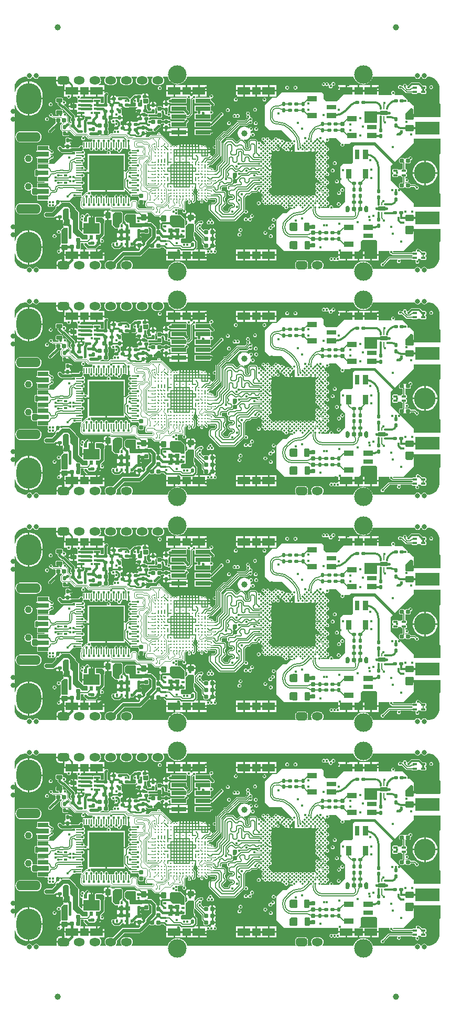
<source format=gtl>
G04*
G04 #@! TF.GenerationSoftware,Altium Limited,Altium Designer,19.1.6 (110)*
G04*
G04 Layer_Physical_Order=1*
G04 Layer_Color=255*
%FSLAX44Y44*%
%MOMM*%
G71*
G01*
G75*
%ADD10C,1.0000*%
%ADD11C,0.3090*%
%ADD12C,0.2000*%
%ADD13C,0.3000*%
%ADD14R,4.0000X2.0000*%
G04:AMPARAMS|DCode=15|XSize=0.7mm|YSize=0.4mm|CornerRadius=0.05mm|HoleSize=0mm|Usage=FLASHONLY|Rotation=0.000|XOffset=0mm|YOffset=0mm|HoleType=Round|Shape=RoundedRectangle|*
%AMROUNDEDRECTD15*
21,1,0.7000,0.3000,0,0,0.0*
21,1,0.6000,0.4000,0,0,0.0*
1,1,0.1000,0.3000,-0.1500*
1,1,0.1000,-0.3000,-0.1500*
1,1,0.1000,-0.3000,0.1500*
1,1,0.1000,0.3000,0.1500*
%
%ADD15ROUNDEDRECTD15*%
%ADD16R,0.6000X0.4500*%
%ADD17R,0.4000X0.2300*%
%ADD18R,0.5000X0.2300*%
%ADD19C,0.3500*%
%ADD20R,0.2000X0.2000*%
G04:AMPARAMS|DCode=21|XSize=1.3mm|YSize=1mm|CornerRadius=0.125mm|HoleSize=0mm|Usage=FLASHONLY|Rotation=180.000|XOffset=0mm|YOffset=0mm|HoleType=Round|Shape=RoundedRectangle|*
%AMROUNDEDRECTD21*
21,1,1.3000,0.7500,0,0,180.0*
21,1,1.0500,1.0000,0,0,180.0*
1,1,0.2500,-0.5250,0.3750*
1,1,0.2500,0.5250,0.3750*
1,1,0.2500,0.5250,-0.3750*
1,1,0.2500,-0.5250,-0.3750*
%
%ADD21ROUNDEDRECTD21*%
%ADD22R,2.4000X0.7500*%
%ADD23R,0.5000X0.7000*%
%ADD24R,2.5000X1.7000*%
%ADD25R,0.2500X0.3500*%
%ADD26R,1.2000X0.7000*%
%ADD27R,2.0000X1.3000*%
%ADD28R,1.4000X1.3000*%
%ADD29R,0.3000X0.3100*%
%ADD30R,0.9000X1.6500*%
%ADD31R,0.7600X1.6500*%
G04:AMPARAMS|DCode=32|XSize=1mm|YSize=0.9mm|CornerRadius=0.1125mm|HoleSize=0mm|Usage=FLASHONLY|Rotation=90.000|XOffset=0mm|YOffset=0mm|HoleType=Round|Shape=RoundedRectangle|*
%AMROUNDEDRECTD32*
21,1,1.0000,0.6750,0,0,90.0*
21,1,0.7750,0.9000,0,0,90.0*
1,1,0.2250,0.3375,0.3875*
1,1,0.2250,0.3375,-0.3875*
1,1,0.2250,-0.3375,-0.3875*
1,1,0.2250,-0.3375,0.3875*
%
%ADD32ROUNDEDRECTD32*%
%ADD33R,0.5000X0.4500*%
%ADD34R,0.8000X0.8000*%
G04:AMPARAMS|DCode=35|XSize=0.6mm|YSize=0.6mm|CornerRadius=0.06mm|HoleSize=0mm|Usage=FLASHONLY|Rotation=180.000|XOffset=0mm|YOffset=0mm|HoleType=Round|Shape=RoundedRectangle|*
%AMROUNDEDRECTD35*
21,1,0.6000,0.4800,0,0,180.0*
21,1,0.4800,0.6000,0,0,180.0*
1,1,0.1200,-0.2400,0.2400*
1,1,0.1200,0.2400,0.2400*
1,1,0.1200,0.2400,-0.2400*
1,1,0.1200,-0.2400,-0.2400*
%
%ADD35ROUNDEDRECTD35*%
%ADD36R,5.5500X5.5500*%
%ADD37R,0.9000X0.2000*%
%ADD38R,0.2000X0.9000*%
%ADD39C,0.2900*%
%ADD40R,1.8000X0.7000*%
%ADD41R,1.0000X0.4000*%
%ADD42R,0.3000X0.3500*%
G04:AMPARAMS|DCode=43|XSize=0.6mm|YSize=1mm|CornerRadius=0.075mm|HoleSize=0mm|Usage=FLASHONLY|Rotation=270.000|XOffset=0mm|YOffset=0mm|HoleType=Round|Shape=RoundedRectangle|*
%AMROUNDEDRECTD43*
21,1,0.6000,0.8500,0,0,270.0*
21,1,0.4500,1.0000,0,0,270.0*
1,1,0.1500,-0.4250,-0.2250*
1,1,0.1500,-0.4250,0.2250*
1,1,0.1500,0.4250,0.2250*
1,1,0.1500,0.4250,-0.2250*
%
%ADD43ROUNDEDRECTD43*%
%ADD44R,0.8000X0.8000*%
%ADD45R,0.4500X0.5000*%
G04:AMPARAMS|DCode=46|XSize=0.6mm|YSize=0.6mm|CornerRadius=0.06mm|HoleSize=0mm|Usage=FLASHONLY|Rotation=90.000|XOffset=0mm|YOffset=0mm|HoleType=Round|Shape=RoundedRectangle|*
%AMROUNDEDRECTD46*
21,1,0.6000,0.4800,0,0,90.0*
21,1,0.4800,0.6000,0,0,90.0*
1,1,0.1200,0.2400,0.2400*
1,1,0.1200,0.2400,-0.2400*
1,1,0.1200,-0.2400,-0.2400*
1,1,0.1200,-0.2400,0.2400*
%
%ADD46ROUNDEDRECTD46*%
G04:AMPARAMS|DCode=47|XSize=0.5mm|YSize=0.6mm|CornerRadius=0.05mm|HoleSize=0mm|Usage=FLASHONLY|Rotation=270.000|XOffset=0mm|YOffset=0mm|HoleType=Round|Shape=RoundedRectangle|*
%AMROUNDEDRECTD47*
21,1,0.5000,0.5000,0,0,270.0*
21,1,0.4000,0.6000,0,0,270.0*
1,1,0.1000,-0.2500,-0.2000*
1,1,0.1000,-0.2500,0.2000*
1,1,0.1000,0.2500,0.2000*
1,1,0.1000,0.2500,-0.2000*
%
%ADD47ROUNDEDRECTD47*%
G04:AMPARAMS|DCode=48|XSize=0.5mm|YSize=0.6mm|CornerRadius=0.05mm|HoleSize=0mm|Usage=FLASHONLY|Rotation=0.000|XOffset=0mm|YOffset=0mm|HoleType=Round|Shape=RoundedRectangle|*
%AMROUNDEDRECTD48*
21,1,0.5000,0.5000,0,0,0.0*
21,1,0.4000,0.6000,0,0,0.0*
1,1,0.1000,0.2000,-0.2500*
1,1,0.1000,-0.2000,-0.2500*
1,1,0.1000,-0.2000,0.2500*
1,1,0.1000,0.2000,0.2500*
%
%ADD48ROUNDEDRECTD48*%
G04:AMPARAMS|DCode=49|XSize=1.3mm|YSize=0.8mm|CornerRadius=0.1mm|HoleSize=0mm|Usage=FLASHONLY|Rotation=270.000|XOffset=0mm|YOffset=0mm|HoleType=Round|Shape=RoundedRectangle|*
%AMROUNDEDRECTD49*
21,1,1.3000,0.6000,0,0,270.0*
21,1,1.1000,0.8000,0,0,270.0*
1,1,0.2000,-0.3000,-0.5500*
1,1,0.2000,-0.3000,0.5500*
1,1,0.2000,0.3000,0.5500*
1,1,0.2000,0.3000,-0.5500*
%
%ADD49ROUNDEDRECTD49*%
G04:AMPARAMS|DCode=50|XSize=1mm|YSize=0.9mm|CornerRadius=0.1125mm|HoleSize=0mm|Usage=FLASHONLY|Rotation=0.000|XOffset=0mm|YOffset=0mm|HoleType=Round|Shape=RoundedRectangle|*
%AMROUNDEDRECTD50*
21,1,1.0000,0.6750,0,0,0.0*
21,1,0.7750,0.9000,0,0,0.0*
1,1,0.2250,0.3875,-0.3375*
1,1,0.2250,-0.3875,-0.3375*
1,1,0.2250,-0.3875,0.3375*
1,1,0.2250,0.3875,0.3375*
%
%ADD50ROUNDEDRECTD50*%
%ADD51R,1.6500X0.9000*%
%ADD52R,1.6500X0.7600*%
%ADD53R,0.3100X0.3000*%
%ADD54R,0.3500X0.3000*%
%ADD55C,0.4000*%
%ADD56C,0.1000*%
%ADD57C,0.2500*%
%ADD58C,0.5000*%
%ADD59C,0.7000*%
%ADD60C,0.6000*%
%ADD61C,0.3500*%
%ADD62C,0.1500*%
%ADD63C,0.3100*%
%ADD64C,0.1100*%
%ADD65C,0.1300*%
%ADD66C,0.4500*%
%ADD67R,7.0000X7.0000*%
%ADD68C,0.8000*%
%ADD69O,1.8000X1.3000*%
G04:AMPARAMS|DCode=70|XSize=1.8mm|YSize=1.3mm|CornerRadius=0.325mm|HoleSize=0mm|Usage=FLASHONLY|Rotation=0.000|XOffset=0mm|YOffset=0mm|HoleType=Round|Shape=RoundedRectangle|*
%AMROUNDEDRECTD70*
21,1,1.8000,0.6500,0,0,0.0*
21,1,1.1500,1.3000,0,0,0.0*
1,1,0.6500,0.5750,-0.3250*
1,1,0.6500,-0.5750,-0.3250*
1,1,0.6500,-0.5750,0.3250*
1,1,0.6500,0.5750,0.3250*
%
%ADD70ROUNDEDRECTD70*%
%ADD71O,4.0000X1.6000*%
%ADD72C,1.1000*%
%ADD73C,3.5000*%
%ADD74C,3.0000*%
%ADD75O,4.0000X5.0000*%
%ADD76C,0.4000*%
%ADD77C,0.5000*%
%ADD78C,0.3000*%
G36*
X675239Y1402071D02*
X678508Y1400717D01*
X681449Y1398751D01*
X683951Y1396250D01*
X685917Y1393308D01*
X687271Y1390039D01*
X687961Y1386569D01*
Y1384800D01*
Y1360715D01*
X687636D01*
X689500Y1358851D01*
Y1338100D01*
X647000D01*
Y1360715D01*
X646910D01*
Y1356872D01*
X645986Y1356489D01*
X628625Y1373850D01*
X615836D01*
X615532Y1374850D01*
X615663Y1374937D01*
X616326Y1375930D01*
X616559Y1377100D01*
X616326Y1378271D01*
X615663Y1379263D01*
X614671Y1379926D01*
X613500Y1380159D01*
X612329Y1379926D01*
X611337Y1379263D01*
X610674Y1378271D01*
X610441Y1377100D01*
X610674Y1375930D01*
X611337Y1374937D01*
X611468Y1374850D01*
X611164Y1373850D01*
X590040D01*
Y1379080D01*
X577500D01*
Y1380350D01*
X576230D01*
Y1389390D01*
X558770D01*
Y1380350D01*
X556230D01*
Y1389390D01*
X538770D01*
Y1380350D01*
X537500D01*
Y1379080D01*
X534250D01*
X534250Y1374850D01*
X522500Y1363100D01*
X505250Y1363100D01*
X501250Y1367100D01*
Y1374850D01*
X498250Y1377850D01*
X433250Y1377850D01*
X424809Y1369409D01*
X418059Y1369409D01*
X406000Y1357350D01*
X406000Y1324350D01*
X414000Y1316350D01*
X433250Y1316350D01*
X450046Y1299554D01*
X449717Y1298469D01*
X449527Y1298431D01*
X448618Y1297823D01*
X448010Y1296913D01*
X447932Y1296523D01*
X447270Y1296194D01*
X446608Y1296523D01*
X446530Y1296913D01*
X445923Y1297823D01*
X445013Y1298431D01*
X443940Y1298644D01*
X442867Y1298431D01*
X442173Y1297967D01*
X441242Y1298011D01*
X440935Y1298092D01*
X440373Y1298933D01*
X438954Y1299881D01*
X437280Y1300214D01*
X436574Y1300074D01*
X436540Y1300243D01*
X435933Y1301153D01*
X435023Y1301761D01*
X433950Y1301974D01*
X432877Y1301761D01*
X432183Y1301297D01*
X431252Y1301342D01*
X430945Y1301422D01*
X430383Y1302263D01*
X428964Y1303212D01*
X427290Y1303544D01*
X426584Y1303404D01*
X426550Y1303573D01*
X425943Y1304483D01*
X425033Y1305091D01*
X423960Y1305304D01*
X422887Y1305091D01*
X421977Y1304483D01*
X421370Y1303573D01*
X421231Y1302874D01*
X420840Y1302290D01*
X420256Y1301900D01*
X419557Y1301761D01*
X418647Y1301153D01*
X418040Y1300243D01*
X417974Y1299912D01*
X417300Y1299580D01*
X416626Y1299912D01*
X416560Y1300243D01*
X415953Y1301153D01*
X415043Y1301761D01*
X414344Y1301900D01*
X413444Y1302500D01*
X413230Y1303573D01*
X412622Y1304483D01*
X411713Y1305091D01*
X410640Y1305304D01*
X409567Y1305091D01*
X408657Y1304483D01*
X408050Y1303573D01*
X407984Y1303242D01*
X407310Y1302910D01*
X406636Y1303242D01*
X406570Y1303573D01*
X405962Y1304483D01*
X405053Y1305091D01*
X403980Y1305304D01*
X402907Y1305091D01*
X401997Y1304483D01*
X401389Y1303573D01*
X401176Y1302500D01*
X401389Y1301427D01*
X401997Y1300518D01*
X402907Y1299910D01*
X403606Y1299771D01*
X404506Y1299170D01*
X404720Y1298097D01*
X405327Y1297188D01*
X406237Y1296580D01*
X406248Y1296578D01*
X406996Y1295511D01*
X406935Y1295240D01*
X406237Y1295101D01*
X405327Y1294493D01*
X404720Y1293583D01*
X404654Y1293252D01*
X403980Y1292920D01*
X403306Y1293252D01*
X403240Y1293583D01*
X402632Y1294493D01*
X401723Y1295101D01*
X401024Y1295240D01*
X400124Y1295840D01*
X399910Y1296913D01*
X399302Y1297823D01*
X398393Y1298431D01*
X397320Y1298644D01*
X396247Y1298431D01*
X395534Y1297955D01*
X394828Y1298188D01*
X394534Y1298398D01*
Y1298600D01*
X394398Y1299283D01*
X394012Y1299862D01*
X392262Y1301612D01*
X391683Y1301999D01*
X391000Y1302135D01*
X383000D01*
X382317Y1301999D01*
X381738Y1301612D01*
X379738Y1299612D01*
X379352Y1299033D01*
X379216Y1298350D01*
Y1289589D01*
X378261Y1288634D01*
X377489D01*
X376284Y1289839D01*
Y1295600D01*
X376148Y1296283D01*
X375762Y1296862D01*
X372273Y1300350D01*
X372688Y1301350D01*
X374034Y1301350D01*
X376063Y1301754D01*
X377974Y1302545D01*
X379693Y1303694D01*
X381156Y1305157D01*
X382305Y1306877D01*
X382885Y1308277D01*
X383924Y1308180D01*
X384587Y1307188D01*
X385580Y1306525D01*
X386750Y1306292D01*
X387921Y1306525D01*
X388913Y1307188D01*
X389576Y1308180D01*
X389809Y1309350D01*
X389576Y1310521D01*
X388913Y1311513D01*
X387921Y1312176D01*
X386750Y1312409D01*
X385580Y1312176D01*
X384587Y1311513D01*
X384500Y1311383D01*
X383500Y1311686D01*
Y1311850D01*
X383500Y1312885D01*
X383097Y1314913D01*
X383073Y1314970D01*
X383793Y1315847D01*
X384000Y1315805D01*
X385171Y1316038D01*
X386163Y1316701D01*
X386826Y1317694D01*
X387059Y1318864D01*
X386826Y1320035D01*
X386163Y1321027D01*
X385171Y1321690D01*
X384000Y1321923D01*
X382830Y1321690D01*
X381837Y1321027D01*
X381174Y1320035D01*
X381158Y1319956D01*
X380073Y1319627D01*
X379694Y1320006D01*
X377974Y1321156D01*
X376063Y1321947D01*
X374034Y1322350D01*
X373000Y1322350D01*
X371966Y1322350D01*
X369937Y1321947D01*
X368026Y1321155D01*
X366306Y1320006D01*
X364844Y1318544D01*
X363695Y1316824D01*
X362903Y1314913D01*
X362500Y1312884D01*
X362500Y1311850D01*
X362500Y1310816D01*
X362904Y1308787D01*
X363695Y1306876D01*
X364844Y1305157D01*
X366307Y1303694D01*
X367144Y1303134D01*
X366841Y1302135D01*
X366750D01*
X366067Y1301999D01*
X365488Y1301612D01*
X361761Y1297885D01*
X360489D01*
X355012Y1303362D01*
X354433Y1303749D01*
X353750Y1303884D01*
X344750D01*
X344067Y1303749D01*
X343488Y1303362D01*
X337488Y1297362D01*
X337102Y1296783D01*
X336966Y1296100D01*
Y1268589D01*
X328738Y1260362D01*
X328352Y1259783D01*
X328216Y1259100D01*
Y1253589D01*
X326861Y1252234D01*
X324600D01*
X323920Y1252099D01*
X323894Y1252117D01*
X323297Y1252587D01*
X323160Y1252764D01*
X323150Y1252816D01*
X323306Y1253600D01*
X323131Y1254483D01*
X322631Y1255231D01*
X321883Y1255731D01*
X321000Y1255907D01*
X320688Y1255844D01*
X320116Y1256416D01*
X319150Y1256816D01*
X316097D01*
X315944Y1257045D01*
X315421Y1257395D01*
X315338Y1257779D01*
Y1258122D01*
X315421Y1258506D01*
X315944Y1258856D01*
X316433Y1259587D01*
X316590Y1260376D01*
X317177Y1260964D01*
X319549D01*
X319567Y1260952D01*
X320250Y1260816D01*
X320933Y1260952D01*
X321512Y1261339D01*
X335012Y1274838D01*
X335398Y1275417D01*
X335534Y1276100D01*
Y1299040D01*
X343310Y1306816D01*
X347000D01*
X347683Y1306952D01*
X348262Y1307339D01*
X365239Y1324316D01*
X377250D01*
X377933Y1324452D01*
X378512Y1324839D01*
X381101Y1327428D01*
X382080Y1326774D01*
X383250Y1326541D01*
X384421Y1326774D01*
X385413Y1327437D01*
X386076Y1328430D01*
X386309Y1329600D01*
X386076Y1330771D01*
X385413Y1331763D01*
X385657Y1332803D01*
X386076Y1333430D01*
X386309Y1334600D01*
X386076Y1335771D01*
X385413Y1336763D01*
X384421Y1337426D01*
X383250Y1337659D01*
X382495Y1338528D01*
X382559Y1338850D01*
X382326Y1340021D01*
X381663Y1341013D01*
X381163Y1341347D01*
Y1341687D01*
X381826Y1342680D01*
X382059Y1343850D01*
X381826Y1345021D01*
X381163Y1346013D01*
X380171Y1346676D01*
X379000Y1346909D01*
X377830Y1346676D01*
X376837Y1346013D01*
X376174Y1345021D01*
X375941Y1343850D01*
X376174Y1342680D01*
X376837Y1341687D01*
X377337Y1341353D01*
Y1341013D01*
X376674Y1340021D01*
X376441Y1338850D01*
X376674Y1337680D01*
X377337Y1336687D01*
X377380Y1336253D01*
X374011Y1332885D01*
X361750D01*
X361067Y1332749D01*
X360488Y1332362D01*
X343511Y1315385D01*
X340500D01*
X339817Y1315249D01*
X339238Y1314862D01*
X327488Y1303112D01*
X327102Y1302533D01*
X326966Y1301850D01*
Y1292669D01*
X326279Y1292302D01*
X325966Y1292224D01*
X325000Y1292416D01*
X323922Y1292202D01*
X323009Y1291591D01*
X322398Y1290678D01*
X322184Y1289600D01*
X322398Y1288522D01*
X323009Y1287609D01*
X323922Y1286998D01*
X325000Y1286784D01*
X325966Y1286976D01*
X326279Y1286898D01*
X326966Y1286531D01*
Y1279589D01*
X321786Y1274410D01*
X321353Y1274494D01*
X320766Y1274804D01*
X320631Y1275483D01*
X320131Y1276231D01*
X319383Y1276731D01*
X318500Y1276907D01*
X318142Y1276835D01*
X318108Y1277007D01*
X317477Y1277950D01*
X318108Y1278893D01*
X318165Y1279180D01*
X314349D01*
Y1281720D01*
X318165D01*
X318108Y1282007D01*
X317477Y1282950D01*
X318108Y1283893D01*
X318165Y1284180D01*
X314349D01*
Y1285450D01*
X313079D01*
Y1289266D01*
X312792Y1289209D01*
X312369Y1288926D01*
X311454Y1289482D01*
X311433Y1289587D01*
X311604Y1290450D01*
X311433Y1291313D01*
X310944Y1292045D01*
X310212Y1292534D01*
X309349Y1292706D01*
X308486Y1292534D01*
X307754Y1292045D01*
X307405Y1291522D01*
X307021Y1291439D01*
X306678D01*
X306294Y1291522D01*
X305944Y1292045D01*
X305212Y1292534D01*
X304349Y1292706D01*
X303486Y1292534D01*
X302644Y1292701D01*
X302226Y1293327D01*
X300906Y1294209D01*
X300619Y1294266D01*
Y1290450D01*
X298079D01*
Y1294266D01*
X297792Y1294209D01*
X296849Y1293578D01*
X295906Y1294209D01*
X295619Y1294266D01*
Y1290450D01*
X293079D01*
Y1294266D01*
X292792Y1294209D01*
X291849Y1293578D01*
X290906Y1294209D01*
X290619Y1294266D01*
Y1290450D01*
X288079D01*
Y1294266D01*
X287792Y1294209D01*
X286849Y1293578D01*
X285906Y1294209D01*
X285619Y1294266D01*
Y1290450D01*
X283079D01*
Y1294266D01*
X282792Y1294209D01*
X281849Y1293578D01*
X280906Y1294209D01*
X280619Y1294266D01*
Y1290450D01*
X278079D01*
Y1294266D01*
X277792Y1294209D01*
X276849Y1293578D01*
X275906Y1294209D01*
X275619Y1294266D01*
Y1290450D01*
X273079D01*
Y1294266D01*
X272792Y1294209D01*
X271849Y1293578D01*
X270906Y1294209D01*
X270619Y1294266D01*
Y1290450D01*
X268079D01*
Y1294266D01*
X267792Y1294209D01*
X266473Y1293327D01*
X266055Y1292701D01*
X265212Y1292534D01*
X264349Y1292706D01*
X263486Y1292534D01*
X262754Y1292045D01*
X262405Y1291522D01*
X262021Y1291439D01*
X261678D01*
X261294Y1291522D01*
X260944Y1292045D01*
X260212Y1292534D01*
X259349Y1292706D01*
X258486Y1292534D01*
X257754Y1292045D01*
X257405Y1291522D01*
X257021Y1291439D01*
X256678D01*
X256294Y1291522D01*
X255944Y1292045D01*
X255715Y1292198D01*
Y1292379D01*
X255973Y1293001D01*
X255497Y1294149D01*
X240648Y1308998D01*
X239500Y1309474D01*
X238198D01*
X237474Y1310474D01*
X237549Y1310850D01*
X237355Y1311826D01*
X236802Y1312653D01*
X235975Y1313205D01*
X235000Y1313399D01*
X234025Y1313205D01*
X233198Y1312653D01*
X232645Y1311826D01*
X232451Y1310850D01*
X232526Y1310474D01*
X231802Y1309474D01*
X223000D01*
X221852Y1308998D01*
X218577Y1305724D01*
X214093D01*
X213811Y1306380D01*
X213735Y1306724D01*
X214364Y1307664D01*
X214600Y1308850D01*
Y1310080D01*
X209500D01*
Y1312620D01*
X214600D01*
Y1313850D01*
X214364Y1315036D01*
X214041Y1315519D01*
X214818Y1316157D01*
X215787Y1315187D01*
X215787Y1315187D01*
X216779Y1314524D01*
X217950Y1314291D01*
X222450D01*
X223621Y1314524D01*
X223734Y1314600D01*
X224550D01*
X224950Y1314600D01*
Y1314600D01*
X225550D01*
Y1314600D01*
X226841D01*
X226880Y1314574D01*
X228050Y1314341D01*
X229221Y1314574D01*
X229259Y1314600D01*
X230550D01*
Y1315574D01*
X235271Y1320296D01*
X236421Y1320524D01*
X237413Y1321187D01*
X238076Y1322180D01*
X238309Y1323350D01*
X238076Y1324521D01*
X237413Y1325513D01*
X237329Y1325569D01*
X237633Y1326569D01*
X238400D01*
X239024Y1326693D01*
X239554Y1327047D01*
X239907Y1327576D01*
X239993Y1328005D01*
X242668D01*
X243500Y1327600D01*
Y1325754D01*
X242808Y1325292D01*
X242136Y1324286D01*
X241901Y1323100D01*
Y1321870D01*
X247000D01*
Y1320600D01*
X248270D01*
Y1315001D01*
X249000D01*
X250186Y1315237D01*
X251192Y1315909D01*
X251460Y1316311D01*
X252460Y1316007D01*
Y1314720D01*
X265730D01*
Y1319740D01*
X253100D01*
X252460Y1319740D01*
X252100Y1320591D01*
Y1323100D01*
X251864Y1324286D01*
X251192Y1325292D01*
X250500Y1325754D01*
Y1326883D01*
X251482Y1327644D01*
X252000Y1327541D01*
X253000Y1327740D01*
X254000Y1327218D01*
Y1321450D01*
X280000D01*
Y1327996D01*
X280682Y1328677D01*
X281171Y1328774D01*
X282163Y1329437D01*
X282826Y1330430D01*
X283059Y1331600D01*
X282826Y1332771D01*
X282163Y1333763D01*
X281171Y1334426D01*
X280000Y1334659D01*
Y1336911D01*
X283100D01*
X283880Y1337066D01*
X284542Y1337508D01*
X289192Y1342158D01*
X289192Y1342158D01*
X289634Y1342820D01*
X289789Y1343600D01*
X289789Y1343600D01*
Y1365506D01*
X291354Y1367070D01*
X291500Y1367041D01*
X292000Y1367141D01*
X293000Y1366384D01*
Y1359700D01*
X316324D01*
X318574Y1357450D01*
X318160Y1356450D01*
X293000D01*
Y1346950D01*
X296691D01*
Y1345850D01*
X296920Y1344700D01*
X296955Y1344519D01*
X296388Y1343700D01*
X293000D01*
Y1334200D01*
X319000D01*
Y1341702D01*
X319773Y1342336D01*
X320000Y1342291D01*
X321171Y1342524D01*
X322163Y1343187D01*
X322826Y1344180D01*
X323059Y1345350D01*
X322826Y1346521D01*
X322163Y1347513D01*
X321171Y1348176D01*
X320000Y1348409D01*
X319773Y1348364D01*
X319000Y1348998D01*
Y1355652D01*
X320000Y1356161D01*
X320579Y1355774D01*
X321750Y1355541D01*
X322921Y1355774D01*
X323913Y1356437D01*
X324576Y1357430D01*
X324809Y1358600D01*
X324576Y1359771D01*
X323913Y1360763D01*
X323913Y1360763D01*
X319000Y1365676D01*
Y1367854D01*
X319773Y1368489D01*
X319944Y1368455D01*
X321115Y1368688D01*
X322107Y1369351D01*
X322770Y1370343D01*
X323003Y1371514D01*
X322770Y1372684D01*
X322107Y1373676D01*
X321115Y1374339D01*
X319944Y1374572D01*
X318774Y1374339D01*
X317782Y1373676D01*
X317118Y1372684D01*
X316886Y1371514D01*
X317118Y1370343D01*
X317214Y1370200D01*
X316679Y1369200D01*
X295168D01*
X294534Y1369973D01*
X294559Y1370100D01*
X294517Y1370310D01*
X295338Y1371310D01*
X298480D01*
Y1380350D01*
Y1389390D01*
X281020D01*
Y1380350D01*
X278480D01*
Y1389390D01*
X261020D01*
Y1380350D01*
Y1371310D01*
X279628D01*
X280389Y1370482D01*
X280349Y1369628D01*
X279820Y1369200D01*
X254000D01*
Y1366759D01*
X252750D01*
X251579Y1366526D01*
X250587Y1365863D01*
X249924Y1364871D01*
X249895Y1364722D01*
X248750Y1364949D01*
X248020D01*
Y1360620D01*
X252565D01*
X252623Y1360667D01*
X252750Y1360641D01*
X254000D01*
Y1359700D01*
X280000D01*
Y1368712D01*
X281000Y1369016D01*
X281487Y1368287D01*
X282479Y1367624D01*
X283650Y1367392D01*
X284820Y1367624D01*
X285133Y1367833D01*
X285835Y1367160D01*
X285864Y1367119D01*
X285711Y1366350D01*
Y1344445D01*
X282255Y1340989D01*
X280707D01*
X280000Y1341697D01*
X280000Y1343542D01*
X280148Y1343571D01*
X281171Y1343774D01*
X282163Y1344437D01*
X282826Y1345430D01*
X283059Y1346600D01*
X282826Y1347771D01*
X282163Y1348763D01*
X282163Y1348763D01*
X280000Y1350926D01*
Y1356450D01*
X254000D01*
Y1346950D01*
X275324D01*
X277574Y1344700D01*
X277202Y1343700D01*
X254039D01*
X253663Y1344263D01*
X252671Y1344926D01*
X251500Y1345159D01*
X250604Y1344981D01*
X250430Y1344987D01*
X249992Y1345664D01*
X249934Y1345790D01*
X250374Y1346850D01*
Y1351850D01*
X250198Y1352273D01*
X250250Y1352350D01*
X250250D01*
Y1354196D01*
X250942Y1354658D01*
X251614Y1355664D01*
X251850Y1356850D01*
Y1358080D01*
X241651D01*
Y1356850D01*
X241886Y1355664D01*
X242381Y1354924D01*
X241921Y1353976D01*
X240973Y1353945D01*
X240243D01*
X240157Y1354375D01*
X239804Y1354904D01*
X239274Y1355257D01*
X238650Y1355381D01*
X233850D01*
X233226Y1355257D01*
X232696Y1354904D01*
X232343Y1354375D01*
X232219Y1353750D01*
Y1348950D01*
X232343Y1348326D01*
X232696Y1347797D01*
X232750Y1347761D01*
Y1344940D01*
X232696Y1344904D01*
X232343Y1344375D01*
X232219Y1343750D01*
Y1342999D01*
X229652D01*
X229084Y1343999D01*
X229374Y1344700D01*
Y1349700D01*
X229199Y1350123D01*
X229250Y1350200D01*
X229250D01*
Y1352046D01*
X229942Y1352509D01*
X230614Y1353514D01*
X230850Y1354700D01*
Y1355930D01*
X220651D01*
Y1354700D01*
X220887Y1353514D01*
X221559Y1352509D01*
X222250Y1352046D01*
Y1350200D01*
X222250D01*
X222302Y1350123D01*
X222127Y1349700D01*
Y1348840D01*
X221179Y1348281D01*
X221127Y1348285D01*
X220000Y1348509D01*
X218830Y1348276D01*
X218415Y1347999D01*
X217374D01*
Y1350350D01*
X216898Y1351498D01*
X215799Y1351953D01*
Y1353400D01*
X216000D01*
Y1357768D01*
X216457Y1358681D01*
X216797Y1358891D01*
X217265Y1359085D01*
X219015Y1360835D01*
X219332Y1361600D01*
Y1366796D01*
X219333Y1366796D01*
X219016Y1367561D01*
X219015D01*
X218461Y1368116D01*
X218461Y1368116D01*
X218223Y1368214D01*
X218350Y1368850D01*
Y1369580D01*
X212750D01*
Y1370850D01*
X211480D01*
Y1375950D01*
X210250D01*
X209064Y1375714D01*
X208058Y1375042D01*
X207596Y1374350D01*
X205750D01*
Y1374350D01*
X205250Y1374474D01*
X204801Y1374474D01*
X200250D01*
X199102Y1373998D01*
X199065Y1373909D01*
X196329D01*
X195159Y1373676D01*
X194167Y1373013D01*
X189338Y1368184D01*
X189043Y1367744D01*
X187815Y1367605D01*
X185167Y1370253D01*
X184340Y1370805D01*
X183364Y1370999D01*
X173600D01*
X172624Y1370805D01*
X172503Y1370724D01*
X170199D01*
X169750Y1370724D01*
X169250Y1370600D01*
Y1370600D01*
X167404D01*
X166942Y1371292D01*
X165936Y1371964D01*
X164750Y1372200D01*
X163520D01*
Y1367100D01*
X162250D01*
Y1365830D01*
X156650D01*
Y1365100D01*
X156886Y1363914D01*
X157364Y1363200D01*
X156986Y1362272D01*
X156921Y1362200D01*
X156500D01*
X155314Y1361964D01*
X154308Y1361292D01*
X153846Y1360600D01*
X152059D01*
Y1372083D01*
X152663Y1372687D01*
X153326Y1373680D01*
X153559Y1374850D01*
X153326Y1376021D01*
X152663Y1377013D01*
X151671Y1377676D01*
X150500Y1377909D01*
X149330Y1377676D01*
X148337Y1377013D01*
X148214Y1376890D01*
X147290Y1377272D01*
Y1379080D01*
X136020D01*
Y1371310D01*
X145941D01*
Y1360659D01*
X142067D01*
X141250Y1361100D01*
Y1367100D01*
X135546D01*
X135250Y1367159D01*
X134955Y1367100D01*
X129250D01*
Y1367047D01*
X128250Y1366539D01*
X127671Y1366926D01*
X126500Y1367159D01*
X110250D01*
X109955Y1367100D01*
X108460D01*
X108206Y1367489D01*
X108022Y1368100D01*
X108576Y1368930D01*
X108809Y1370100D01*
X108767Y1370310D01*
X109588Y1371310D01*
X113480D01*
Y1380350D01*
X116020D01*
Y1371310D01*
X133480D01*
Y1380350D01*
X134750D01*
Y1381620D01*
X147290D01*
Y1389390D01*
X138502D01*
X138248Y1389971D01*
X138223Y1390390D01*
X139670Y1391501D01*
X140873Y1393068D01*
X141628Y1394892D01*
X141886Y1396850D01*
X141628Y1398808D01*
X140873Y1400633D01*
X140007Y1401761D01*
X140500Y1402761D01*
X148572D01*
X149065Y1401761D01*
X148199Y1400633D01*
X147443Y1398808D01*
X147185Y1396850D01*
X147443Y1394892D01*
X148199Y1393068D01*
X149401Y1391501D01*
X150968Y1390299D01*
X152792Y1389543D01*
X154750Y1389285D01*
X159750D01*
X161708Y1389543D01*
X163532Y1390299D01*
X165099Y1391501D01*
X166301Y1393068D01*
X167057Y1394892D01*
X167315Y1396850D01*
X167057Y1398808D01*
X166301Y1400633D01*
X165435Y1401761D01*
X165928Y1402761D01*
X174000D01*
X174493Y1401761D01*
X173627Y1400633D01*
X172872Y1398808D01*
X172614Y1396850D01*
X172872Y1394892D01*
X173627Y1393068D01*
X174830Y1391501D01*
X176396Y1390299D01*
X178221Y1389543D01*
X180179Y1389285D01*
X185179D01*
X187136Y1389543D01*
X188961Y1390299D01*
X190528Y1391501D01*
X191730Y1393068D01*
X192486Y1394892D01*
X192743Y1396850D01*
X192486Y1398808D01*
X191730Y1400633D01*
X190864Y1401761D01*
X191357Y1402761D01*
X199429D01*
X199922Y1401761D01*
X199056Y1400633D01*
X198300Y1398808D01*
X198042Y1396850D01*
X198300Y1394892D01*
X199056Y1393068D01*
X200258Y1391501D01*
X201825Y1390299D01*
X203649Y1389543D01*
X205607Y1389285D01*
X210607D01*
X212565Y1389543D01*
X214389Y1390299D01*
X215956Y1391501D01*
X217158Y1393068D01*
X217914Y1394892D01*
X218172Y1396850D01*
X217914Y1398808D01*
X217158Y1400633D01*
X216292Y1401761D01*
X216786Y1402761D01*
X224857D01*
X225350Y1401761D01*
X224484Y1400633D01*
X223729Y1398808D01*
X223471Y1396850D01*
X223729Y1394892D01*
X224484Y1393068D01*
X225687Y1391501D01*
X227253Y1390299D01*
X229078Y1389543D01*
X231036Y1389285D01*
X236036D01*
X237994Y1389543D01*
X239818Y1390299D01*
X241385Y1391501D01*
X242587Y1393068D01*
X243343Y1394892D01*
X243600Y1396850D01*
X243343Y1398808D01*
X242587Y1400633D01*
X241721Y1401761D01*
X242214Y1402761D01*
X249505D01*
X250146Y1400648D01*
X251632Y1397868D01*
X253631Y1395432D01*
X256068Y1393432D01*
X258847Y1391947D01*
X261863Y1391032D01*
X265000Y1390723D01*
X268137Y1391032D01*
X271153Y1391947D01*
X273932Y1393432D01*
X276369Y1395432D01*
X278368Y1397868D01*
X279854Y1400648D01*
X280495Y1402761D01*
X549505D01*
X550146Y1400648D01*
X551632Y1397868D01*
X553632Y1395432D01*
X556068Y1393432D01*
X558847Y1391947D01*
X561864Y1391032D01*
X565000Y1390723D01*
X568137Y1391032D01*
X571153Y1391947D01*
X573932Y1393432D01*
X576368Y1395432D01*
X578368Y1397868D01*
X579854Y1400648D01*
X580495Y1402761D01*
X648349D01*
X649395Y1401195D01*
X651049Y1400090D01*
X653000Y1399702D01*
X654951Y1400090D01*
X656605Y1401195D01*
X657651Y1402761D01*
X659099D01*
X660145Y1401195D01*
X661799Y1400090D01*
X663750Y1399702D01*
X665701Y1400090D01*
X667355Y1401195D01*
X668401Y1402761D01*
X671769Y1402761D01*
X675239Y1402071D01*
D02*
G37*
G36*
X69641Y1401761D02*
X69311Y1400100D01*
Y1398120D01*
X80964D01*
Y1395580D01*
X69311D01*
Y1393600D01*
X69760Y1391341D01*
X71040Y1389426D01*
X72955Y1388146D01*
X75214Y1387697D01*
X82210D01*
Y1381620D01*
X94750D01*
Y1380350D01*
X96020D01*
Y1371310D01*
X101912D01*
X102733Y1370310D01*
X102691Y1370100D01*
X102924Y1368930D01*
X103587Y1367937D01*
X103690Y1367868D01*
X104250Y1367100D01*
Y1361600D01*
X104250Y1360600D01*
X103250Y1360555D01*
X103034Y1360699D01*
X101750Y1360955D01*
X98770D01*
Y1355350D01*
Y1349746D01*
X101750D01*
X101980Y1349791D01*
X102710Y1348917D01*
Y1345870D01*
X110250D01*
Y1344600D01*
X111520D01*
Y1340060D01*
X115354D01*
X115658Y1339060D01*
X115587Y1339013D01*
X114924Y1338021D01*
X114691Y1336850D01*
Y1335117D01*
X113537Y1333963D01*
X113100Y1333308D01*
X112100Y1333612D01*
Y1335350D01*
X111864Y1336536D01*
X111192Y1337542D01*
X110186Y1338214D01*
X109000Y1338450D01*
X107770D01*
Y1333350D01*
X105230D01*
Y1338450D01*
X104000D01*
X102814Y1338214D01*
X101808Y1337542D01*
X101346Y1336850D01*
X99559D01*
Y1339350D01*
X99326Y1340521D01*
X98663Y1341513D01*
X98663Y1341513D01*
X83413Y1356763D01*
X82421Y1357426D01*
X82327Y1357445D01*
X82350Y1358392D01*
X83521Y1358624D01*
X84513Y1359287D01*
X85176Y1360280D01*
X85409Y1361450D01*
X85176Y1362621D01*
X84513Y1363613D01*
X83521Y1364276D01*
X82350Y1364509D01*
X81534Y1364347D01*
X80534Y1364956D01*
Y1367100D01*
X80399Y1367783D01*
X80012Y1368362D01*
X79433Y1368749D01*
X78750Y1368884D01*
X70250D01*
X69567Y1368749D01*
X68988Y1368362D01*
X68602Y1367783D01*
X68466Y1367100D01*
Y1362600D01*
X68602Y1361917D01*
X68988Y1361339D01*
X69567Y1360952D01*
X70250Y1360816D01*
X71441D01*
Y1359100D01*
X71441Y1359100D01*
X71674Y1357930D01*
X72337Y1356937D01*
X76837Y1352437D01*
X77829Y1351774D01*
X79000Y1351541D01*
X79983D01*
X93441Y1338083D01*
Y1336742D01*
X92852Y1336498D01*
X92376Y1335350D01*
Y1331350D01*
X92852Y1330202D01*
X93441Y1329958D01*
Y1328512D01*
X93401Y1328486D01*
X92441Y1328205D01*
X88374Y1332273D01*
Y1338350D01*
X87898Y1339498D01*
X86182Y1341214D01*
X86309Y1341850D01*
X86076Y1343021D01*
X85413Y1344013D01*
X84421Y1344676D01*
X83250Y1344909D01*
X82079Y1344676D01*
X81534Y1344312D01*
X80534Y1344846D01*
Y1348100D01*
X80399Y1348783D01*
X80012Y1349362D01*
X79433Y1349749D01*
X78750Y1349884D01*
X70250D01*
X69567Y1349749D01*
X68988Y1349362D01*
X68602Y1348783D01*
X68466Y1348100D01*
Y1343600D01*
X68602Y1342917D01*
X68988Y1342339D01*
X69567Y1341952D01*
X70250Y1341816D01*
X73198D01*
X73424Y1340680D01*
X73562Y1340474D01*
X73027Y1339474D01*
X64672D01*
X63807Y1340339D01*
X63934Y1340975D01*
X63701Y1342146D01*
X63038Y1343138D01*
X62046Y1343801D01*
X60875Y1344034D01*
X59704Y1343801D01*
X58712Y1343138D01*
X58049Y1342146D01*
X57816Y1340975D01*
X58049Y1339805D01*
X58712Y1338812D01*
X59704Y1338149D01*
X60875Y1337916D01*
X61511Y1338043D01*
X62852Y1336702D01*
X64000Y1336227D01*
X67542D01*
X67716Y1336096D01*
X68264Y1335227D01*
X68218Y1335000D01*
Y1330200D01*
X68343Y1329576D01*
X68696Y1329047D01*
X68712Y1328888D01*
X57337Y1317513D01*
X56674Y1316521D01*
X56441Y1315350D01*
X56674Y1314180D01*
X57337Y1313187D01*
X58330Y1312524D01*
X59500Y1312291D01*
X60671Y1312524D01*
X61663Y1313187D01*
X74413Y1325937D01*
X74413Y1325937D01*
X75076Y1326929D01*
X75309Y1328100D01*
Y1328716D01*
X75803Y1329047D01*
X75839Y1329100D01*
X77946D01*
X78585Y1328223D01*
X78547Y1327944D01*
X76852Y1326248D01*
X76376Y1325100D01*
Y1318100D01*
X76852Y1316952D01*
X78352Y1315452D01*
X78725Y1315298D01*
X79150Y1314156D01*
X79127Y1314100D01*
Y1309100D01*
X79602Y1307952D01*
X80750Y1307477D01*
X84750D01*
X84906Y1307541D01*
X87750D01*
X88921Y1307774D01*
X89913Y1308437D01*
X90576Y1309430D01*
X90809Y1310600D01*
X90576Y1311771D01*
X89913Y1312763D01*
X88921Y1313426D01*
X87750Y1313659D01*
X87305D01*
X87155Y1313977D01*
X87788Y1314977D01*
X91577D01*
X98852Y1307702D01*
X100000Y1307227D01*
X111228D01*
X111531Y1306227D01*
X110837Y1305763D01*
X110174Y1304771D01*
X109941Y1303600D01*
X110174Y1302430D01*
X110837Y1301437D01*
X111830Y1300774D01*
X113000Y1300541D01*
X114171Y1300774D01*
X115163Y1301437D01*
X115826Y1302430D01*
X116059Y1303600D01*
X115826Y1304771D01*
X115163Y1305763D01*
X114469Y1306227D01*
X114773Y1307227D01*
X116578D01*
X120602Y1303202D01*
X121750Y1302727D01*
X127954D01*
X128257Y1301727D01*
X128087Y1301613D01*
X127424Y1300621D01*
X127191Y1299450D01*
X127236Y1299223D01*
X126602Y1298450D01*
X125250D01*
X124250Y1298450D01*
Y1298450D01*
X124250D01*
Y1298450D01*
X112250D01*
Y1292425D01*
X111250Y1291890D01*
X110866Y1292147D01*
X109500Y1292419D01*
X108134Y1292147D01*
X106977Y1291374D01*
X106203Y1290216D01*
X105945Y1288919D01*
X94750D01*
X93850Y1288740D01*
X92958Y1289330D01*
X82651D01*
Y1288100D01*
X82297Y1287669D01*
X80228D01*
X77523Y1290374D01*
X76366Y1291147D01*
X75000Y1291419D01*
X73634Y1291147D01*
X72477Y1290374D01*
X71703Y1289216D01*
X71431Y1287850D01*
X71703Y1286485D01*
X72477Y1285327D01*
X76227Y1281577D01*
X77384Y1280803D01*
X78750Y1280532D01*
X93500D01*
X94866Y1280803D01*
X96023Y1281577D01*
X96228Y1281782D01*
X99750D01*
Y1278100D01*
X81500Y1278100D01*
X65800Y1262400D01*
X59500Y1262400D01*
X58500Y1262450D01*
X58500Y1262450D01*
X58500Y1262450D01*
X38500D01*
Y1253933D01*
X36250D01*
X36250Y1253933D01*
X35485Y1253616D01*
X35485Y1253615D01*
X34485Y1252616D01*
X34168Y1251850D01*
X34168Y1247950D01*
X34168Y1244050D01*
X34167Y1244050D01*
X34485Y1243285D01*
X34485Y1243285D01*
X35485Y1242285D01*
X36250Y1241968D01*
X38500D01*
Y1233450D01*
X50750D01*
Y1232450D01*
X38500D01*
Y1224717D01*
X38000Y1224383D01*
X32250D01*
X32250Y1224383D01*
X31836Y1224211D01*
X30964Y1224753D01*
X30908Y1224827D01*
X31056Y1225950D01*
X30833Y1227647D01*
X30178Y1229228D01*
X29136Y1230586D01*
X27778Y1231628D01*
X26197Y1232283D01*
X24500Y1232506D01*
X22803Y1232283D01*
X21222Y1231628D01*
X19864Y1230586D01*
X18822Y1229228D01*
X18167Y1227647D01*
X17944Y1225950D01*
X18167Y1224253D01*
X18822Y1222672D01*
X19864Y1221314D01*
X21222Y1220273D01*
X22803Y1219617D01*
X24500Y1219394D01*
X26197Y1219617D01*
X27778Y1220273D01*
X27918Y1220380D01*
X28918Y1219886D01*
X28918Y1218050D01*
X28918Y1218050D01*
Y1217850D01*
X28918Y1217850D01*
X28918Y1214850D01*
X28918Y1214850D01*
X29235Y1214085D01*
X31485Y1211835D01*
X32250Y1211518D01*
X38000D01*
X38500Y1211184D01*
Y1203450D01*
X50750D01*
Y1203350D01*
X55443D01*
X55978Y1202350D01*
X55924Y1202271D01*
X55692Y1201100D01*
X55924Y1199930D01*
X56588Y1198937D01*
X56459Y1197821D01*
X55924Y1197021D01*
X55691Y1195850D01*
X55924Y1194680D01*
X56587Y1193687D01*
X57580Y1193024D01*
X58750Y1192792D01*
X59921Y1193024D01*
X60913Y1193687D01*
X62030Y1193559D01*
X62830Y1193024D01*
X64000Y1192791D01*
X65171Y1193024D01*
X66163Y1193687D01*
X66625Y1194378D01*
X67617Y1194691D01*
X67849Y1194694D01*
X68250Y1194408D01*
Y1193350D01*
X68250D01*
X68302Y1193273D01*
X68126Y1192850D01*
Y1190465D01*
X62600Y1184938D01*
X54250D01*
X52494Y1184589D01*
X51006Y1183595D01*
X50011Y1182106D01*
X49662Y1180350D01*
X50011Y1178594D01*
X51006Y1177106D01*
X52494Y1176111D01*
X54250Y1175762D01*
X64500D01*
X66256Y1176111D01*
X67744Y1177106D01*
X68477Y1177838D01*
X69401Y1177456D01*
Y1174850D01*
X69636Y1173664D01*
X70308Y1172658D01*
X71314Y1171987D01*
X72500Y1171751D01*
X73730D01*
Y1176850D01*
X76270D01*
Y1171751D01*
X77500D01*
X78686Y1171987D01*
X79374Y1172446D01*
X80668Y1171152D01*
Y1165850D01*
X80668Y1165850D01*
X80719Y1165727D01*
Y1163450D01*
X80843Y1162826D01*
X81196Y1162297D01*
X81250Y1162261D01*
Y1159933D01*
X81000D01*
X80235Y1159616D01*
X77235Y1156616D01*
X76918Y1155850D01*
Y1154685D01*
X75918Y1154382D01*
X75663Y1154763D01*
X74671Y1155426D01*
X73500Y1155659D01*
X72330Y1155426D01*
X71337Y1154763D01*
X70674Y1153771D01*
X70441Y1152600D01*
X70674Y1151430D01*
X71337Y1150437D01*
X72330Y1149774D01*
X73500Y1149541D01*
X74671Y1149774D01*
X75663Y1150437D01*
X75918Y1150818D01*
X76918Y1150515D01*
Y1147100D01*
X76958Y1147002D01*
Y1141949D01*
X76918Y1141850D01*
Y1135100D01*
X76918Y1135100D01*
X77000Y1134901D01*
Y1133963D01*
X76483Y1133618D01*
X75673Y1132405D01*
X75388Y1130975D01*
Y1128870D01*
X83000D01*
Y1126330D01*
X75388D01*
Y1124775D01*
X75340Y1124687D01*
X74522Y1124051D01*
X74408Y1124028D01*
X73750Y1124159D01*
X72579Y1123926D01*
X71587Y1123263D01*
X70924Y1122271D01*
X70691Y1121100D01*
X70924Y1119930D01*
X71587Y1118937D01*
X72579Y1118274D01*
X73750Y1118041D01*
X74921Y1118274D01*
X75913Y1118937D01*
X76576Y1119930D01*
X76644Y1120272D01*
X77695Y1120773D01*
X79125Y1120489D01*
X82210D01*
Y1116620D01*
X94750D01*
Y1114080D01*
X82210D01*
Y1108204D01*
X75643D01*
X73384Y1107754D01*
X71469Y1106475D01*
X70189Y1104559D01*
X69739Y1102300D01*
Y1100320D01*
X81393D01*
Y1097780D01*
X69739D01*
Y1095800D01*
X70070Y1094139D01*
X69346Y1093139D01*
X41651D01*
X40605Y1094705D01*
X38951Y1095810D01*
X37000Y1096198D01*
X35049Y1095810D01*
X33395Y1094705D01*
X32349Y1093139D01*
X30901D01*
X29855Y1094705D01*
X28201Y1095810D01*
X26250Y1096198D01*
X24299Y1095810D01*
X22645Y1094705D01*
X21599Y1093139D01*
X18231Y1093139D01*
X14761Y1093829D01*
X11492Y1095183D01*
X8551Y1097149D01*
X6049Y1099651D01*
X4083Y1102592D01*
X2729Y1105861D01*
X2039Y1109331D01*
Y1117499D01*
X3039Y1117647D01*
X4075Y1114233D01*
X6168Y1110317D01*
X8985Y1106885D01*
X12417Y1104068D01*
X16332Y1101975D01*
X20581Y1100686D01*
X23730Y1100376D01*
Y1127900D01*
Y1155424D01*
X20581Y1155114D01*
X16332Y1153825D01*
X12417Y1151732D01*
X8985Y1148916D01*
X6168Y1145483D01*
X4075Y1141568D01*
X3039Y1138153D01*
X2039Y1138302D01*
Y1357499D01*
X3039Y1357647D01*
X4075Y1354233D01*
X6168Y1350317D01*
X8985Y1346885D01*
X12417Y1344068D01*
X16332Y1341975D01*
X20581Y1340686D01*
X23730Y1340376D01*
Y1367900D01*
Y1395424D01*
X20581Y1395114D01*
X16332Y1393825D01*
X12417Y1391732D01*
X8985Y1388916D01*
X6168Y1385484D01*
X4075Y1381568D01*
X3039Y1378153D01*
X2039Y1378302D01*
Y1384800D01*
X2039Y1386569D01*
X2729Y1390039D01*
X4083Y1393308D01*
X6049Y1396250D01*
X8551Y1398751D01*
X11492Y1400717D01*
X14761Y1402071D01*
X18231Y1402761D01*
X21599D01*
X22645Y1401195D01*
X24299Y1400090D01*
X26250Y1399702D01*
X28201Y1400090D01*
X29855Y1401195D01*
X30901Y1402761D01*
X32349D01*
X33395Y1401195D01*
X35049Y1400090D01*
X37000Y1399702D01*
X38951Y1400090D01*
X40605Y1401195D01*
X41651Y1402761D01*
X68918D01*
X69641Y1401761D01*
D02*
G37*
G36*
X217696Y1367350D02*
X218250Y1366796D01*
Y1361600D01*
X216500Y1359850D01*
X211250Y1359850D01*
X209500Y1361600D01*
Y1366850D01*
X210000Y1367350D01*
X217696Y1367350D01*
D02*
G37*
G36*
X200151Y1354350D02*
X200250Y1353350D01*
X199564Y1353214D01*
X198558Y1352542D01*
X197886Y1351536D01*
X197651Y1350350D01*
Y1349620D01*
X203250D01*
Y1348350D01*
X204520D01*
Y1343251D01*
X205750D01*
X206936Y1343487D01*
X207942Y1344158D01*
X208404Y1344850D01*
X210250D01*
Y1344850D01*
X210327Y1344902D01*
X210750Y1344727D01*
X213269D01*
X214348Y1343648D01*
X215175Y1343095D01*
X216150Y1342901D01*
X216827D01*
X217362Y1341901D01*
X217174Y1341621D01*
X216942Y1340450D01*
X217017Y1340074D01*
X216201Y1339074D01*
X212500D01*
X212078Y1338899D01*
X212001Y1338950D01*
Y1338950D01*
X210154D01*
X209692Y1339642D01*
X208687Y1340314D01*
X207500Y1340550D01*
X206271D01*
Y1335450D01*
X205000D01*
Y1334180D01*
X199401D01*
Y1333450D01*
X199637Y1332264D01*
X200309Y1331259D01*
X200599Y1331065D01*
X200482Y1330029D01*
X200432Y1329974D01*
X195500D01*
X195077Y1329799D01*
X195000Y1329850D01*
Y1329850D01*
X193154D01*
X192692Y1330542D01*
X191686Y1331214D01*
X190500Y1331450D01*
X189270D01*
Y1326350D01*
X188000D01*
Y1325080D01*
X182400D01*
Y1324930D01*
X182329Y1324865D01*
X181401Y1324487D01*
X180686Y1324964D01*
X179500Y1325200D01*
X178270D01*
Y1320100D01*
X175730D01*
Y1325200D01*
X174500D01*
X173799Y1325775D01*
Y1328564D01*
X173605Y1329540D01*
X173130Y1330251D01*
X173347Y1331077D01*
X173419Y1331251D01*
X173750D01*
X174936Y1331487D01*
X175942Y1332159D01*
X176614Y1333164D01*
X176850Y1334350D01*
Y1335580D01*
X171750D01*
Y1338120D01*
X176850D01*
Y1339350D01*
X176614Y1340536D01*
X175942Y1341542D01*
X175250Y1342004D01*
Y1343850D01*
X175250D01*
X175198Y1343927D01*
X175374Y1344350D01*
Y1349350D01*
X174898Y1350498D01*
X173750Y1350974D01*
X172997D01*
X172979Y1351001D01*
X173513Y1352001D01*
X176000D01*
X177186Y1352237D01*
X178192Y1352908D01*
X178654Y1353600D01*
X180500D01*
Y1353600D01*
X180577Y1353652D01*
X181000Y1353477D01*
X186000D01*
X187148Y1353952D01*
X187185Y1354041D01*
X191329D01*
X191476Y1353943D01*
X192100Y1353819D01*
X196900D01*
X197524Y1353943D01*
X198054Y1354297D01*
X198089Y1354350D01*
X200151Y1354350D01*
D02*
G37*
G36*
X646000Y1349850D02*
X646000Y1341350D01*
X633000D01*
X633000Y1343600D01*
X641250Y1351850D01*
X644000Y1351850D01*
X646000Y1349850D01*
D02*
G37*
G36*
X243126Y1348520D02*
Y1346850D01*
X243602Y1345702D01*
X243924Y1345021D01*
X243691Y1343850D01*
X243924Y1342680D01*
X244587Y1341687D01*
X245579Y1341024D01*
X246750Y1340791D01*
X247920Y1341024D01*
X248877Y1340626D01*
X249337Y1339937D01*
X250329Y1339274D01*
X251500Y1339041D01*
X252671Y1339274D01*
X253000Y1339495D01*
X254000Y1338960D01*
Y1334200D01*
X276926D01*
X277461Y1333200D01*
X277174Y1332771D01*
X277077Y1332282D01*
X275745Y1330950D01*
X254989D01*
X254826Y1331771D01*
X254163Y1332763D01*
X253171Y1333426D01*
X252000Y1333659D01*
X250830Y1333426D01*
X250440Y1333544D01*
X250148Y1334248D01*
X249000Y1334724D01*
X245000D01*
X243852Y1334248D01*
X243416Y1333195D01*
X239993D01*
X239907Y1333625D01*
X239554Y1334154D01*
X239024Y1334507D01*
X238400Y1334632D01*
X233600D01*
X232976Y1334507D01*
X232446Y1334154D01*
X232411Y1334100D01*
X229589D01*
X229554Y1334154D01*
X229024Y1334507D01*
X228400Y1334632D01*
X223600D01*
X222976Y1334507D01*
X222446Y1334154D01*
X222167Y1333735D01*
X221707Y1333479D01*
X221483Y1333394D01*
X221010Y1333308D01*
X220000Y1333509D01*
X219124Y1334354D01*
Y1336546D01*
X220000Y1337392D01*
X221171Y1337624D01*
X221586Y1337901D01*
X232627D01*
X232696Y1337797D01*
X233226Y1337443D01*
X233850Y1337319D01*
X238650D01*
X239274Y1337443D01*
X239804Y1337797D01*
X240157Y1338326D01*
X240281Y1338950D01*
Y1343750D01*
X240157Y1344375D01*
X239804Y1344904D01*
X239750Y1344940D01*
Y1347761D01*
X239804Y1347797D01*
X240157Y1348326D01*
X240243Y1348755D01*
X241921D01*
X241932Y1348757D01*
X243126Y1348520D01*
D02*
G37*
G36*
X587250Y1328427D02*
X566900D01*
X566900Y1346850D01*
X587250D01*
X587250Y1328427D01*
D02*
G37*
G36*
X154850Y1330999D02*
X158069D01*
X158191Y1330850D01*
X158424Y1329680D01*
X159087Y1328687D01*
X160079Y1328024D01*
X161250Y1327791D01*
X162421Y1328024D01*
X163150Y1328512D01*
X163798Y1327975D01*
X163914Y1327820D01*
X163692Y1326700D01*
X163924Y1325530D01*
X164471Y1324712D01*
X164478Y1324491D01*
X164366Y1324007D01*
X164195Y1323597D01*
X163352Y1323248D01*
X162876Y1322100D01*
Y1318100D01*
X163130Y1317488D01*
X162829Y1316926D01*
X161837Y1316263D01*
X161174Y1315271D01*
X160941Y1314100D01*
X161174Y1312930D01*
X161646Y1312224D01*
X161275Y1311305D01*
X161203Y1311224D01*
X157000D01*
X155852Y1310748D01*
X153077Y1307974D01*
X140696D01*
X140313Y1308861D01*
X140882Y1309569D01*
X142150D01*
X142774Y1309693D01*
X143303Y1310047D01*
X143339Y1310100D01*
X146161D01*
X146196Y1310047D01*
X146726Y1309693D01*
X147350Y1309569D01*
X152150D01*
X152774Y1309693D01*
X153303Y1310047D01*
X153657Y1310576D01*
X153781Y1311200D01*
Y1316000D01*
X153657Y1316624D01*
X153303Y1317154D01*
X152809Y1317484D01*
Y1320716D01*
X153304Y1321047D01*
X153657Y1321576D01*
X153781Y1322200D01*
Y1327000D01*
X153657Y1327625D01*
X153304Y1328154D01*
X152809Y1328484D01*
Y1330677D01*
X153809Y1331206D01*
X154850Y1330999D01*
D02*
G37*
G36*
X628500Y1311850D02*
X624750Y1308100D01*
X619750Y1308100D01*
X619000Y1308850D01*
Y1311100D01*
X620250Y1312350D01*
X622750D01*
X625000Y1314600D01*
X625000Y1316850D01*
X628500D01*
X628500Y1311850D01*
D02*
G37*
G36*
X521000Y1304100D02*
X529382Y1295718D01*
X529337Y1295263D01*
X528674Y1294271D01*
X528441Y1293100D01*
X528674Y1291930D01*
X529337Y1290937D01*
X530330Y1290274D01*
X531204Y1290100D01*
X531796D01*
X532671Y1290274D01*
X533663Y1290937D01*
X534326Y1291930D01*
X534559Y1293100D01*
X534360Y1294101D01*
X534883Y1295101D01*
X543250Y1295101D01*
X545249Y1297100D01*
X584750Y1297100D01*
X616125Y1265725D01*
X645986Y1295586D01*
X646910Y1295204D01*
Y1294045D01*
X647000D01*
Y1302850D01*
X689500D01*
X689500Y1279639D01*
X687961Y1278100D01*
Y1215715D01*
X687636D01*
X689500Y1213851D01*
Y1193100D01*
X647000D01*
Y1201905D01*
X646910D01*
Y1199747D01*
X645986Y1199364D01*
X609000Y1236350D01*
X609000Y1258600D01*
X612788Y1262388D01*
X582826Y1292350D01*
X551420D01*
X548250Y1289180D01*
X548250Y1281400D01*
X548173Y1281478D01*
X548173Y1267310D01*
X548250D01*
Y1265100D01*
X545999Y1262849D01*
X532999D01*
X528500Y1258350D01*
X528500Y1231100D01*
X535500Y1224100D01*
X535500Y1201350D01*
X525500Y1191350D01*
X517330Y1191350D01*
X516509Y1192350D01*
X516559Y1192600D01*
X516326Y1193771D01*
X515663Y1194763D01*
X514670Y1195426D01*
X513500Y1195659D01*
X512329Y1195426D01*
X511337Y1194763D01*
X510674Y1193771D01*
X510441Y1192600D01*
X510491Y1192350D01*
X509670Y1191350D01*
X497463Y1191349D01*
X496642Y1192349D01*
X496694Y1192610D01*
X497220Y1193136D01*
X498293Y1193350D01*
X499203Y1193957D01*
X499811Y1194867D01*
X499888Y1195258D01*
X500550Y1195587D01*
X501212Y1195258D01*
X501290Y1194867D01*
X501898Y1193957D01*
X502807Y1193350D01*
X503880Y1193136D01*
X504953Y1193350D01*
X505863Y1193957D01*
X506471Y1194867D01*
X506684Y1195940D01*
X507210Y1196466D01*
X508283Y1196680D01*
X509193Y1197287D01*
X509801Y1198197D01*
X510014Y1199270D01*
X509801Y1200343D01*
X509193Y1201253D01*
X508283Y1201860D01*
X507210Y1202074D01*
X506684Y1202600D01*
X506471Y1203673D01*
X505863Y1204583D01*
X504953Y1205190D01*
X504256Y1205329D01*
X504194Y1205600D01*
X504943Y1206667D01*
X504953Y1206669D01*
X505863Y1207277D01*
X506471Y1208187D01*
X506684Y1209260D01*
X507416Y1209827D01*
X508283Y1210000D01*
X509193Y1210607D01*
X509801Y1211517D01*
X510014Y1212590D01*
X509801Y1213663D01*
X509193Y1214573D01*
X508283Y1215180D01*
X508114Y1215214D01*
X508254Y1215920D01*
X508114Y1216626D01*
X508283Y1216660D01*
X509193Y1217267D01*
X509801Y1218177D01*
X510014Y1219250D01*
X509801Y1220323D01*
X509193Y1221233D01*
X508283Y1221841D01*
X507210Y1222054D01*
X506684Y1222580D01*
X506471Y1223653D01*
X505863Y1224563D01*
X504953Y1225171D01*
X504784Y1225204D01*
X504924Y1225910D01*
X504784Y1226616D01*
X504953Y1226650D01*
X505863Y1227258D01*
X506471Y1228167D01*
X506684Y1229240D01*
X507584Y1229841D01*
X508283Y1229980D01*
X509193Y1230587D01*
X509801Y1231497D01*
X510014Y1232570D01*
X509801Y1233643D01*
X509193Y1234553D01*
X508283Y1235161D01*
X507210Y1235374D01*
X506684Y1235900D01*
X506471Y1236973D01*
X505863Y1237883D01*
X504953Y1238491D01*
X503880Y1238704D01*
X503354Y1239230D01*
X503141Y1240303D01*
X502533Y1241213D01*
X501623Y1241821D01*
X501233Y1241898D01*
X500904Y1242560D01*
X501233Y1243222D01*
X501623Y1243300D01*
X502533Y1243907D01*
X503141Y1244817D01*
X503218Y1245208D01*
X503880Y1245537D01*
X504542Y1245208D01*
X504620Y1244817D01*
X505228Y1243907D01*
X506137Y1243300D01*
X507210Y1243086D01*
X508283Y1243300D01*
X509193Y1243907D01*
X509801Y1244817D01*
X510014Y1245890D01*
X509801Y1246963D01*
X509193Y1247873D01*
X508283Y1248481D01*
X507210Y1248694D01*
X506684Y1249220D01*
X506471Y1250293D01*
X505863Y1251203D01*
X504953Y1251811D01*
X504563Y1251888D01*
X504234Y1252550D01*
X504563Y1253212D01*
X504953Y1253290D01*
X505863Y1253898D01*
X506471Y1254807D01*
X506684Y1255880D01*
X507210Y1256406D01*
X508283Y1256620D01*
X509193Y1257228D01*
X509801Y1258137D01*
X510014Y1259210D01*
X509801Y1260283D01*
X509193Y1261193D01*
X508283Y1261801D01*
X507210Y1262014D01*
X506684Y1262540D01*
X506471Y1263613D01*
X505863Y1264523D01*
X504953Y1265131D01*
X504563Y1265208D01*
X504234Y1265870D01*
X504563Y1266532D01*
X504953Y1266610D01*
X505863Y1267218D01*
X506471Y1268127D01*
X506684Y1269200D01*
X507210Y1269726D01*
X508283Y1269940D01*
X509193Y1270548D01*
X509801Y1271457D01*
X510014Y1272530D01*
X509801Y1273603D01*
X509193Y1274513D01*
X508283Y1275121D01*
X507584Y1275260D01*
X506684Y1275860D01*
X506684Y1275860D01*
X506471Y1276933D01*
X505863Y1277843D01*
X504953Y1278451D01*
X504563Y1278529D01*
X504234Y1279190D01*
X504563Y1279852D01*
X504953Y1279930D01*
X505863Y1280538D01*
X506471Y1281447D01*
X506684Y1282520D01*
X507210Y1283047D01*
X508283Y1283260D01*
X509193Y1283868D01*
X509801Y1284777D01*
X510014Y1285850D01*
X509801Y1286923D01*
X509193Y1287833D01*
X508283Y1288441D01*
X507210Y1288654D01*
X506684Y1289180D01*
X506471Y1290253D01*
X505863Y1291163D01*
X504953Y1291771D01*
X503880Y1291984D01*
X503354Y1292510D01*
X503141Y1293583D01*
X502677Y1294277D01*
X502721Y1295208D01*
X502802Y1295516D01*
X503643Y1296078D01*
X504591Y1297497D01*
X504742Y1298251D01*
X505666Y1298634D01*
X505830Y1298524D01*
X507000Y1298291D01*
X508171Y1298524D01*
X509163Y1299187D01*
X509826Y1300180D01*
X510059Y1301350D01*
X509826Y1302521D01*
X509439Y1303100D01*
X509947Y1304100D01*
X521000D01*
D02*
G37*
G36*
X187520Y1285910D02*
X189750D01*
Y1283780D01*
X188750Y1282959D01*
X188500Y1283009D01*
X187330Y1282776D01*
X186337Y1282113D01*
X185674Y1281121D01*
X185441Y1279950D01*
X185674Y1278780D01*
X186337Y1277787D01*
X187330Y1277124D01*
X188500Y1276891D01*
X189194Y1276126D01*
Y1275774D01*
X188500Y1275009D01*
X187330Y1274776D01*
X186337Y1274113D01*
X185674Y1273121D01*
X185441Y1271950D01*
X185674Y1270780D01*
X186337Y1269788D01*
X187330Y1269124D01*
X188500Y1268892D01*
X189194Y1268127D01*
Y1267774D01*
X188500Y1267009D01*
X187330Y1266776D01*
X186337Y1266113D01*
X185674Y1265121D01*
X185441Y1263950D01*
X185674Y1262780D01*
X186337Y1261787D01*
X187330Y1261124D01*
X188500Y1260892D01*
X189194Y1260127D01*
Y1259773D01*
X188500Y1259009D01*
X187330Y1258776D01*
X186337Y1258113D01*
X185674Y1257121D01*
X185441Y1255950D01*
X185674Y1254780D01*
X186006Y1254284D01*
X185819Y1253834D01*
X185158Y1253392D01*
X185158Y1253392D01*
X182558Y1250792D01*
X181540Y1249774D01*
X180540Y1250188D01*
Y1278240D01*
X157509D01*
X157088Y1279027D01*
X157088Y1279240D01*
X157309Y1280350D01*
X157076Y1281521D01*
X156413Y1282513D01*
X155421Y1283176D01*
X154250Y1283409D01*
X153080Y1283176D01*
X152087Y1282513D01*
X151424Y1281521D01*
X151191Y1280350D01*
X151412Y1279240D01*
X151412Y1279027D01*
X150991Y1278240D01*
X119960D01*
Y1253822D01*
X118960Y1253519D01*
X118563Y1254113D01*
X117571Y1254776D01*
X116400Y1255009D01*
X115610Y1254852D01*
X114827Y1255476D01*
X114743Y1255621D01*
X114809Y1255950D01*
X114576Y1257121D01*
X113913Y1258113D01*
X112921Y1258776D01*
X112290Y1258901D01*
Y1263490D01*
X111257D01*
X111082Y1264120D01*
X111643Y1264767D01*
X111827Y1264906D01*
X112921Y1265124D01*
X113913Y1265787D01*
X114576Y1266779D01*
X114809Y1267950D01*
X114576Y1269121D01*
X113913Y1270113D01*
X112921Y1270776D01*
X111815Y1270996D01*
X111775Y1271066D01*
X111856Y1271283D01*
X112589Y1271924D01*
X112750Y1271891D01*
X113920Y1272124D01*
X114913Y1272787D01*
X115576Y1273780D01*
X115809Y1274950D01*
X115576Y1276121D01*
X114913Y1277113D01*
X114560Y1277349D01*
Y1278551D01*
X114913Y1278787D01*
X115576Y1279780D01*
X115809Y1280950D01*
X115576Y1282121D01*
X114913Y1283113D01*
X113920Y1283776D01*
X113711Y1283818D01*
X112970Y1284985D01*
X113069Y1285478D01*
Y1287450D01*
X122602D01*
X123237Y1286677D01*
X123191Y1286450D01*
X123424Y1285280D01*
X124087Y1284288D01*
X125080Y1283624D01*
X126250Y1283392D01*
X127421Y1283624D01*
X128413Y1284288D01*
X129076Y1285280D01*
X129309Y1286450D01*
X130014Y1287218D01*
X130486D01*
X131192Y1286450D01*
X131424Y1285280D01*
X132087Y1284288D01*
X133080Y1283624D01*
X134250Y1283392D01*
X135421Y1283624D01*
X136413Y1284288D01*
X137076Y1285280D01*
X137309Y1286450D01*
X138014Y1287218D01*
X138486D01*
X139192Y1286450D01*
X139424Y1285280D01*
X140087Y1284288D01*
X141080Y1283624D01*
X142250Y1283392D01*
X143421Y1283624D01*
X144413Y1284288D01*
X145076Y1285280D01*
X145309Y1286450D01*
X146014Y1287218D01*
X146487D01*
X147191Y1286450D01*
X147424Y1285280D01*
X148087Y1284288D01*
X149080Y1283625D01*
X150250Y1283392D01*
X151421Y1283625D01*
X152413Y1284288D01*
X153076Y1285280D01*
X153309Y1286450D01*
X154014Y1287218D01*
X154487D01*
X155191Y1286450D01*
X155424Y1285280D01*
X156087Y1284288D01*
X157080Y1283624D01*
X158250Y1283392D01*
X159421Y1283624D01*
X160413Y1284288D01*
X161076Y1285280D01*
X161309Y1286450D01*
X162014Y1287218D01*
X162486D01*
X163192Y1286450D01*
X163424Y1285280D01*
X164087Y1284288D01*
X165080Y1283624D01*
X166250Y1283392D01*
X167011Y1283543D01*
X167468Y1283571D01*
X168087Y1282867D01*
X168174Y1282430D01*
X168837Y1281437D01*
X169830Y1280774D01*
X171000Y1280541D01*
X172171Y1280774D01*
X173163Y1281437D01*
X173826Y1282430D01*
X174059Y1283600D01*
X174030Y1283746D01*
X175692Y1285408D01*
X176134Y1286070D01*
X176289Y1286850D01*
X177000Y1287450D01*
X182710D01*
Y1285910D01*
X184980D01*
Y1292950D01*
X187520D01*
Y1285910D01*
D02*
G37*
G36*
X427290Y1294796D02*
X427996Y1294937D01*
X428030Y1294767D01*
X428637Y1293858D01*
X429547Y1293250D01*
X429716Y1293216D01*
X429576Y1292510D01*
X429909Y1290836D01*
X430857Y1289418D01*
X432276Y1288469D01*
X433950Y1288136D01*
X434656Y1288277D01*
X434690Y1288107D01*
X435298Y1287198D01*
X436207Y1286590D01*
X436906Y1286451D01*
X437806Y1285850D01*
X438020Y1284777D01*
X438628Y1283868D01*
X439537Y1283260D01*
X440610Y1283047D01*
X441683Y1283260D01*
X442377Y1283724D01*
X443308Y1283679D01*
X443615Y1283598D01*
X444177Y1282758D01*
X445596Y1281809D01*
X446000Y1281729D01*
Y1285850D01*
X447270D01*
Y1287120D01*
X451392D01*
X451311Y1287524D01*
X450363Y1288943D01*
X449522Y1289505D01*
X449441Y1289812D01*
X449397Y1290743D01*
X449860Y1291437D01*
X450074Y1292510D01*
X450600Y1293037D01*
X451673Y1293250D01*
X452583Y1293858D01*
X452872Y1294291D01*
X454033Y1294580D01*
X454158Y1294552D01*
X454500Y1294298D01*
Y1282100D01*
X478461D01*
X478896Y1281809D01*
X480570Y1281476D01*
X482244Y1281809D01*
X482679Y1282100D01*
X483480D01*
X484137Y1282758D01*
X485556Y1281809D01*
X487230Y1281476D01*
X488904Y1281809D01*
X490323Y1282758D01*
X490885Y1283598D01*
X491193Y1283679D01*
X492123Y1283724D01*
X492817Y1283260D01*
X493208Y1283182D01*
X493537Y1282520D01*
X493208Y1281859D01*
X492817Y1281781D01*
X491908Y1281173D01*
X491300Y1280263D01*
X491161Y1279564D01*
X490560Y1278664D01*
X489487Y1278451D01*
X488578Y1277843D01*
X487970Y1276933D01*
X487757Y1275860D01*
X487970Y1274787D01*
X488578Y1273878D01*
X489487Y1273270D01*
X489498Y1273268D01*
X490247Y1272201D01*
X490185Y1271929D01*
X489487Y1271791D01*
X488578Y1271183D01*
X487970Y1270273D01*
X487757Y1269200D01*
X487970Y1268127D01*
X488578Y1267218D01*
X489487Y1266610D01*
X489498Y1266608D01*
X490247Y1265541D01*
X490185Y1265269D01*
X489487Y1265131D01*
X488578Y1264523D01*
X487970Y1263613D01*
X487757Y1262540D01*
X487970Y1261467D01*
X488578Y1260558D01*
X489487Y1259950D01*
X489878Y1259872D01*
X490207Y1259210D01*
X489878Y1258548D01*
X489487Y1258471D01*
X488578Y1257863D01*
X487970Y1256953D01*
X487757Y1255880D01*
X487970Y1254807D01*
X488578Y1253898D01*
X489487Y1253290D01*
X490560Y1253076D01*
X491633Y1253290D01*
X492543Y1253898D01*
X493151Y1254807D01*
X493228Y1255198D01*
X493890Y1255527D01*
X494552Y1255198D01*
X494630Y1254807D01*
X495238Y1253898D01*
X496147Y1253290D01*
X496538Y1253212D01*
X496867Y1252550D01*
X496538Y1251888D01*
X496147Y1251811D01*
X495238Y1251203D01*
X494630Y1250293D01*
X494552Y1249902D01*
X493890Y1249573D01*
X493228Y1249902D01*
X493151Y1250293D01*
X492543Y1251203D01*
X491633Y1251811D01*
X490560Y1252024D01*
X489487Y1251811D01*
X488578Y1251203D01*
X487970Y1250293D01*
X487757Y1249220D01*
X487970Y1248147D01*
X488578Y1247238D01*
X489487Y1246630D01*
X489878Y1246552D01*
X490207Y1245890D01*
X489878Y1245228D01*
X489487Y1245151D01*
X488578Y1244543D01*
X487970Y1243633D01*
X487757Y1242560D01*
X487970Y1241487D01*
X488578Y1240577D01*
X489487Y1239970D01*
X490560Y1239756D01*
X491087Y1239230D01*
X491300Y1238157D01*
X491908Y1237247D01*
X492817Y1236640D01*
X493890Y1236426D01*
X494417Y1235900D01*
X494630Y1234827D01*
X495238Y1233917D01*
X496147Y1233310D01*
X496317Y1233276D01*
X496230Y1232841D01*
X496500Y1232570D01*
X496176D01*
X496317Y1231864D01*
X496147Y1231831D01*
X495238Y1231223D01*
X494630Y1230313D01*
X494552Y1229922D01*
X493890Y1229593D01*
X493228Y1229922D01*
X493151Y1230313D01*
X492543Y1231223D01*
X491633Y1231831D01*
X490560Y1232044D01*
X489487Y1231831D01*
X488578Y1231223D01*
X487970Y1230313D01*
X487757Y1229240D01*
X487970Y1228167D01*
X488578Y1227258D01*
X489487Y1226650D01*
X490185Y1226511D01*
X490337Y1226283D01*
X490337Y1225537D01*
X490185Y1225309D01*
X489487Y1225171D01*
X488578Y1224563D01*
X487970Y1223653D01*
X487756Y1222580D01*
X487970Y1221507D01*
X488578Y1220597D01*
X489487Y1219990D01*
X489641Y1219959D01*
X489836Y1219599D01*
X489487Y1218510D01*
X488578Y1217903D01*
X487970Y1216993D01*
X487757Y1215920D01*
X487970Y1214847D01*
X488434Y1214153D01*
X488389Y1213222D01*
X488308Y1212915D01*
X487467Y1212353D01*
X486906Y1211512D01*
X486598Y1211431D01*
X485667Y1211386D01*
X484973Y1211850D01*
X483900Y1212064D01*
X482827Y1211850D01*
X481918Y1211242D01*
X481310Y1210333D01*
X481244Y1210002D01*
X480570Y1209669D01*
X479897Y1210002D01*
X479831Y1210333D01*
X479223Y1211242D01*
X478313Y1211850D01*
X477240Y1212064D01*
X476167Y1211850D01*
X475258Y1211242D01*
X474650Y1210333D01*
X474584Y1210002D01*
X473910Y1209669D01*
X473237Y1210002D01*
X473171Y1210333D01*
X472563Y1211242D01*
X471653Y1211850D01*
X470580Y1212064D01*
X469507Y1211850D01*
X468598Y1211242D01*
X467990Y1210333D01*
X467924Y1210002D01*
X467250Y1209669D01*
X466576Y1210002D01*
X466511Y1210333D01*
X465903Y1211242D01*
X464993Y1211850D01*
X463920Y1212064D01*
X462847Y1211850D01*
X461937Y1211242D01*
X461330Y1210333D01*
X461264Y1210002D01*
X460590Y1209669D01*
X459916Y1210002D01*
X459851Y1210333D01*
X459243Y1211242D01*
X458333Y1211850D01*
X457260Y1212064D01*
X456187Y1211850D01*
X455277Y1211242D01*
X454670Y1210333D01*
X454604Y1210002D01*
X453930Y1209669D01*
X453256Y1210002D01*
X453190Y1210333D01*
X452583Y1211242D01*
X451673Y1211850D01*
X450600Y1212064D01*
X449527Y1211850D01*
X448617Y1211242D01*
X448010Y1210333D01*
X447944Y1210002D01*
X447270Y1209669D01*
X446596Y1210002D01*
X446530Y1210333D01*
X445923Y1211242D01*
X445013Y1211850D01*
X443940Y1212064D01*
X442867Y1211850D01*
X441957Y1211242D01*
X441350Y1210333D01*
X441284Y1210002D01*
X440610Y1209669D01*
X439936Y1210002D01*
X439870Y1210333D01*
X439263Y1211242D01*
X438353Y1211850D01*
X437280Y1212064D01*
X436207Y1211850D01*
X435297Y1211242D01*
X434690Y1210333D01*
X434557Y1209664D01*
X434504Y1209624D01*
X434280Y1209573D01*
X433213Y1210322D01*
X433210Y1210333D01*
X432603Y1211242D01*
X431693Y1211850D01*
X430620Y1212064D01*
X429547Y1211850D01*
X428637Y1211242D01*
X428030Y1210333D01*
X427996Y1210163D01*
X427290Y1210304D01*
X426584Y1210163D01*
X426550Y1210333D01*
X425943Y1211242D01*
X425033Y1211850D01*
X423960Y1212064D01*
X422887Y1211850D01*
X421977Y1211242D01*
X421370Y1210333D01*
X421231Y1209635D01*
X421229Y1209634D01*
X420031D01*
X420029Y1209635D01*
X419890Y1210333D01*
X419282Y1211242D01*
X418373Y1211850D01*
X417674Y1211989D01*
X416774Y1212590D01*
X416560Y1213663D01*
X415952Y1214572D01*
X415043Y1215180D01*
X414344Y1215319D01*
X413444Y1215920D01*
X413230Y1216993D01*
X412622Y1217902D01*
X411713Y1218510D01*
X411382Y1218576D01*
X411049Y1219250D01*
X411382Y1219923D01*
X411713Y1219989D01*
X412622Y1220597D01*
X413230Y1221507D01*
X413416Y1222443D01*
X413615Y1222787D01*
X414145Y1223317D01*
X414250Y1223296D01*
X415323Y1223510D01*
X416233Y1224118D01*
X416840Y1225027D01*
X417054Y1226100D01*
X416840Y1227173D01*
X416233Y1228083D01*
X415323Y1228691D01*
X414541Y1228846D01*
Y1229866D01*
X415083Y1229974D01*
X415993Y1230582D01*
X416601Y1231491D01*
X416814Y1232564D01*
X416601Y1233637D01*
X415993Y1234547D01*
X415083Y1235154D01*
X414765Y1235218D01*
X414388Y1235966D01*
X414678Y1236567D01*
X415043Y1236639D01*
X415952Y1237247D01*
X416560Y1238157D01*
X416774Y1239230D01*
X416560Y1240303D01*
X415952Y1241213D01*
X415043Y1241820D01*
X414874Y1241854D01*
X415014Y1242560D01*
X414874Y1243266D01*
X415043Y1243300D01*
X415952Y1243907D01*
X416560Y1244817D01*
X416774Y1245890D01*
X416560Y1246963D01*
X416097Y1247657D01*
X416141Y1248588D01*
X416222Y1248895D01*
X417063Y1249457D01*
X418011Y1250876D01*
X418091Y1251280D01*
X413970D01*
Y1253820D01*
X418091D01*
X418011Y1254224D01*
X417063Y1255643D01*
X416222Y1256205D01*
X416141Y1256512D01*
X416097Y1257443D01*
X416560Y1258137D01*
X416774Y1259210D01*
X416560Y1260283D01*
X415952Y1261193D01*
X415043Y1261801D01*
X414712Y1261866D01*
X414379Y1262540D01*
X414712Y1263214D01*
X415043Y1263280D01*
X415952Y1263887D01*
X416560Y1264797D01*
X416774Y1265870D01*
X416560Y1266943D01*
X415952Y1267853D01*
X415043Y1268461D01*
X414712Y1268527D01*
X414379Y1269200D01*
X414712Y1269874D01*
X415043Y1269940D01*
X415952Y1270548D01*
X416560Y1271457D01*
X416774Y1272530D01*
X416560Y1273603D01*
X416097Y1274297D01*
X416141Y1275228D01*
X416222Y1275536D01*
X417063Y1276097D01*
X418011Y1277516D01*
X418091Y1277920D01*
X413970D01*
Y1280460D01*
X418091D01*
X418011Y1280864D01*
X417063Y1282283D01*
X416222Y1282845D01*
X416141Y1283152D01*
X416097Y1284083D01*
X416560Y1284777D01*
X416626Y1285109D01*
X417300Y1285441D01*
X417974Y1285109D01*
X418040Y1284777D01*
X418647Y1283868D01*
X419557Y1283260D01*
X420630Y1283047D01*
X421703Y1283260D01*
X422613Y1283868D01*
X423220Y1284777D01*
X423291Y1285130D01*
X423844Y1285408D01*
X424674Y1284908D01*
X424700Y1284777D01*
X425307Y1283868D01*
X426217Y1283260D01*
X427290Y1283047D01*
X428363Y1283260D01*
X429273Y1283868D01*
X429880Y1284777D01*
X430094Y1285850D01*
X429880Y1286923D01*
X429273Y1287833D01*
X428363Y1288441D01*
X427290Y1288654D01*
X426764Y1289180D01*
X426550Y1290253D01*
X425943Y1291163D01*
X425033Y1291771D01*
X425022Y1291773D01*
X424274Y1292840D01*
X424335Y1293111D01*
X425033Y1293250D01*
X425943Y1293858D01*
X426550Y1294767D01*
X426584Y1294937D01*
X427290Y1294796D01*
D02*
G37*
G36*
X119960Y1250079D02*
Y1249220D01*
X150250D01*
Y1247950D01*
X151520D01*
Y1217660D01*
X180540D01*
Y1219970D01*
X181464Y1220353D01*
X185710Y1216107D01*
X185924Y1215030D01*
X186587Y1214037D01*
X187580Y1213374D01*
X188750Y1213142D01*
X188977Y1213187D01*
X189750Y1212552D01*
Y1209950D01*
X195053D01*
X195250Y1209911D01*
X202469Y1209911D01*
Y1208700D01*
X202593Y1208076D01*
X202946Y1207547D01*
X203000Y1207511D01*
Y1204689D01*
X202946Y1204654D01*
X202593Y1204125D01*
X202469Y1203500D01*
Y1198700D01*
X202593Y1198076D01*
X202946Y1197547D01*
X203476Y1197193D01*
X204100Y1197069D01*
X208900D01*
X209524Y1197193D01*
X210054Y1197547D01*
X210407Y1198076D01*
X210531Y1198700D01*
Y1201977D01*
X213750D01*
X214034Y1202094D01*
X214600Y1201246D01*
X213352Y1199998D01*
X212876Y1198850D01*
Y1195600D01*
X213352Y1194452D01*
X214852Y1192952D01*
X216000Y1192477D01*
X223827D01*
X224876Y1191428D01*
Y1190773D01*
X224328Y1190224D01*
X203673D01*
X200624Y1193273D01*
Y1200850D01*
X200148Y1201998D01*
X198398Y1203748D01*
X197250Y1204224D01*
X192500D01*
X191352Y1203748D01*
X189602Y1201998D01*
X189289Y1201244D01*
X188289Y1201442D01*
X188289Y1202950D01*
X188250Y1203147D01*
Y1208450D01*
X185967D01*
X185209Y1209450D01*
X185309Y1209950D01*
X185076Y1211121D01*
X184413Y1212113D01*
X183421Y1212776D01*
X182250Y1213009D01*
X181079Y1212776D01*
X180087Y1212113D01*
X179424Y1211121D01*
X179191Y1209950D01*
X179250Y1209655D01*
X178592Y1208832D01*
X177908D01*
X177250Y1209655D01*
X177309Y1209950D01*
X177076Y1211121D01*
X176413Y1212113D01*
X175421Y1212776D01*
X174250Y1213009D01*
X173080Y1212776D01*
X172087Y1212113D01*
X171424Y1211121D01*
X171192Y1209950D01*
X171250Y1209655D01*
X170593Y1208832D01*
X169908D01*
X169250Y1209655D01*
X169309Y1209950D01*
X169076Y1211121D01*
X168413Y1212113D01*
X167421Y1212776D01*
X166250Y1213009D01*
X165080Y1212776D01*
X164087Y1212113D01*
X163424Y1211121D01*
X163192Y1209950D01*
X163291Y1209450D01*
X162533Y1208450D01*
X161250D01*
X160250Y1208450D01*
Y1208450D01*
X160250D01*
Y1208450D01*
X153967D01*
X153210Y1209450D01*
X153309Y1209950D01*
X153076Y1211121D01*
X152413Y1212113D01*
X151421Y1212776D01*
X150250Y1213009D01*
X149080Y1212776D01*
X148087Y1212113D01*
X147424Y1211121D01*
X147191Y1209950D01*
X147250Y1209655D01*
X146593Y1208832D01*
X145908D01*
X145250Y1209655D01*
X145309Y1209950D01*
X145076Y1211121D01*
X144413Y1212113D01*
X143421Y1212776D01*
X142250Y1213009D01*
X141080Y1212776D01*
X140087Y1212113D01*
X139424Y1211121D01*
X139192Y1209950D01*
X139250Y1209654D01*
X138593Y1208832D01*
X137907D01*
X137250Y1209654D01*
X137309Y1209950D01*
X137076Y1211121D01*
X136413Y1212113D01*
X135421Y1212776D01*
X134250Y1213009D01*
X133079Y1212776D01*
X132087Y1212113D01*
X131424Y1211121D01*
X131191Y1209950D01*
X131250Y1209655D01*
X130592Y1208832D01*
X129908D01*
X129250Y1209655D01*
X129309Y1209950D01*
X129076Y1211121D01*
X128413Y1212113D01*
X127421Y1212776D01*
X126250Y1213009D01*
X126054Y1212970D01*
X125727Y1213289D01*
X125360Y1213851D01*
X125559Y1214850D01*
X125326Y1216021D01*
X124899Y1216660D01*
X125357Y1217660D01*
X148980D01*
Y1246680D01*
X119960D01*
Y1217660D01*
X119960Y1217660D01*
X119960D01*
X119478Y1216872D01*
X119139Y1216474D01*
X117500D01*
X116352Y1215998D01*
X112102Y1211748D01*
X111750Y1210899D01*
X110750Y1211098D01*
Y1216410D01*
X112290D01*
Y1218680D01*
X105250D01*
Y1221220D01*
X112290D01*
Y1223490D01*
X110750D01*
Y1228302D01*
X111523Y1228936D01*
X111750Y1228891D01*
X112921Y1229124D01*
X113913Y1229787D01*
X114576Y1230779D01*
X114809Y1231950D01*
X114576Y1233121D01*
X113913Y1234113D01*
X112921Y1234776D01*
X111750Y1235009D01*
X111523Y1234964D01*
X110750Y1235598D01*
Y1240302D01*
X111523Y1240936D01*
X111750Y1240891D01*
X112921Y1241124D01*
X113913Y1241787D01*
X114576Y1242779D01*
X114809Y1243950D01*
X114576Y1245121D01*
X113913Y1246113D01*
X112921Y1246776D01*
X112290Y1246901D01*
Y1249911D01*
X114155D01*
X114237Y1249787D01*
X115230Y1249124D01*
X116400Y1248891D01*
X117571Y1249124D01*
X118563Y1249787D01*
X118960Y1250382D01*
X119960Y1250079D01*
D02*
G37*
G36*
X40250Y1251350D02*
X48500D01*
X48500Y1247950D01*
X35250Y1247950D01*
X35250Y1251850D01*
X36250Y1252850D01*
X38750D01*
X40250Y1251350D01*
D02*
G37*
G36*
X48500Y1244550D02*
X40250D01*
X38750Y1243050D01*
X36250D01*
X35250Y1244050D01*
X35250Y1247950D01*
X48500Y1247950D01*
X48500Y1244550D01*
D02*
G37*
G36*
X295619Y1221635D02*
X295906Y1221692D01*
X296646Y1222186D01*
X297367Y1221465D01*
X297265Y1221313D01*
X297094Y1220450D01*
X297265Y1219587D01*
X297754Y1218856D01*
X298233Y1218536D01*
X298299Y1218265D01*
X298293Y1217647D01*
X298233Y1217425D01*
X297718Y1217081D01*
X297218Y1216333D01*
X297043Y1215450D01*
X297218Y1214568D01*
X297718Y1213819D01*
X298188Y1213506D01*
X298232Y1213359D01*
Y1212541D01*
X298188Y1212395D01*
X297718Y1212081D01*
X297218Y1211333D01*
X297043Y1210450D01*
X297218Y1209568D01*
X297718Y1208819D01*
X298188Y1208506D01*
X298232Y1208359D01*
Y1207541D01*
X298188Y1207395D01*
X297718Y1207081D01*
X297218Y1206333D01*
X297043Y1205450D01*
X297218Y1204568D01*
X297718Y1203819D01*
X298467Y1203319D01*
X299349Y1203144D01*
X300232Y1203319D01*
X300980Y1203819D01*
X302180Y1203905D01*
X302553Y1203561D01*
Y1202333D01*
X302218Y1201833D01*
X302043Y1200951D01*
X302218Y1200068D01*
X302718Y1199320D01*
X303467Y1198820D01*
X304349Y1198644D01*
X305232Y1198820D01*
X305980Y1199320D01*
X306480Y1200068D01*
X306656Y1200951D01*
X306480Y1201833D01*
X306146Y1202333D01*
Y1204157D01*
X306294Y1204379D01*
X306678Y1204461D01*
X307021D01*
X307405Y1204379D01*
X307754Y1203856D01*
X308486Y1203367D01*
X308993Y1203266D01*
X309576Y1202683D01*
X309693Y1202093D01*
X310193Y1201345D01*
X310941Y1200845D01*
X311824Y1200669D01*
X312706Y1200845D01*
X313455Y1201345D01*
X313955Y1202093D01*
X314130Y1202976D01*
X313955Y1203858D01*
X313703Y1204234D01*
X314178Y1205234D01*
X317395D01*
X317817Y1204952D01*
X318500Y1204816D01*
X326011D01*
X326716Y1204111D01*
Y1202089D01*
X324238Y1199612D01*
X320125D01*
X318968Y1199133D01*
X317088Y1197253D01*
X317067Y1197249D01*
X316488Y1196862D01*
X316102Y1196283D01*
X315966Y1195600D01*
Y1188100D01*
X316102Y1187417D01*
X316488Y1186839D01*
X332738Y1170589D01*
X333317Y1170202D01*
X334000Y1170066D01*
X357500D01*
X358183Y1170202D01*
X358762Y1170589D01*
X372257Y1184084D01*
X373423Y1183835D01*
X373837Y1183214D01*
X374830Y1182551D01*
X376000Y1182318D01*
X377171Y1182551D01*
X378163Y1183214D01*
X378826Y1184207D01*
X379059Y1185377D01*
X378826Y1186548D01*
X378163Y1187540D01*
X377171Y1188203D01*
X376000Y1188436D01*
X374830Y1188203D01*
X374784Y1188173D01*
X373784Y1188707D01*
Y1208361D01*
X377489Y1212066D01*
X381000D01*
X381683Y1212202D01*
X382262Y1212589D01*
X385453Y1215780D01*
X392304D01*
X392987Y1215916D01*
X393566Y1216302D01*
X395565Y1218302D01*
X396522Y1218011D01*
X396609Y1217576D01*
X397557Y1216157D01*
X398976Y1215209D01*
X400650Y1214876D01*
X401356Y1215016D01*
X401389Y1214847D01*
X401997Y1213937D01*
X402907Y1213329D01*
X403076Y1213296D01*
X402936Y1212590D01*
X403076Y1211884D01*
X402907Y1211850D01*
X401997Y1211242D01*
X401389Y1210333D01*
X401176Y1209260D01*
X401389Y1208187D01*
X401997Y1207277D01*
X402907Y1206669D01*
X402918Y1206667D01*
X403666Y1205600D01*
X403605Y1205329D01*
X402907Y1205190D01*
X401997Y1204582D01*
X401389Y1203673D01*
X401176Y1202600D01*
X401389Y1201527D01*
X401997Y1200617D01*
X402907Y1200009D01*
X403980Y1199796D01*
X404506Y1199270D01*
X404720Y1198197D01*
X405327Y1197287D01*
X406237Y1196679D01*
X407310Y1196466D01*
X408383Y1196679D01*
X409292Y1197287D01*
X409900Y1198197D01*
X410039Y1198895D01*
X410310Y1198956D01*
X411377Y1198208D01*
X411380Y1198197D01*
X411987Y1197287D01*
X412897Y1196679D01*
X413970Y1196466D01*
X415043Y1196679D01*
X415952Y1197287D01*
X416560Y1198197D01*
X416590Y1198345D01*
X417383Y1198811D01*
X417975Y1198521D01*
X418040Y1198197D01*
X418647Y1197287D01*
X419557Y1196679D01*
X420630Y1196466D01*
X421703Y1196679D01*
X422613Y1197287D01*
X423220Y1198197D01*
X423285Y1198521D01*
X423877Y1198811D01*
X424670Y1198345D01*
X424700Y1198197D01*
X425307Y1197287D01*
X426217Y1196679D01*
X427290Y1196466D01*
X428363Y1196679D01*
X429057Y1197143D01*
X429988Y1197099D01*
X430295Y1197018D01*
X430857Y1196177D01*
X432276Y1195229D01*
X433950Y1194896D01*
X434656Y1195036D01*
X434690Y1194867D01*
X435297Y1193957D01*
X436207Y1193349D01*
X437280Y1193136D01*
X437806Y1192610D01*
X438020Y1191537D01*
X438627Y1190627D01*
X439537Y1190019D01*
X440610Y1189806D01*
X441683Y1190019D01*
X442593Y1190627D01*
X443200Y1191537D01*
X443234Y1191706D01*
X443940Y1191566D01*
X445614Y1191899D01*
X447033Y1192847D01*
X447507D01*
X448926Y1191899D01*
X450600Y1191566D01*
X451306Y1191706D01*
X451340Y1191537D01*
X451948Y1190627D01*
X451988Y1190600D01*
X451684Y1189600D01*
X447750Y1189600D01*
X441000Y1182850D01*
X435000Y1182850D01*
X424809Y1172659D01*
X424809Y1134791D01*
X437750Y1121850D01*
X524960Y1121850D01*
Y1116620D01*
X537500D01*
Y1115350D01*
X538770D01*
Y1106310D01*
X556230D01*
Y1115350D01*
X558770D01*
Y1106310D01*
X576230D01*
Y1115350D01*
X577500D01*
Y1116620D01*
X590040D01*
Y1121850D01*
X606688Y1121850D01*
X607310Y1120850D01*
X607154Y1120062D01*
X607386Y1118892D01*
X608049Y1117900D01*
X609042Y1117236D01*
X610212Y1117004D01*
X610358Y1117033D01*
X611232Y1116158D01*
X611894Y1115716D01*
X612674Y1115561D01*
X612674Y1115561D01*
X643600D01*
X643852Y1114952D01*
X644602Y1114641D01*
Y1113559D01*
X643852Y1113248D01*
X643600Y1112639D01*
X607000D01*
X606220Y1112484D01*
X605558Y1112042D01*
X605558Y1112042D01*
X596646Y1103130D01*
X596500Y1103159D01*
X595330Y1102926D01*
X594337Y1102263D01*
X593674Y1101271D01*
X593441Y1100100D01*
X593674Y1098930D01*
X594337Y1097937D01*
X595330Y1097274D01*
X596500Y1097041D01*
X597671Y1097274D01*
X598663Y1097937D01*
X599326Y1098930D01*
X599559Y1100100D01*
X599530Y1100246D01*
X607845Y1108561D01*
X620009D01*
X620212Y1108281D01*
X620452Y1107561D01*
X619924Y1106771D01*
X619691Y1105600D01*
X619924Y1104430D01*
X620587Y1103437D01*
X621580Y1102774D01*
X622750Y1102541D01*
X623921Y1102774D01*
X624913Y1103437D01*
X625576Y1104430D01*
X625809Y1105600D01*
X625576Y1106771D01*
X625048Y1107561D01*
X625288Y1108281D01*
X625491Y1108561D01*
X643600D01*
X643852Y1107952D01*
X645000Y1107477D01*
X649444D01*
X649979Y1106477D01*
X649674Y1106021D01*
X649441Y1104850D01*
X649674Y1103680D01*
X650337Y1102687D01*
X651329Y1102024D01*
X652500Y1101791D01*
X653671Y1102024D01*
X654663Y1102687D01*
X655326Y1103680D01*
X655559Y1104850D01*
X655326Y1106021D01*
X654663Y1107013D01*
X653671Y1107676D01*
X653588Y1108712D01*
X653664Y1108850D01*
X657480D01*
X657852Y1107952D01*
X659000Y1107477D01*
X665000D01*
X666148Y1107952D01*
X666624Y1109100D01*
Y1112100D01*
X666148Y1113248D01*
X665398Y1113559D01*
Y1114642D01*
X666148Y1114952D01*
X666624Y1116100D01*
Y1119100D01*
X666148Y1120248D01*
X665000Y1120724D01*
X660260D01*
X656942Y1124042D01*
X656280Y1124484D01*
X655500Y1124640D01*
X655324D01*
X655241Y1124763D01*
X654249Y1125426D01*
X653079Y1125659D01*
X651908Y1125426D01*
X650916Y1124763D01*
X650253Y1123771D01*
X650020Y1122600D01*
X650194Y1121724D01*
X649613Y1120724D01*
X645000D01*
X643852Y1120248D01*
X643600Y1119640D01*
X614168D01*
X613470Y1119969D01*
X613202Y1120991D01*
X613737Y1121850D01*
X629750Y1121850D01*
X645986Y1138086D01*
X646910Y1137704D01*
Y1135235D01*
X647000D01*
Y1157850D01*
X689500D01*
Y1137099D01*
X687636Y1135235D01*
X687961D01*
Y1111100D01*
Y1109331D01*
X687271Y1105861D01*
X685917Y1102592D01*
X683951Y1099651D01*
X681450Y1097149D01*
X678508Y1095183D01*
X675239Y1093829D01*
X671769Y1093139D01*
X668401D01*
X667355Y1094705D01*
X665701Y1095810D01*
X663750Y1096198D01*
X661799Y1095810D01*
X660145Y1094705D01*
X659099Y1093139D01*
X657651D01*
X656605Y1094705D01*
X654951Y1095810D01*
X653000Y1096198D01*
X651049Y1095810D01*
X649395Y1094705D01*
X648349Y1093139D01*
X580495D01*
X579854Y1095253D01*
X578368Y1098032D01*
X576368Y1100469D01*
X573932Y1102468D01*
X571153Y1103954D01*
X568137Y1104869D01*
X565000Y1105178D01*
X561864Y1104869D01*
X558847Y1103954D01*
X556068Y1102468D01*
X553632Y1100469D01*
X551632Y1098032D01*
X550146Y1095253D01*
X549505Y1093139D01*
X499643D01*
X499150Y1094139D01*
X500016Y1095268D01*
X500771Y1097092D01*
X501029Y1099050D01*
X500771Y1101008D01*
X500016Y1102833D01*
X498813Y1104399D01*
X497247Y1105602D01*
X495422Y1106357D01*
X493464Y1106615D01*
X488464D01*
X486507Y1106357D01*
X484682Y1105602D01*
X483115Y1104399D01*
X481913Y1102833D01*
X481157Y1101008D01*
X480900Y1099050D01*
X481157Y1097092D01*
X481913Y1095268D01*
X482779Y1094139D01*
X482286Y1093139D01*
X475680D01*
X475209Y1094021D01*
X475289Y1094142D01*
X475619Y1095800D01*
Y1102300D01*
X475289Y1103959D01*
X474350Y1105364D01*
X472944Y1106304D01*
X471286Y1106634D01*
X459786D01*
X458128Y1106304D01*
X456722Y1105364D01*
X455782Y1103959D01*
X455453Y1102300D01*
Y1095800D01*
X455782Y1094142D01*
X455863Y1094021D01*
X455392Y1093139D01*
X280495D01*
X279854Y1095253D01*
X278368Y1098032D01*
X276369Y1100469D01*
X273932Y1102468D01*
X271153Y1103954D01*
X268137Y1104869D01*
X265000Y1105178D01*
X261863Y1104869D01*
X258847Y1103954D01*
X256068Y1102468D01*
X253631Y1100469D01*
X251632Y1098032D01*
X250146Y1095253D01*
X249505Y1093139D01*
X191786D01*
X191292Y1094139D01*
X192158Y1095268D01*
X192914Y1097092D01*
X193172Y1099050D01*
X192914Y1101008D01*
X192158Y1102833D01*
X190956Y1104399D01*
X189389Y1105601D01*
X187565Y1106357D01*
X185607Y1106615D01*
X180607D01*
X178649Y1106357D01*
X176825Y1105601D01*
X175258Y1104399D01*
X174056Y1102833D01*
X173300Y1101008D01*
X173043Y1099050D01*
X173300Y1097092D01*
X174056Y1095268D01*
X174922Y1094139D01*
X174429Y1093139D01*
X166357D01*
X165864Y1094139D01*
X166730Y1095268D01*
X167486Y1097092D01*
X167743Y1099050D01*
X167486Y1101008D01*
X167320Y1101409D01*
X179433Y1113522D01*
X204000D01*
X204000Y1113522D01*
X205561Y1113832D01*
X206884Y1114716D01*
X219102Y1126934D01*
X219316Y1126965D01*
X220319Y1126737D01*
X220446Y1126547D01*
X220976Y1126193D01*
X221600Y1126069D01*
X226400D01*
X227024Y1126193D01*
X227554Y1126547D01*
X227589Y1126600D01*
X230411D01*
X230446Y1126547D01*
X230976Y1126193D01*
X231600Y1126069D01*
X236400D01*
X237024Y1126193D01*
X237554Y1126547D01*
X237907Y1127076D01*
X238031Y1127700D01*
Y1127806D01*
X242789D01*
X245217Y1125379D01*
X245217Y1125378D01*
X245961Y1124881D01*
X246379Y1124798D01*
X247210Y1124390D01*
Y1116620D01*
X259750D01*
Y1115350D01*
X261020D01*
Y1106310D01*
X278480D01*
Y1115350D01*
X281020D01*
Y1106310D01*
X298480D01*
Y1115350D01*
Y1124390D01*
X295230D01*
X294847Y1125314D01*
X296122Y1126589D01*
X296619Y1127333D01*
X296794Y1128211D01*
Y1137100D01*
X296619Y1137978D01*
X296122Y1138722D01*
X293374Y1141471D01*
Y1144350D01*
X292898Y1145498D01*
X291832Y1145940D01*
Y1151902D01*
X292265Y1152335D01*
X292398Y1152654D01*
X293482Y1152953D01*
X293519Y1152947D01*
X304211Y1142255D01*
Y1135350D01*
X304366Y1134570D01*
X304808Y1133908D01*
X307219Y1131498D01*
Y1127950D01*
X307343Y1127326D01*
X307696Y1126797D01*
X308226Y1126443D01*
X308850Y1126319D01*
X313650D01*
X314274Y1126443D01*
X314804Y1126797D01*
X314839Y1126850D01*
X315867D01*
X315892Y1126725D01*
X316586Y1125686D01*
X317625Y1124992D01*
X318598Y1124799D01*
X318604Y1124783D01*
X318744Y1123786D01*
X317962Y1123263D01*
X317938Y1123226D01*
X316938D01*
X316913Y1123263D01*
X315921Y1123926D01*
X314750Y1124159D01*
X313580Y1123926D01*
X313290Y1123733D01*
X312290Y1124267D01*
Y1124390D01*
X301020D01*
Y1116620D01*
X312290D01*
Y1117933D01*
X313290Y1118468D01*
X313580Y1118274D01*
X314750Y1118041D01*
X315921Y1118274D01*
X316913Y1118937D01*
X316938Y1118974D01*
X317938D01*
X317962Y1118937D01*
X318955Y1118274D01*
X320125Y1118041D01*
X321296Y1118274D01*
X322288Y1118937D01*
X322313Y1118974D01*
X323312D01*
X323337Y1118937D01*
X324329Y1118274D01*
X325500Y1118041D01*
X326671Y1118274D01*
X327663Y1118937D01*
X328326Y1119930D01*
X328559Y1121100D01*
X328326Y1122271D01*
X327663Y1123263D01*
X326671Y1123926D01*
X325500Y1124159D01*
X325202Y1124100D01*
X324875Y1124992D01*
X325914Y1125686D01*
X326608Y1126725D01*
X326852Y1127950D01*
Y1129080D01*
X321250D01*
Y1131620D01*
X326852D01*
Y1132750D01*
X326608Y1133975D01*
X325914Y1135014D01*
X325608Y1135218D01*
Y1136421D01*
X325939Y1136641D01*
X326633Y1137680D01*
X326876Y1138905D01*
Y1140035D01*
X321275D01*
Y1142575D01*
X326876D01*
Y1143705D01*
X326633Y1144930D01*
X325939Y1145969D01*
X325541Y1146235D01*
Y1147437D01*
X325914Y1147686D01*
X326608Y1148725D01*
X326852Y1149950D01*
Y1151080D01*
X321250D01*
Y1152350D01*
X319980D01*
Y1157952D01*
X318850D01*
X317625Y1157708D01*
X316586Y1157014D01*
X315892Y1155975D01*
X315867Y1155850D01*
X314839D01*
X314804Y1155904D01*
X314274Y1156257D01*
X313650Y1156382D01*
X308850D01*
X308226Y1156257D01*
X307696Y1155904D01*
X306477Y1155757D01*
X304280Y1157954D01*
X304309Y1158100D01*
X304076Y1159271D01*
X303413Y1160263D01*
X303309Y1160332D01*
X303163Y1161437D01*
X303211Y1161509D01*
X303826Y1162430D01*
X304059Y1163600D01*
X303904Y1164380D01*
X303836Y1164780D01*
X304572Y1165455D01*
X304921Y1165524D01*
X305913Y1166187D01*
X306576Y1167180D01*
X306809Y1168350D01*
X306576Y1169521D01*
X305913Y1170513D01*
X304921Y1171176D01*
X303750Y1171409D01*
X302579Y1171176D01*
X301587Y1170513D01*
X301504Y1170389D01*
X299500D01*
X298720Y1170234D01*
X298058Y1169792D01*
X293504Y1165238D01*
X293494Y1165236D01*
X292500Y1165648D01*
Y1169987D01*
X293017Y1170333D01*
X293827Y1171545D01*
X294112Y1172975D01*
Y1175080D01*
X278888D01*
Y1172975D01*
X279173Y1171545D01*
X279983Y1170333D01*
X280500Y1169987D01*
Y1165131D01*
X278756Y1163387D01*
X277832Y1163770D01*
Y1172850D01*
X277515Y1173616D01*
X277515Y1173616D01*
X271015Y1180116D01*
X270250Y1180433D01*
X266195D01*
X265661Y1181433D01*
X265826Y1181680D01*
X266059Y1182850D01*
X265826Y1184021D01*
X265292Y1184821D01*
X265216Y1185475D01*
X265292Y1186130D01*
X265826Y1186930D01*
X266059Y1188100D01*
X265826Y1189271D01*
X265739Y1189401D01*
X266516Y1190038D01*
X266852Y1189702D01*
X268000Y1189227D01*
X271750D01*
X272898Y1189702D01*
X273452Y1190257D01*
X274376Y1189874D01*
Y1188623D01*
X273837Y1188263D01*
X273174Y1187271D01*
X272941Y1186100D01*
X273174Y1184930D01*
X273837Y1183937D01*
X274830Y1183274D01*
X276000Y1183041D01*
X277171Y1183274D01*
X278163Y1183937D01*
X278826Y1184930D01*
X279059Y1186100D01*
X278826Y1187271D01*
X278163Y1188263D01*
X277624Y1188623D01*
Y1201294D01*
X279568Y1203239D01*
X280212Y1203367D01*
X280944Y1203856D01*
X281294Y1204379D01*
X281678Y1204461D01*
X282021D01*
X282405Y1204379D01*
X282754Y1203856D01*
X282983Y1203703D01*
Y1201759D01*
X282718Y1201582D01*
X282218Y1200834D01*
X282043Y1199951D01*
X282218Y1199069D01*
X282718Y1198320D01*
X283467Y1197820D01*
X284349Y1197645D01*
X285232Y1197820D01*
X285980Y1198320D01*
X286480Y1199069D01*
X286656Y1199951D01*
X286480Y1200834D01*
X285980Y1201582D01*
X285715Y1201759D01*
Y1203703D01*
X285944Y1203856D01*
X286264Y1204334D01*
X286534Y1204400D01*
X287152Y1204394D01*
X287375Y1204334D01*
X287718Y1203819D01*
X288466Y1203319D01*
X288819Y1202230D01*
X288694Y1201600D01*
X288869Y1200718D01*
X289369Y1199969D01*
X290117Y1199470D01*
X291000Y1199294D01*
X291883Y1199470D01*
X292631Y1199969D01*
X293131Y1200718D01*
X293306Y1201600D01*
X293282Y1201721D01*
X294081Y1202520D01*
X294081Y1202520D01*
X294528Y1203600D01*
Y1211799D01*
X294528Y1211799D01*
X294081Y1212880D01*
X294081Y1212880D01*
X291589Y1215372D01*
X291604Y1215450D01*
X291433Y1216313D01*
X290944Y1217045D01*
X290466Y1217365D01*
X290399Y1217635D01*
X290406Y1218253D01*
X290466Y1218476D01*
X290980Y1218819D01*
X291480Y1219568D01*
X291656Y1220450D01*
X291480Y1221333D01*
X291440Y1221393D01*
X292161Y1222114D01*
X292792Y1221692D01*
X293079Y1221635D01*
Y1225450D01*
X295619D01*
Y1221635D01*
D02*
G37*
G36*
X39750Y1221550D02*
X57500Y1221550D01*
X57500Y1218050D01*
X43000Y1218050D01*
Y1217850D01*
X57500Y1217850D01*
X57500Y1214350D01*
X39750Y1214350D01*
X38000Y1212600D01*
X32250D01*
X30000Y1214850D01*
X30000Y1217850D01*
X30000D01*
Y1218050D01*
X30000D01*
X30000Y1221050D01*
X32250Y1223300D01*
X38000D01*
X39750Y1221550D01*
D02*
G37*
G36*
X110333Y1208950D02*
X109852Y1208469D01*
X109376Y1207321D01*
Y1203273D01*
X108352Y1202248D01*
X107876Y1201100D01*
Y1194600D01*
X108352Y1193452D01*
X111852Y1189952D01*
X113000Y1189477D01*
X156077D01*
X157102Y1188452D01*
X158250Y1187977D01*
X195828D01*
X199602Y1184202D01*
X200750Y1183727D01*
X204151D01*
X204495Y1182790D01*
X203965Y1182100D01*
X198000D01*
X198000Y1182100D01*
X197118Y1182384D01*
X197000Y1182433D01*
X182750Y1182433D01*
X181985Y1182116D01*
X181985Y1182116D01*
X179235Y1179366D01*
X178918Y1178600D01*
Y1171600D01*
X178918Y1171600D01*
X179235Y1170835D01*
X179235Y1170835D01*
X181755Y1168314D01*
X181373Y1167390D01*
X178710D01*
Y1165850D01*
X175087D01*
X174705Y1166774D01*
X176515Y1168585D01*
X176832Y1169350D01*
Y1183100D01*
X176515Y1183866D01*
X176515Y1183866D01*
X175015Y1185366D01*
X174250Y1185683D01*
X164250D01*
X164250Y1185683D01*
X164051Y1185600D01*
X159363D01*
X159017Y1186117D01*
X157805Y1186927D01*
X156375Y1187212D01*
X154270D01*
Y1179600D01*
Y1171988D01*
X156375D01*
X157805Y1172273D01*
X158418Y1172682D01*
X159418Y1172148D01*
Y1164100D01*
X159735Y1163335D01*
X159735Y1163335D01*
X164235Y1158835D01*
X164235Y1158835D01*
X165000Y1158518D01*
X167460D01*
Y1154370D01*
X174000D01*
Y1151830D01*
X167460D01*
Y1146560D01*
Y1143370D01*
X174000D01*
Y1140830D01*
X167460D01*
Y1136350D01*
X164250D01*
Y1135797D01*
X163250Y1135289D01*
X162670Y1135676D01*
X161500Y1135909D01*
X160329Y1135676D01*
X159337Y1135013D01*
X158674Y1134021D01*
X158441Y1132850D01*
X158674Y1131680D01*
X158951Y1131265D01*
Y1130350D01*
X159145Y1129375D01*
X159698Y1128548D01*
X162198Y1126048D01*
X163025Y1125495D01*
X164000Y1125301D01*
X171000D01*
X171975Y1125495D01*
X172802Y1126048D01*
X176105Y1129350D01*
X178710D01*
Y1127810D01*
X182230D01*
Y1132850D01*
X184770D01*
Y1127810D01*
X188290D01*
Y1129350D01*
X194750D01*
Y1131774D01*
X196907Y1133931D01*
X197238Y1133871D01*
X197883Y1133494D01*
Y1132625D01*
X203485D01*
X209086D01*
Y1133755D01*
X208843Y1134980D01*
X208149Y1136019D01*
X207110Y1136713D01*
X206985Y1136738D01*
Y1137766D01*
X207038Y1137802D01*
X207392Y1138331D01*
X207516Y1138955D01*
Y1143755D01*
X207392Y1144380D01*
X207038Y1144909D01*
X206509Y1145262D01*
X205885Y1145387D01*
X205044D01*
Y1149726D01*
X206133Y1150177D01*
X206481Y1151017D01*
X211238D01*
X211402Y1150772D01*
X211931Y1150418D01*
X212555Y1150294D01*
X217355D01*
X217979Y1150418D01*
X218508Y1150772D01*
X218862Y1151301D01*
X218986Y1151925D01*
Y1156725D01*
X218862Y1157350D01*
X218508Y1157879D01*
X218455Y1157915D01*
Y1160247D01*
X220028D01*
X222922Y1157353D01*
Y1146095D01*
X214116Y1137289D01*
X213232Y1135966D01*
X212922Y1134406D01*
X212922Y1134406D01*
Y1132290D01*
X210086Y1129454D01*
X209086Y1129869D01*
Y1130085D01*
X204755D01*
Y1125754D01*
X204972D01*
X205386Y1124754D01*
X202311Y1121679D01*
X177651D01*
X176090Y1121368D01*
X174767Y1120484D01*
X174580Y1120204D01*
X160896Y1106520D01*
X160179Y1106615D01*
X155179D01*
X153221Y1106357D01*
X151396Y1105601D01*
X149830Y1104399D01*
X148627Y1102833D01*
X147872Y1101008D01*
X147614Y1099050D01*
X147872Y1097092D01*
X148627Y1095268D01*
X149493Y1094139D01*
X149000Y1093139D01*
X140928D01*
X140435Y1094139D01*
X141301Y1095268D01*
X142057Y1097092D01*
X142315Y1099050D01*
X142057Y1101008D01*
X141301Y1102833D01*
X140099Y1104399D01*
X138912Y1105310D01*
X139251Y1106310D01*
X147290D01*
Y1114080D01*
X134750D01*
Y1115350D01*
X133480D01*
Y1124390D01*
X116020D01*
Y1115350D01*
X113480D01*
Y1124390D01*
X108747D01*
X108474Y1124948D01*
X108366Y1125390D01*
X108657Y1125826D01*
X108781Y1126450D01*
Y1128614D01*
X108828Y1128850D01*
Y1135061D01*
X113584D01*
X114118Y1134061D01*
X113924Y1133771D01*
X113691Y1132600D01*
X113924Y1131430D01*
X114587Y1130437D01*
X118587Y1126437D01*
X118587Y1126437D01*
X119579Y1125774D01*
X120750Y1125541D01*
X120750Y1125541D01*
X131750D01*
X131750Y1125541D01*
X132921Y1125774D01*
X133913Y1126437D01*
X138202Y1130727D01*
X140000D01*
X141148Y1131202D01*
X141624Y1132350D01*
Y1134885D01*
X142624Y1135466D01*
X143500Y1135291D01*
X144671Y1135524D01*
X145663Y1136187D01*
X146326Y1137180D01*
X146559Y1138350D01*
X146326Y1139521D01*
X145663Y1140513D01*
X144671Y1141176D01*
X143500Y1141409D01*
X142330Y1141176D01*
X142153Y1141058D01*
X141516Y1141835D01*
X146515Y1146835D01*
X146832Y1147600D01*
Y1165822D01*
X147515Y1166505D01*
X147832Y1167270D01*
Y1171404D01*
X148832Y1172146D01*
X149625Y1171988D01*
X151730D01*
Y1178330D01*
X145888D01*
Y1176907D01*
X144888Y1176493D01*
X144515Y1176866D01*
X143750Y1177183D01*
X133250D01*
X133133Y1177134D01*
X132250Y1176850D01*
X131290Y1176947D01*
Y1178390D01*
X127520D01*
Y1175850D01*
X130250D01*
X131750Y1174350D01*
Y1166850D01*
X139250D01*
Y1149850D01*
X113750D01*
Y1157080D01*
X111210D01*
Y1153477D01*
X110286Y1153095D01*
X106082Y1157299D01*
X106082Y1163850D01*
X106082Y1163850D01*
Y1184350D01*
X105765Y1185116D01*
X105765Y1185116D01*
X100746Y1190135D01*
X100489Y1191427D01*
X99494Y1192915D01*
X92815Y1199594D01*
X91327Y1200589D01*
X89571Y1200938D01*
X80500D01*
X78744Y1200589D01*
X77850Y1199991D01*
X76850Y1200526D01*
Y1202850D01*
X77260Y1203350D01*
X90750D01*
X96947Y1209547D01*
X97580Y1209124D01*
X98750Y1208891D01*
X99921Y1209124D01*
X100913Y1209787D01*
X100996Y1209911D01*
X105250Y1209911D01*
X105447Y1209950D01*
X109918D01*
X110333Y1208950D01*
D02*
G37*
G36*
X484803Y1190172D02*
X484272Y1190703D01*
X484272Y1192117D01*
X484803Y1190172D01*
D02*
G37*
G36*
X345320Y1224876D02*
X345347Y1224845D01*
X345592Y1223621D01*
X345395Y1223326D01*
X345201Y1222350D01*
X345395Y1221375D01*
X345948Y1220548D01*
X346775Y1219995D01*
X347344Y1219882D01*
X347732Y1218856D01*
X347488Y1218612D01*
X347102Y1218033D01*
X346966Y1217350D01*
Y1213850D01*
X347102Y1213167D01*
X347488Y1212589D01*
X348988Y1211088D01*
X349567Y1210702D01*
X350250Y1210566D01*
X354011D01*
X354966Y1209611D01*
Y1208589D01*
X353511Y1207134D01*
X349750D01*
X349067Y1206999D01*
X348488Y1206612D01*
X346488Y1204612D01*
X346101Y1204033D01*
X345966Y1203350D01*
Y1200850D01*
X346101Y1200167D01*
X346488Y1199589D01*
X348488Y1197589D01*
X349067Y1197202D01*
X349750Y1197066D01*
X353761D01*
X354966Y1195861D01*
Y1195089D01*
X353636Y1193760D01*
X351875D01*
X351192Y1193624D01*
X350613Y1193237D01*
X348363Y1190987D01*
X347977Y1190408D01*
X347841Y1189725D01*
Y1187964D01*
X346511Y1186635D01*
X341739D01*
X338534Y1189839D01*
Y1192111D01*
X343262Y1196839D01*
X343648Y1197417D01*
X343784Y1198100D01*
Y1200600D01*
X343648Y1201283D01*
X343262Y1201862D01*
X341534Y1203589D01*
Y1207111D01*
X343262Y1208839D01*
X343648Y1209417D01*
X343784Y1210100D01*
Y1215350D01*
X343648Y1216033D01*
X343262Y1216612D01*
X341512Y1218362D01*
X340933Y1218749D01*
X340250Y1218885D01*
X336735D01*
X336460Y1219465D01*
X336360Y1219884D01*
X336855Y1220625D01*
X337049Y1221600D01*
X336855Y1222576D01*
X336302Y1223403D01*
X336698Y1224275D01*
X337489Y1225066D01*
X344750D01*
X344970Y1225110D01*
X345320Y1224876D01*
D02*
G37*
G36*
X542927Y1193371D02*
Y1189871D01*
Y1186371D01*
X541156Y1184600D01*
X538541D01*
X536751Y1186390D01*
X536771Y1189871D01*
X536751Y1193352D01*
X538500Y1195100D01*
X541197D01*
X542927Y1193371D01*
D02*
G37*
G36*
X573102Y1193352D02*
X573083Y1189871D01*
X573102Y1186390D01*
X571312Y1184600D01*
X568697D01*
X566926Y1186371D01*
Y1189871D01*
Y1193371D01*
X568656Y1195100D01*
X571353D01*
X573102Y1193352D01*
D02*
G37*
G36*
X88000Y1190850D02*
X89250Y1189600D01*
X89250Y1174100D01*
X91000Y1172350D01*
X91000Y1165600D01*
X88250Y1162850D01*
X84750D01*
X81750Y1165850D01*
Y1171600D01*
X80000Y1173350D01*
Y1188350D01*
X82500Y1190850D01*
X88000Y1190850D01*
D02*
G37*
G36*
X197000Y1181350D02*
X198000Y1180350D01*
X198000Y1165100D01*
X192750Y1159850D01*
X189250D01*
X188000Y1161100D01*
Y1166600D01*
X186750Y1167850D01*
X183750D01*
X180000Y1171600D01*
Y1178600D01*
X182750Y1181350D01*
X197000Y1181350D01*
D02*
G37*
G36*
X175750Y1183100D02*
Y1169350D01*
X171750Y1165350D01*
X171750Y1161350D01*
X170000Y1159600D01*
X165000D01*
X160500Y1164100D01*
Y1180850D01*
X164250Y1184600D01*
X174250D01*
X175750Y1183100D01*
D02*
G37*
G36*
X276750Y1172850D02*
Y1159600D01*
X276250Y1159100D01*
X270750Y1159100D01*
X269500Y1160350D01*
X258250Y1160350D01*
X253250Y1165350D01*
X253250Y1177600D01*
X255000Y1179350D01*
X270250Y1179350D01*
X276750Y1172850D01*
D02*
G37*
G36*
X458250Y1154100D02*
X448250D01*
X446250Y1156100D01*
Y1165600D01*
X448000Y1167350D01*
X458250D01*
Y1154100D01*
D02*
G37*
G36*
X228352Y1178452D02*
X229500Y1177977D01*
X235638D01*
Y1175620D01*
X242750D01*
Y1173080D01*
X235638D01*
Y1170475D01*
X235923Y1169045D01*
X236733Y1167833D01*
X237178Y1167535D01*
X237442Y1166181D01*
X237395Y1166111D01*
X237201Y1165136D01*
Y1158565D01*
X237201Y1158562D01*
X236406Y1157709D01*
X236353Y1157702D01*
X235270D01*
Y1152101D01*
X232730D01*
Y1157702D01*
X231600D01*
X231078Y1158130D01*
Y1159043D01*
X231078Y1159043D01*
X230768Y1160603D01*
X229884Y1161926D01*
X224601Y1167209D01*
X223278Y1168093D01*
X221717Y1168404D01*
X221717Y1168404D01*
X216552D01*
X216249Y1169404D01*
X216517Y1169583D01*
X217327Y1170795D01*
X217612Y1172225D01*
Y1174830D01*
X210500D01*
Y1177370D01*
X217612D01*
Y1179975D01*
X217327Y1181405D01*
X216517Y1182617D01*
X216354Y1182727D01*
X216658Y1183727D01*
X223078D01*
X228352Y1178452D01*
D02*
G37*
G36*
X646000Y1154350D02*
X646000Y1150850D01*
X644250Y1149100D01*
X634750Y1149100D01*
X633000Y1150850D01*
Y1154350D01*
X646000Y1154350D01*
D02*
G37*
G36*
X88000Y1147100D02*
X78000D01*
Y1155850D01*
X81000Y1158850D01*
X88000D01*
Y1147100D01*
D02*
G37*
G36*
X291500Y1164850D02*
Y1153100D01*
X290750Y1152350D01*
Y1139850D01*
X285750Y1134850D01*
X272500D01*
X271000Y1136350D01*
Y1141350D01*
X272250Y1142600D01*
X277250Y1142600D01*
X278000Y1143350D01*
X278000Y1161100D01*
X282750Y1165850D01*
X290500Y1165850D01*
X291500Y1164850D01*
D02*
G37*
G36*
X146750Y1173100D02*
Y1167270D01*
X145750Y1166270D01*
Y1147600D01*
X139000Y1140850D01*
X133250D01*
Y1147850D01*
X139000D01*
X141250Y1150100D01*
Y1166770D01*
X139670Y1168350D01*
X133500D01*
X133250Y1168600D01*
Y1176100D01*
X143750D01*
X146750Y1173100D01*
D02*
G37*
G36*
X105000Y1184350D02*
Y1163850D01*
X105000D01*
X105000Y1160850D01*
Y1160350D01*
D01*
X105000Y1156850D01*
X113750Y1148100D01*
X119000Y1148100D01*
X120000Y1147100D01*
Y1141350D01*
X119250Y1140600D01*
X111750D01*
X107500Y1144850D01*
X103250D01*
X96000Y1152100D01*
Y1160350D01*
Y1172100D01*
X92000Y1176100D01*
X92000Y1183850D01*
Y1190850D01*
X98500Y1190850D01*
X105000Y1184350D01*
D02*
G37*
G36*
X88000Y1135100D02*
X86750Y1133850D01*
X79250Y1133850D01*
X78000Y1135100D01*
Y1141850D01*
X88000D01*
X88000Y1135100D01*
D02*
G37*
G36*
X458250Y1125185D02*
X448000D01*
X446250Y1126935D01*
Y1136435D01*
X448250Y1138435D01*
X458250D01*
Y1125185D01*
D02*
G37*
G36*
X585400Y1139523D02*
X587500Y1137423D01*
Y1121400D01*
X557700Y1121400D01*
X561400Y1125100D01*
Y1137423D01*
X563500Y1139523D01*
X585400Y1139523D01*
D02*
G37*
G36*
X675239Y1038371D02*
X678508Y1037017D01*
X681449Y1035051D01*
X683951Y1032550D01*
X685917Y1029608D01*
X687271Y1026339D01*
X687961Y1022869D01*
Y1021100D01*
Y997015D01*
X687636D01*
X689500Y995151D01*
Y974400D01*
X647000D01*
Y997015D01*
X646910D01*
Y993171D01*
X645986Y992789D01*
X628625Y1010150D01*
X615836D01*
X615532Y1011150D01*
X615663Y1011237D01*
X616326Y1012230D01*
X616559Y1013400D01*
X616326Y1014571D01*
X615663Y1015563D01*
X614671Y1016226D01*
X613500Y1016459D01*
X612329Y1016226D01*
X611337Y1015563D01*
X610674Y1014571D01*
X610441Y1013400D01*
X610674Y1012230D01*
X611337Y1011237D01*
X611468Y1011150D01*
X611164Y1010150D01*
X590040D01*
Y1015380D01*
X577500D01*
Y1016650D01*
X576230D01*
Y1025690D01*
X558770D01*
Y1016650D01*
X556230D01*
Y1025690D01*
X538770D01*
Y1016650D01*
X537500D01*
Y1015380D01*
X534250D01*
X534250Y1011150D01*
X522500Y999400D01*
X505250Y999400D01*
X501250Y1003400D01*
Y1011150D01*
X498250Y1014150D01*
X433250Y1014150D01*
X424809Y1005709D01*
X418059Y1005709D01*
X406000Y993650D01*
X406000Y960650D01*
X414000Y952650D01*
X433250Y952650D01*
X450046Y935854D01*
X449717Y934769D01*
X449527Y934731D01*
X448618Y934123D01*
X448010Y933213D01*
X447932Y932823D01*
X447270Y932494D01*
X446608Y932823D01*
X446530Y933213D01*
X445923Y934123D01*
X445013Y934731D01*
X443940Y934944D01*
X442867Y934731D01*
X442173Y934267D01*
X441242Y934311D01*
X440935Y934392D01*
X440373Y935233D01*
X438954Y936181D01*
X437280Y936514D01*
X436574Y936374D01*
X436540Y936543D01*
X435933Y937453D01*
X435023Y938061D01*
X433950Y938274D01*
X432877Y938061D01*
X432183Y937597D01*
X431252Y937642D01*
X430945Y937722D01*
X430383Y938563D01*
X428964Y939511D01*
X427290Y939844D01*
X426584Y939704D01*
X426550Y939873D01*
X425943Y940783D01*
X425033Y941391D01*
X423960Y941604D01*
X422887Y941391D01*
X421977Y940783D01*
X421370Y939873D01*
X421231Y939174D01*
X420840Y938590D01*
X420256Y938200D01*
X419557Y938061D01*
X418647Y937453D01*
X418040Y936543D01*
X417974Y936212D01*
X417300Y935880D01*
X416626Y936212D01*
X416560Y936543D01*
X415953Y937453D01*
X415043Y938061D01*
X414344Y938200D01*
X413444Y938800D01*
X413230Y939873D01*
X412622Y940783D01*
X411713Y941391D01*
X410640Y941604D01*
X409567Y941391D01*
X408657Y940783D01*
X408050Y939873D01*
X407984Y939542D01*
X407310Y939210D01*
X406636Y939542D01*
X406570Y939873D01*
X405962Y940783D01*
X405053Y941391D01*
X403980Y941604D01*
X402907Y941391D01*
X401997Y940783D01*
X401389Y939873D01*
X401176Y938800D01*
X401389Y937727D01*
X401997Y936818D01*
X402907Y936210D01*
X403606Y936071D01*
X404506Y935470D01*
X404720Y934397D01*
X405327Y933488D01*
X406237Y932880D01*
X406248Y932878D01*
X406996Y931811D01*
X406935Y931540D01*
X406237Y931401D01*
X405327Y930793D01*
X404720Y929883D01*
X404654Y929552D01*
X403980Y929220D01*
X403306Y929552D01*
X403240Y929883D01*
X402632Y930793D01*
X401723Y931401D01*
X401024Y931540D01*
X400124Y932140D01*
X399910Y933213D01*
X399302Y934123D01*
X398393Y934731D01*
X397320Y934944D01*
X396247Y934731D01*
X395534Y934255D01*
X394828Y934488D01*
X394534Y934698D01*
Y934900D01*
X394398Y935583D01*
X394012Y936162D01*
X392262Y937912D01*
X391683Y938299D01*
X391000Y938434D01*
X383000D01*
X382317Y938299D01*
X381738Y937912D01*
X379738Y935912D01*
X379352Y935333D01*
X379216Y934650D01*
Y925889D01*
X378261Y924934D01*
X377489D01*
X376284Y926139D01*
Y931900D01*
X376148Y932583D01*
X375762Y933162D01*
X372273Y936650D01*
X372688Y937650D01*
X374034Y937650D01*
X376063Y938054D01*
X377974Y938845D01*
X379693Y939994D01*
X381156Y941457D01*
X382305Y943176D01*
X382885Y944577D01*
X383924Y944480D01*
X384587Y943487D01*
X385580Y942824D01*
X386750Y942592D01*
X387921Y942824D01*
X388913Y943487D01*
X389576Y944480D01*
X389809Y945650D01*
X389576Y946821D01*
X388913Y947813D01*
X387921Y948476D01*
X386750Y948709D01*
X385580Y948476D01*
X384587Y947813D01*
X384500Y947683D01*
X383500Y947986D01*
Y948150D01*
X383500Y949184D01*
X383097Y951213D01*
X383073Y951270D01*
X383793Y952147D01*
X384000Y952105D01*
X385171Y952338D01*
X386163Y953001D01*
X386826Y953994D01*
X387059Y955164D01*
X386826Y956335D01*
X386163Y957327D01*
X385171Y957990D01*
X384000Y958223D01*
X382830Y957990D01*
X381837Y957327D01*
X381174Y956335D01*
X381158Y956256D01*
X380073Y955927D01*
X379694Y956306D01*
X377974Y957455D01*
X376063Y958247D01*
X374034Y958650D01*
X373000Y958650D01*
X371966Y958650D01*
X369937Y958247D01*
X368026Y957455D01*
X366306Y956306D01*
X364844Y954844D01*
X363695Y953124D01*
X362903Y951213D01*
X362500Y949184D01*
X362500Y948150D01*
X362500Y947116D01*
X362904Y945087D01*
X363695Y943176D01*
X364844Y941457D01*
X366307Y939994D01*
X367144Y939434D01*
X366841Y938434D01*
X366750D01*
X366067Y938299D01*
X365488Y937912D01*
X361761Y934184D01*
X360489D01*
X355012Y939662D01*
X354433Y940049D01*
X353750Y940184D01*
X344750D01*
X344067Y940049D01*
X343488Y939662D01*
X337488Y933662D01*
X337102Y933083D01*
X336966Y932400D01*
Y904889D01*
X328738Y896662D01*
X328352Y896083D01*
X328216Y895400D01*
Y889889D01*
X326861Y888534D01*
X324600D01*
X323920Y888399D01*
X323894Y888417D01*
X323297Y888887D01*
X323160Y889064D01*
X323150Y889116D01*
X323306Y889900D01*
X323131Y890783D01*
X322631Y891531D01*
X321883Y892031D01*
X321000Y892206D01*
X320688Y892144D01*
X320116Y892716D01*
X319150Y893116D01*
X316097D01*
X315944Y893345D01*
X315421Y893695D01*
X315338Y894079D01*
Y894422D01*
X315421Y894806D01*
X315944Y895155D01*
X316433Y895887D01*
X316590Y896676D01*
X317177Y897264D01*
X319549D01*
X319567Y897252D01*
X320250Y897116D01*
X320933Y897252D01*
X321512Y897638D01*
X335012Y911139D01*
X335398Y911717D01*
X335534Y912400D01*
Y935340D01*
X343310Y943116D01*
X347000D01*
X347683Y943252D01*
X348262Y943639D01*
X365239Y960616D01*
X377250D01*
X377933Y960752D01*
X378512Y961139D01*
X381101Y963728D01*
X382080Y963074D01*
X383250Y962841D01*
X384421Y963074D01*
X385413Y963737D01*
X386076Y964730D01*
X386309Y965900D01*
X386076Y967071D01*
X385413Y968063D01*
X385657Y969103D01*
X386076Y969730D01*
X386309Y970900D01*
X386076Y972071D01*
X385413Y973063D01*
X384421Y973726D01*
X383250Y973959D01*
X382495Y974828D01*
X382559Y975150D01*
X382326Y976321D01*
X381663Y977313D01*
X381163Y977647D01*
Y977988D01*
X381826Y978980D01*
X382059Y980150D01*
X381826Y981321D01*
X381163Y982313D01*
X380171Y982976D01*
X379000Y983209D01*
X377830Y982976D01*
X376837Y982313D01*
X376174Y981321D01*
X375941Y980150D01*
X376174Y978980D01*
X376837Y977987D01*
X377337Y977653D01*
Y977313D01*
X376674Y976321D01*
X376441Y975150D01*
X376674Y973980D01*
X377337Y972987D01*
X377380Y972553D01*
X374011Y969184D01*
X361750D01*
X361067Y969049D01*
X360488Y968662D01*
X343511Y951684D01*
X340500D01*
X339817Y951549D01*
X339238Y951162D01*
X327488Y939412D01*
X327102Y938833D01*
X326966Y938150D01*
Y928969D01*
X326279Y928602D01*
X325966Y928524D01*
X325000Y928716D01*
X323922Y928502D01*
X323009Y927891D01*
X322398Y926978D01*
X322184Y925900D01*
X322398Y924822D01*
X323009Y923909D01*
X323922Y923298D01*
X325000Y923084D01*
X325966Y923276D01*
X326279Y923198D01*
X326966Y922831D01*
Y915889D01*
X321786Y910710D01*
X321353Y910794D01*
X320766Y911104D01*
X320631Y911783D01*
X320131Y912531D01*
X319383Y913031D01*
X318500Y913206D01*
X318142Y913135D01*
X318108Y913307D01*
X317477Y914250D01*
X318108Y915193D01*
X318165Y915480D01*
X314349D01*
Y918020D01*
X318165D01*
X318108Y918307D01*
X317477Y919250D01*
X318108Y920193D01*
X318165Y920480D01*
X314349D01*
Y921750D01*
X313079D01*
Y925566D01*
X312792Y925509D01*
X312369Y925226D01*
X311454Y925781D01*
X311433Y925887D01*
X311604Y926750D01*
X311433Y927613D01*
X310944Y928345D01*
X310212Y928834D01*
X309349Y929006D01*
X308486Y928834D01*
X307754Y928345D01*
X307405Y927822D01*
X307021Y927739D01*
X306678D01*
X306294Y927822D01*
X305944Y928345D01*
X305212Y928834D01*
X304349Y929006D01*
X303486Y928834D01*
X302644Y929001D01*
X302226Y929627D01*
X300906Y930509D01*
X300619Y930566D01*
Y926750D01*
X298079D01*
Y930566D01*
X297792Y930509D01*
X296849Y929878D01*
X295906Y930509D01*
X295619Y930566D01*
Y926750D01*
X293079D01*
Y930566D01*
X292792Y930509D01*
X291849Y929878D01*
X290906Y930509D01*
X290619Y930566D01*
Y926750D01*
X288079D01*
Y930566D01*
X287792Y930509D01*
X286849Y929878D01*
X285906Y930509D01*
X285619Y930566D01*
Y926750D01*
X283079D01*
Y930566D01*
X282792Y930509D01*
X281849Y929878D01*
X280906Y930509D01*
X280619Y930566D01*
Y926750D01*
X278079D01*
Y930566D01*
X277792Y930509D01*
X276849Y929878D01*
X275906Y930509D01*
X275619Y930566D01*
Y926750D01*
X273079D01*
Y930566D01*
X272792Y930509D01*
X271849Y929878D01*
X270906Y930509D01*
X270619Y930566D01*
Y926750D01*
X268079D01*
Y930566D01*
X267792Y930509D01*
X266473Y929627D01*
X266055Y929001D01*
X265212Y928834D01*
X264349Y929006D01*
X263486Y928834D01*
X262754Y928345D01*
X262405Y927822D01*
X262021Y927739D01*
X261678D01*
X261294Y927822D01*
X260944Y928345D01*
X260212Y928834D01*
X259349Y929006D01*
X258486Y928834D01*
X257754Y928345D01*
X257405Y927822D01*
X257021Y927739D01*
X256678D01*
X256294Y927822D01*
X255944Y928345D01*
X255715Y928498D01*
Y928679D01*
X255973Y929301D01*
X255497Y930449D01*
X240648Y945298D01*
X239500Y945774D01*
X238198D01*
X237474Y946774D01*
X237549Y947150D01*
X237355Y948126D01*
X236802Y948952D01*
X235975Y949505D01*
X235000Y949699D01*
X234025Y949505D01*
X233198Y948952D01*
X232645Y948126D01*
X232451Y947150D01*
X232526Y946774D01*
X231802Y945774D01*
X223000D01*
X221852Y945298D01*
X218577Y942024D01*
X214093D01*
X213811Y942680D01*
X213735Y943024D01*
X214364Y943964D01*
X214600Y945150D01*
Y946380D01*
X209500D01*
Y948920D01*
X214600D01*
Y950150D01*
X214364Y951336D01*
X214041Y951819D01*
X214818Y952457D01*
X215787Y951487D01*
X215787Y951487D01*
X216779Y950824D01*
X217950Y950591D01*
X222450D01*
X223621Y950824D01*
X223734Y950900D01*
X224550D01*
X224950Y950900D01*
Y950900D01*
X225550D01*
Y950900D01*
X226841D01*
X226880Y950874D01*
X228050Y950641D01*
X229221Y950874D01*
X229259Y950900D01*
X230550D01*
Y951874D01*
X235271Y956596D01*
X236421Y956824D01*
X237413Y957487D01*
X238076Y958480D01*
X238309Y959650D01*
X238076Y960821D01*
X237413Y961813D01*
X237329Y961869D01*
X237633Y962869D01*
X238400D01*
X239024Y962993D01*
X239554Y963347D01*
X239907Y963876D01*
X239993Y964305D01*
X242668D01*
X243500Y963900D01*
Y962054D01*
X242808Y961592D01*
X242136Y960586D01*
X241901Y959400D01*
Y958170D01*
X247000D01*
Y956900D01*
X248270D01*
Y951301D01*
X249000D01*
X250186Y951536D01*
X251192Y952208D01*
X251460Y952610D01*
X252460Y952307D01*
Y951020D01*
X265730D01*
Y956040D01*
X253100D01*
X252460Y956040D01*
X252100Y956891D01*
Y959400D01*
X251864Y960586D01*
X251192Y961592D01*
X250500Y962054D01*
Y963183D01*
X251482Y963944D01*
X252000Y963841D01*
X253000Y964040D01*
X254000Y963518D01*
Y957750D01*
X280000D01*
Y964296D01*
X280682Y964977D01*
X281171Y965074D01*
X282163Y965737D01*
X282826Y966730D01*
X283059Y967900D01*
X282826Y969071D01*
X282163Y970063D01*
X281171Y970726D01*
X280000Y970959D01*
Y973211D01*
X283100D01*
X283880Y973366D01*
X284542Y973808D01*
X289192Y978458D01*
X289192Y978458D01*
X289634Y979120D01*
X289789Y979900D01*
X289789Y979900D01*
Y1001805D01*
X291354Y1003370D01*
X291500Y1003341D01*
X292000Y1003441D01*
X293000Y1002683D01*
Y996000D01*
X316324D01*
X318574Y993750D01*
X318160Y992750D01*
X293000D01*
Y983250D01*
X296691D01*
Y982150D01*
X296920Y981000D01*
X296955Y980819D01*
X296388Y980000D01*
X293000D01*
Y970500D01*
X319000D01*
Y978002D01*
X319773Y978636D01*
X320000Y978591D01*
X321171Y978824D01*
X322163Y979487D01*
X322826Y980480D01*
X323059Y981650D01*
X322826Y982821D01*
X322163Y983813D01*
X321171Y984476D01*
X320000Y984709D01*
X319773Y984664D01*
X319000Y985298D01*
Y991952D01*
X320000Y992461D01*
X320579Y992074D01*
X321750Y991841D01*
X322921Y992074D01*
X323913Y992737D01*
X324576Y993730D01*
X324809Y994900D01*
X324576Y996071D01*
X323913Y997063D01*
X323913Y997063D01*
X319000Y1001975D01*
Y1004154D01*
X319773Y1004789D01*
X319944Y1004755D01*
X321115Y1004987D01*
X322107Y1005651D01*
X322770Y1006643D01*
X323003Y1007813D01*
X322770Y1008984D01*
X322107Y1009976D01*
X321115Y1010639D01*
X319944Y1010872D01*
X318774Y1010639D01*
X317782Y1009976D01*
X317118Y1008984D01*
X316886Y1007813D01*
X317118Y1006643D01*
X317214Y1006500D01*
X316679Y1005500D01*
X295168D01*
X294534Y1006273D01*
X294559Y1006400D01*
X294517Y1006610D01*
X295338Y1007610D01*
X298480D01*
Y1016650D01*
Y1025690D01*
X281020D01*
Y1016650D01*
X278480D01*
Y1025690D01*
X261020D01*
Y1016650D01*
Y1007610D01*
X279628D01*
X280389Y1006782D01*
X280349Y1005928D01*
X279820Y1005500D01*
X254000D01*
Y1003059D01*
X252750D01*
X251579Y1002826D01*
X250587Y1002163D01*
X249924Y1001171D01*
X249895Y1001022D01*
X248750Y1001249D01*
X248020D01*
Y996920D01*
X252565D01*
X252623Y996967D01*
X252750Y996941D01*
X254000D01*
Y996000D01*
X280000D01*
Y1005012D01*
X281000Y1005316D01*
X281487Y1004587D01*
X282479Y1003924D01*
X283650Y1003691D01*
X284820Y1003924D01*
X285133Y1004133D01*
X285835Y1003460D01*
X285864Y1003419D01*
X285711Y1002650D01*
Y980745D01*
X282255Y977289D01*
X280707D01*
X280000Y977997D01*
X280000Y979841D01*
X280148Y979871D01*
X281171Y980074D01*
X282163Y980737D01*
X282826Y981730D01*
X283059Y982900D01*
X282826Y984071D01*
X282163Y985063D01*
X282163Y985063D01*
X280000Y987225D01*
Y992750D01*
X254000D01*
Y983250D01*
X275324D01*
X277574Y981000D01*
X277202Y980000D01*
X254039D01*
X253663Y980563D01*
X252671Y981226D01*
X251500Y981459D01*
X250604Y981281D01*
X250430Y981287D01*
X249992Y981964D01*
X249934Y982089D01*
X250374Y983150D01*
Y988150D01*
X250198Y988573D01*
X250250Y988650D01*
X250250D01*
Y990496D01*
X250942Y990958D01*
X251614Y991964D01*
X251850Y993150D01*
Y994380D01*
X241651D01*
Y993150D01*
X241886Y991964D01*
X242381Y991224D01*
X241921Y990276D01*
X240973Y990245D01*
X240243D01*
X240157Y990674D01*
X239804Y991204D01*
X239274Y991557D01*
X238650Y991682D01*
X233850D01*
X233226Y991557D01*
X232696Y991204D01*
X232343Y990674D01*
X232219Y990050D01*
Y985250D01*
X232343Y984626D01*
X232696Y984097D01*
X232750Y984061D01*
Y981239D01*
X232696Y981204D01*
X232343Y980674D01*
X232219Y980050D01*
Y979299D01*
X229652D01*
X229084Y980299D01*
X229374Y981000D01*
Y986000D01*
X229199Y986423D01*
X229250Y986500D01*
X229250D01*
Y988346D01*
X229942Y988809D01*
X230614Y989814D01*
X230850Y991000D01*
Y992230D01*
X220651D01*
Y991000D01*
X220887Y989814D01*
X221559Y988809D01*
X222250Y988346D01*
Y986500D01*
X222250D01*
X222302Y986423D01*
X222127Y986000D01*
Y985140D01*
X221179Y984581D01*
X221127Y984585D01*
X220000Y984809D01*
X218830Y984576D01*
X218415Y984299D01*
X217374D01*
Y986650D01*
X216898Y987798D01*
X215799Y988253D01*
Y989700D01*
X216000D01*
Y994068D01*
X216457Y994981D01*
X216797Y995191D01*
X217265Y995385D01*
X219015Y997135D01*
X219332Y997900D01*
Y1003096D01*
X219333Y1003096D01*
X219016Y1003861D01*
X219015D01*
X218461Y1004415D01*
X218461Y1004416D01*
X218223Y1004514D01*
X218350Y1005150D01*
Y1005880D01*
X212750D01*
Y1007150D01*
X211480D01*
Y1012250D01*
X210250D01*
X209064Y1012014D01*
X208058Y1011342D01*
X207596Y1010650D01*
X205750D01*
Y1010650D01*
X205250Y1010774D01*
X204801Y1010774D01*
X200250D01*
X199102Y1010298D01*
X199065Y1010209D01*
X196329D01*
X195159Y1009976D01*
X194167Y1009313D01*
X189338Y1004484D01*
X189043Y1004043D01*
X187815Y1003905D01*
X185167Y1006553D01*
X184340Y1007105D01*
X183364Y1007299D01*
X173600D01*
X172624Y1007105D01*
X172503Y1007024D01*
X170199D01*
X169750Y1007024D01*
X169250Y1006900D01*
Y1006900D01*
X167404D01*
X166942Y1007592D01*
X165936Y1008264D01*
X164750Y1008500D01*
X163520D01*
Y1003400D01*
X162250D01*
Y1002130D01*
X156650D01*
Y1001400D01*
X156886Y1000214D01*
X157364Y999500D01*
X156986Y998572D01*
X156921Y998500D01*
X156500D01*
X155314Y998264D01*
X154308Y997592D01*
X153846Y996900D01*
X152059D01*
Y1008383D01*
X152663Y1008987D01*
X153326Y1009980D01*
X153559Y1011150D01*
X153326Y1012321D01*
X152663Y1013313D01*
X151671Y1013976D01*
X150500Y1014209D01*
X149330Y1013976D01*
X148337Y1013313D01*
X148214Y1013190D01*
X147290Y1013572D01*
Y1015380D01*
X136020D01*
Y1007610D01*
X145941D01*
Y996959D01*
X142067D01*
X141250Y997400D01*
Y1003400D01*
X135546D01*
X135250Y1003459D01*
X134955Y1003400D01*
X129250D01*
Y1003347D01*
X128250Y1002839D01*
X127671Y1003226D01*
X126500Y1003459D01*
X110250D01*
X109955Y1003400D01*
X108460D01*
X108206Y1003789D01*
X108022Y1004400D01*
X108576Y1005230D01*
X108809Y1006400D01*
X108767Y1006610D01*
X109588Y1007610D01*
X113480D01*
Y1016650D01*
X116020D01*
Y1007610D01*
X133480D01*
Y1016650D01*
X134750D01*
Y1017920D01*
X147290D01*
Y1025690D01*
X138502D01*
X138248Y1026271D01*
X138223Y1026690D01*
X139670Y1027801D01*
X140873Y1029368D01*
X141628Y1031192D01*
X141886Y1033150D01*
X141628Y1035108D01*
X140873Y1036933D01*
X140007Y1038061D01*
X140500Y1039061D01*
X148572D01*
X149065Y1038061D01*
X148199Y1036933D01*
X147443Y1035108D01*
X147185Y1033150D01*
X147443Y1031192D01*
X148199Y1029368D01*
X149401Y1027801D01*
X150968Y1026599D01*
X152792Y1025843D01*
X154750Y1025585D01*
X159750D01*
X161708Y1025843D01*
X163532Y1026599D01*
X165099Y1027801D01*
X166301Y1029368D01*
X167057Y1031192D01*
X167315Y1033150D01*
X167057Y1035108D01*
X166301Y1036933D01*
X165435Y1038061D01*
X165928Y1039061D01*
X174000D01*
X174493Y1038061D01*
X173627Y1036933D01*
X172872Y1035108D01*
X172614Y1033150D01*
X172872Y1031192D01*
X173627Y1029368D01*
X174830Y1027801D01*
X176396Y1026599D01*
X178221Y1025843D01*
X180179Y1025585D01*
X185179D01*
X187136Y1025843D01*
X188961Y1026599D01*
X190528Y1027801D01*
X191730Y1029368D01*
X192486Y1031192D01*
X192743Y1033150D01*
X192486Y1035108D01*
X191730Y1036933D01*
X190864Y1038061D01*
X191357Y1039061D01*
X199429D01*
X199922Y1038061D01*
X199056Y1036933D01*
X198300Y1035108D01*
X198042Y1033150D01*
X198300Y1031192D01*
X199056Y1029368D01*
X200258Y1027801D01*
X201825Y1026599D01*
X203649Y1025843D01*
X205607Y1025585D01*
X210607D01*
X212565Y1025843D01*
X214389Y1026599D01*
X215956Y1027801D01*
X217158Y1029368D01*
X217914Y1031192D01*
X218172Y1033150D01*
X217914Y1035108D01*
X217158Y1036933D01*
X216292Y1038061D01*
X216786Y1039061D01*
X224857D01*
X225350Y1038061D01*
X224484Y1036933D01*
X223729Y1035108D01*
X223471Y1033150D01*
X223729Y1031192D01*
X224484Y1029368D01*
X225687Y1027801D01*
X227253Y1026599D01*
X229078Y1025843D01*
X231036Y1025585D01*
X236036D01*
X237994Y1025843D01*
X239818Y1026599D01*
X241385Y1027801D01*
X242587Y1029368D01*
X243343Y1031192D01*
X243600Y1033150D01*
X243343Y1035108D01*
X242587Y1036933D01*
X241721Y1038061D01*
X242214Y1039061D01*
X249505D01*
X250146Y1036948D01*
X251632Y1034168D01*
X253631Y1031732D01*
X256068Y1029732D01*
X258847Y1028247D01*
X261863Y1027332D01*
X265000Y1027023D01*
X268137Y1027332D01*
X271153Y1028247D01*
X273932Y1029732D01*
X276369Y1031732D01*
X278368Y1034168D01*
X279854Y1036948D01*
X280495Y1039061D01*
X549505D01*
X550146Y1036948D01*
X551632Y1034168D01*
X553632Y1031732D01*
X556068Y1029732D01*
X558847Y1028247D01*
X561864Y1027332D01*
X565000Y1027023D01*
X568137Y1027332D01*
X571153Y1028247D01*
X573932Y1029732D01*
X576368Y1031732D01*
X578368Y1034168D01*
X579854Y1036948D01*
X580495Y1039061D01*
X648349D01*
X649395Y1037495D01*
X651049Y1036390D01*
X653000Y1036002D01*
X654951Y1036390D01*
X656605Y1037495D01*
X657651Y1039061D01*
X659099D01*
X660145Y1037495D01*
X661799Y1036390D01*
X663750Y1036002D01*
X665701Y1036390D01*
X667355Y1037495D01*
X668401Y1039061D01*
X671769Y1039061D01*
X675239Y1038371D01*
D02*
G37*
G36*
X69641Y1038061D02*
X69311Y1036400D01*
Y1034420D01*
X80964D01*
Y1031880D01*
X69311D01*
Y1029900D01*
X69760Y1027641D01*
X71040Y1025726D01*
X72955Y1024446D01*
X75214Y1023997D01*
X82210D01*
Y1017920D01*
X94750D01*
Y1016650D01*
X96020D01*
Y1007610D01*
X101912D01*
X102733Y1006610D01*
X102691Y1006400D01*
X102924Y1005230D01*
X103587Y1004237D01*
X103690Y1004168D01*
X104250Y1003400D01*
Y997900D01*
X104250Y996900D01*
X103250Y996855D01*
X103034Y996999D01*
X101750Y997255D01*
X98770D01*
Y991650D01*
Y986046D01*
X101750D01*
X101980Y986091D01*
X102710Y985217D01*
Y982170D01*
X110250D01*
Y980900D01*
X111520D01*
Y976360D01*
X115354D01*
X115658Y975360D01*
X115587Y975313D01*
X114924Y974321D01*
X114691Y973150D01*
Y971417D01*
X113537Y970263D01*
X113100Y969608D01*
X112100Y969911D01*
Y971650D01*
X111864Y972836D01*
X111192Y973842D01*
X110186Y974514D01*
X109000Y974750D01*
X107770D01*
Y969650D01*
X105230D01*
Y974750D01*
X104000D01*
X102814Y974514D01*
X101808Y973842D01*
X101346Y973150D01*
X99559D01*
Y975650D01*
X99326Y976821D01*
X98663Y977813D01*
X98663Y977813D01*
X83413Y993063D01*
X82421Y993726D01*
X82327Y993745D01*
X82350Y994691D01*
X83521Y994924D01*
X84513Y995587D01*
X85176Y996580D01*
X85409Y997750D01*
X85176Y998921D01*
X84513Y999913D01*
X83521Y1000576D01*
X82350Y1000809D01*
X81534Y1000647D01*
X80534Y1001256D01*
Y1003400D01*
X80399Y1004083D01*
X80012Y1004662D01*
X79433Y1005049D01*
X78750Y1005184D01*
X70250D01*
X69567Y1005049D01*
X68988Y1004662D01*
X68602Y1004083D01*
X68466Y1003400D01*
Y998900D01*
X68602Y998217D01*
X68988Y997638D01*
X69567Y997252D01*
X70250Y997116D01*
X71441D01*
Y995400D01*
X71441Y995400D01*
X71674Y994230D01*
X72337Y993237D01*
X76837Y988737D01*
X77829Y988074D01*
X79000Y987841D01*
X79983D01*
X93441Y974383D01*
Y973042D01*
X92852Y972798D01*
X92376Y971650D01*
Y967650D01*
X92852Y966502D01*
X93441Y966258D01*
Y964812D01*
X93401Y964786D01*
X92441Y964505D01*
X88374Y968573D01*
Y974650D01*
X87898Y975798D01*
X86182Y977514D01*
X86309Y978150D01*
X86076Y979321D01*
X85413Y980313D01*
X84421Y980976D01*
X83250Y981209D01*
X82079Y980976D01*
X81534Y980612D01*
X80534Y981146D01*
Y984400D01*
X80399Y985083D01*
X80012Y985662D01*
X79433Y986049D01*
X78750Y986184D01*
X70250D01*
X69567Y986049D01*
X68988Y985662D01*
X68602Y985083D01*
X68466Y984400D01*
Y979900D01*
X68602Y979217D01*
X68988Y978639D01*
X69567Y978252D01*
X70250Y978116D01*
X73198D01*
X73424Y976980D01*
X73562Y976774D01*
X73027Y975774D01*
X64672D01*
X63807Y976639D01*
X63934Y977275D01*
X63701Y978446D01*
X63038Y979438D01*
X62046Y980101D01*
X60875Y980334D01*
X59704Y980101D01*
X58712Y979438D01*
X58049Y978446D01*
X57816Y977275D01*
X58049Y976105D01*
X58712Y975112D01*
X59704Y974449D01*
X60875Y974216D01*
X61511Y974343D01*
X62852Y973002D01*
X64000Y972527D01*
X67542D01*
X67716Y972396D01*
X68264Y971526D01*
X68218Y971300D01*
Y966500D01*
X68343Y965876D01*
X68696Y965347D01*
X68712Y965188D01*
X57337Y953813D01*
X56674Y952821D01*
X56441Y951650D01*
X56674Y950480D01*
X57337Y949487D01*
X58330Y948824D01*
X59500Y948591D01*
X60671Y948824D01*
X61663Y949487D01*
X74413Y962237D01*
X74413Y962237D01*
X75076Y963229D01*
X75309Y964400D01*
Y965016D01*
X75803Y965347D01*
X75839Y965400D01*
X77946D01*
X78585Y964522D01*
X78547Y964243D01*
X76852Y962548D01*
X76376Y961400D01*
Y954400D01*
X76852Y953252D01*
X78352Y951752D01*
X78725Y951598D01*
X79150Y950456D01*
X79127Y950400D01*
Y945400D01*
X79602Y944252D01*
X80750Y943777D01*
X84750D01*
X84906Y943841D01*
X87750D01*
X88921Y944074D01*
X89913Y944737D01*
X90576Y945730D01*
X90809Y946900D01*
X90576Y948071D01*
X89913Y949063D01*
X88921Y949726D01*
X87750Y949959D01*
X87305D01*
X87155Y950277D01*
X87788Y951277D01*
X91577D01*
X98852Y944002D01*
X100000Y943527D01*
X111228D01*
X111531Y942527D01*
X110837Y942063D01*
X110174Y941071D01*
X109941Y939900D01*
X110174Y938730D01*
X110837Y937737D01*
X111830Y937074D01*
X113000Y936841D01*
X114171Y937074D01*
X115163Y937737D01*
X115826Y938730D01*
X116059Y939900D01*
X115826Y941071D01*
X115163Y942063D01*
X114469Y942527D01*
X114773Y943527D01*
X116578D01*
X120602Y939502D01*
X121750Y939026D01*
X127954D01*
X128257Y938027D01*
X128087Y937913D01*
X127424Y936920D01*
X127191Y935750D01*
X127236Y935523D01*
X126602Y934750D01*
X125250D01*
X124250Y934750D01*
Y934750D01*
X124250D01*
Y934750D01*
X112250D01*
Y928725D01*
X111250Y928190D01*
X110866Y928447D01*
X109500Y928719D01*
X108134Y928447D01*
X106977Y927673D01*
X106203Y926516D01*
X105945Y925219D01*
X94750D01*
X93850Y925040D01*
X92958Y925630D01*
X82651D01*
Y924400D01*
X82297Y923969D01*
X80228D01*
X77523Y926674D01*
X76366Y927447D01*
X75000Y927719D01*
X73634Y927447D01*
X72477Y926674D01*
X71703Y925516D01*
X71431Y924150D01*
X71703Y922785D01*
X72477Y921627D01*
X76227Y917877D01*
X77384Y917103D01*
X78750Y916832D01*
X93500D01*
X94866Y917103D01*
X96023Y917877D01*
X96228Y918082D01*
X99750D01*
Y914400D01*
X81500Y914400D01*
X65800Y898700D01*
X59500Y898700D01*
X58500Y898750D01*
X58500Y898750D01*
X58500Y898750D01*
X38500D01*
Y890232D01*
X36250D01*
X36250Y890233D01*
X35485Y889916D01*
X35485Y889915D01*
X34485Y888915D01*
X34168Y888150D01*
X34168Y884250D01*
X34168Y880350D01*
X34167Y880350D01*
X34485Y879585D01*
X34485Y879585D01*
X35485Y878585D01*
X36250Y878268D01*
X38500D01*
Y869750D01*
X50750D01*
Y868750D01*
X38500D01*
Y861017D01*
X38000Y860683D01*
X32250D01*
X32250Y860683D01*
X31836Y860511D01*
X30964Y861053D01*
X30908Y861127D01*
X31056Y862250D01*
X30833Y863947D01*
X30178Y865528D01*
X29136Y866886D01*
X27778Y867928D01*
X26197Y868583D01*
X24500Y868806D01*
X22803Y868583D01*
X21222Y867928D01*
X19864Y866886D01*
X18822Y865528D01*
X18167Y863947D01*
X17944Y862250D01*
X18167Y860553D01*
X18822Y858972D01*
X19864Y857614D01*
X21222Y856572D01*
X22803Y855918D01*
X24500Y855694D01*
X26197Y855918D01*
X27778Y856572D01*
X27918Y856680D01*
X28918Y856186D01*
X28918Y854350D01*
X28918Y854350D01*
Y854150D01*
X28918Y854150D01*
X28918Y851150D01*
X28918Y851150D01*
X29235Y850385D01*
X31485Y848135D01*
X32250Y847818D01*
X38000D01*
X38500Y847484D01*
Y839750D01*
X50750D01*
Y839650D01*
X55443D01*
X55978Y838650D01*
X55924Y838571D01*
X55692Y837400D01*
X55924Y836230D01*
X56588Y835237D01*
X56459Y834121D01*
X55924Y833321D01*
X55691Y832150D01*
X55924Y830980D01*
X56587Y829987D01*
X57580Y829324D01*
X58750Y829091D01*
X59921Y829324D01*
X60913Y829987D01*
X62030Y829859D01*
X62830Y829324D01*
X64000Y829091D01*
X65171Y829324D01*
X66163Y829987D01*
X66625Y830678D01*
X67617Y830991D01*
X67849Y830994D01*
X68250Y830708D01*
Y829650D01*
X68250D01*
X68302Y829573D01*
X68126Y829150D01*
Y826765D01*
X62600Y821238D01*
X54250D01*
X52494Y820889D01*
X51006Y819894D01*
X50011Y818406D01*
X49662Y816650D01*
X50011Y814894D01*
X51006Y813406D01*
X52494Y812411D01*
X54250Y812062D01*
X64500D01*
X66256Y812411D01*
X67744Y813406D01*
X68477Y814138D01*
X69401Y813755D01*
Y811150D01*
X69636Y809964D01*
X70308Y808959D01*
X71314Y808287D01*
X72500Y808051D01*
X73730D01*
Y813150D01*
X76270D01*
Y808051D01*
X77500D01*
X78686Y808287D01*
X79374Y808746D01*
X80668Y807452D01*
Y802150D01*
X80668Y802150D01*
X80719Y802027D01*
Y799750D01*
X80843Y799126D01*
X81196Y798597D01*
X81250Y798561D01*
Y796233D01*
X81000D01*
X80235Y795916D01*
X77235Y792915D01*
X76918Y792150D01*
Y790985D01*
X75918Y790682D01*
X75663Y791063D01*
X74671Y791726D01*
X73500Y791959D01*
X72330Y791726D01*
X71337Y791063D01*
X70674Y790071D01*
X70441Y788900D01*
X70674Y787730D01*
X71337Y786737D01*
X72330Y786074D01*
X73500Y785841D01*
X74671Y786074D01*
X75663Y786737D01*
X75918Y787119D01*
X76918Y786815D01*
Y783400D01*
X76958Y783302D01*
Y778249D01*
X76918Y778150D01*
Y771400D01*
X76918Y771400D01*
X77000Y771201D01*
Y770263D01*
X76483Y769918D01*
X75673Y768705D01*
X75388Y767275D01*
Y765170D01*
X83000D01*
Y762630D01*
X75388D01*
Y761075D01*
X75340Y760987D01*
X74522Y760351D01*
X74408Y760328D01*
X73750Y760459D01*
X72579Y760226D01*
X71587Y759563D01*
X70924Y758571D01*
X70691Y757400D01*
X70924Y756230D01*
X71587Y755237D01*
X72579Y754574D01*
X73750Y754341D01*
X74921Y754574D01*
X75913Y755237D01*
X76576Y756230D01*
X76644Y756572D01*
X77695Y757073D01*
X79125Y756788D01*
X82210D01*
Y752920D01*
X94750D01*
Y750380D01*
X82210D01*
Y744504D01*
X75643D01*
X73384Y744054D01*
X71469Y742775D01*
X70189Y740859D01*
X69739Y738600D01*
Y736620D01*
X81393D01*
Y734080D01*
X69739D01*
Y732100D01*
X70070Y730439D01*
X69346Y729439D01*
X41651D01*
X40605Y731005D01*
X38951Y732110D01*
X37000Y732498D01*
X35049Y732110D01*
X33395Y731005D01*
X32349Y729439D01*
X30901D01*
X29855Y731005D01*
X28201Y732110D01*
X26250Y732498D01*
X24299Y732110D01*
X22645Y731005D01*
X21599Y729439D01*
X18231Y729439D01*
X14761Y730129D01*
X11492Y731483D01*
X8551Y733449D01*
X6049Y735951D01*
X4083Y738892D01*
X2729Y742161D01*
X2039Y745631D01*
Y753799D01*
X3039Y753947D01*
X4075Y750533D01*
X6168Y746617D01*
X8985Y743185D01*
X12417Y740368D01*
X16332Y738275D01*
X20581Y736986D01*
X23730Y736676D01*
Y764200D01*
Y791724D01*
X20581Y791414D01*
X16332Y790125D01*
X12417Y788032D01*
X8985Y785216D01*
X6168Y781784D01*
X4075Y777868D01*
X3039Y774453D01*
X2039Y774602D01*
Y993799D01*
X3039Y993947D01*
X4075Y990533D01*
X6168Y986617D01*
X8985Y983185D01*
X12417Y980368D01*
X16332Y978275D01*
X20581Y976986D01*
X23730Y976676D01*
Y1004200D01*
Y1031724D01*
X20581Y1031414D01*
X16332Y1030125D01*
X12417Y1028032D01*
X8985Y1025216D01*
X6168Y1021784D01*
X4075Y1017868D01*
X3039Y1014453D01*
X2039Y1014602D01*
Y1021100D01*
X2039Y1022869D01*
X2729Y1026339D01*
X4083Y1029608D01*
X6049Y1032550D01*
X8551Y1035051D01*
X11492Y1037017D01*
X14761Y1038371D01*
X18231Y1039061D01*
X21599D01*
X22645Y1037495D01*
X24299Y1036390D01*
X26250Y1036002D01*
X28201Y1036390D01*
X29855Y1037495D01*
X30901Y1039061D01*
X32349D01*
X33395Y1037495D01*
X35049Y1036390D01*
X37000Y1036002D01*
X38951Y1036390D01*
X40605Y1037495D01*
X41651Y1039061D01*
X68918D01*
X69641Y1038061D01*
D02*
G37*
G36*
X217696Y1003650D02*
X218250Y1003096D01*
Y997900D01*
X216500Y996150D01*
X211250Y996150D01*
X209500Y997900D01*
Y1003150D01*
X210000Y1003650D01*
X217696Y1003650D01*
D02*
G37*
G36*
X200151Y990650D02*
X200250Y989650D01*
X199564Y989514D01*
X198558Y988842D01*
X197886Y987836D01*
X197651Y986650D01*
Y985920D01*
X203250D01*
Y984650D01*
X204520D01*
Y979551D01*
X205750D01*
X206936Y979787D01*
X207942Y980458D01*
X208404Y981150D01*
X210250D01*
Y981150D01*
X210327Y981202D01*
X210750Y981027D01*
X213269D01*
X214348Y979948D01*
X215175Y979395D01*
X216150Y979201D01*
X216827D01*
X217362Y978201D01*
X217174Y977921D01*
X216942Y976750D01*
X217017Y976374D01*
X216201Y975374D01*
X212500D01*
X212078Y975199D01*
X212001Y975250D01*
Y975250D01*
X210154D01*
X209692Y975942D01*
X208687Y976614D01*
X207500Y976850D01*
X206271D01*
Y971750D01*
X205000D01*
Y970480D01*
X199401D01*
Y969750D01*
X199637Y968564D01*
X200309Y967559D01*
X200599Y967365D01*
X200482Y966329D01*
X200432Y966274D01*
X195500D01*
X195077Y966099D01*
X195000Y966150D01*
Y966150D01*
X193154D01*
X192692Y966842D01*
X191686Y967514D01*
X190500Y967750D01*
X189270D01*
Y962650D01*
X188000D01*
Y961380D01*
X182400D01*
Y961229D01*
X182329Y961165D01*
X181401Y960787D01*
X180686Y961264D01*
X179500Y961500D01*
X178270D01*
Y956400D01*
X175730D01*
Y961500D01*
X174500D01*
X173799Y962075D01*
Y964864D01*
X173605Y965840D01*
X173130Y966551D01*
X173347Y967377D01*
X173419Y967551D01*
X173750D01*
X174936Y967787D01*
X175942Y968458D01*
X176614Y969464D01*
X176850Y970650D01*
Y971880D01*
X171750D01*
Y974420D01*
X176850D01*
Y975650D01*
X176614Y976836D01*
X175942Y977842D01*
X175250Y978304D01*
Y980150D01*
X175250D01*
X175198Y980227D01*
X175374Y980650D01*
Y985650D01*
X174898Y986798D01*
X173750Y987274D01*
X172997D01*
X172979Y987301D01*
X173513Y988301D01*
X176000D01*
X177186Y988537D01*
X178192Y989208D01*
X178654Y989900D01*
X180500D01*
Y989900D01*
X180577Y989952D01*
X181000Y989777D01*
X186000D01*
X187148Y990252D01*
X187185Y990341D01*
X191329D01*
X191476Y990243D01*
X192100Y990119D01*
X196900D01*
X197524Y990243D01*
X198054Y990597D01*
X198089Y990650D01*
X200151Y990650D01*
D02*
G37*
G36*
X646000Y986150D02*
X646000Y977650D01*
X633000D01*
X633000Y979900D01*
X641250Y988150D01*
X644000Y988150D01*
X646000Y986150D01*
D02*
G37*
G36*
X243126Y984820D02*
Y983150D01*
X243602Y982002D01*
X243924Y981321D01*
X243691Y980150D01*
X243924Y978980D01*
X244587Y977987D01*
X245579Y977324D01*
X246750Y977091D01*
X247920Y977324D01*
X248877Y976926D01*
X249337Y976237D01*
X250329Y975574D01*
X251500Y975341D01*
X252671Y975574D01*
X253000Y975795D01*
X254000Y975260D01*
Y970500D01*
X276926D01*
X277461Y969500D01*
X277174Y969071D01*
X277077Y968582D01*
X275745Y967250D01*
X254989D01*
X254826Y968071D01*
X254163Y969063D01*
X253171Y969726D01*
X252000Y969959D01*
X250830Y969726D01*
X250440Y969844D01*
X250148Y970548D01*
X249000Y971024D01*
X245000D01*
X243852Y970548D01*
X243416Y969495D01*
X239993D01*
X239907Y969924D01*
X239554Y970454D01*
X239024Y970807D01*
X238400Y970931D01*
X233600D01*
X232976Y970807D01*
X232446Y970454D01*
X232411Y970400D01*
X229589D01*
X229554Y970454D01*
X229024Y970807D01*
X228400Y970931D01*
X223600D01*
X222976Y970807D01*
X222446Y970454D01*
X222167Y970035D01*
X221707Y969779D01*
X221483Y969694D01*
X221010Y969608D01*
X220000Y969809D01*
X219124Y970654D01*
Y972846D01*
X220000Y973691D01*
X221171Y973924D01*
X221586Y974201D01*
X232627D01*
X232696Y974097D01*
X233226Y973743D01*
X233850Y973619D01*
X238650D01*
X239274Y973743D01*
X239804Y974097D01*
X240157Y974626D01*
X240281Y975250D01*
Y980050D01*
X240157Y980674D01*
X239804Y981204D01*
X239750Y981239D01*
Y984061D01*
X239804Y984097D01*
X240157Y984626D01*
X240243Y985055D01*
X241921D01*
X241932Y985057D01*
X243126Y984820D01*
D02*
G37*
G36*
X587250Y964727D02*
X566900D01*
X566900Y983150D01*
X587250D01*
X587250Y964727D01*
D02*
G37*
G36*
X154850Y967299D02*
X158069D01*
X158191Y967150D01*
X158424Y965980D01*
X159087Y964987D01*
X160079Y964324D01*
X161250Y964091D01*
X162421Y964324D01*
X163150Y964812D01*
X163798Y964275D01*
X163914Y964120D01*
X163692Y963000D01*
X163924Y961830D01*
X164471Y961012D01*
X164478Y960790D01*
X164366Y960307D01*
X164195Y959897D01*
X163352Y959548D01*
X162876Y958400D01*
Y954400D01*
X163130Y953788D01*
X162829Y953226D01*
X161837Y952563D01*
X161174Y951571D01*
X160941Y950400D01*
X161174Y949230D01*
X161646Y948524D01*
X161275Y947605D01*
X161203Y947524D01*
X157000D01*
X155852Y947048D01*
X153077Y944274D01*
X140696D01*
X140313Y945161D01*
X140882Y945869D01*
X142150D01*
X142774Y945993D01*
X143303Y946347D01*
X143339Y946400D01*
X146161D01*
X146196Y946347D01*
X146726Y945993D01*
X147350Y945869D01*
X152150D01*
X152774Y945993D01*
X153303Y946347D01*
X153657Y946876D01*
X153781Y947500D01*
Y952300D01*
X153657Y952924D01*
X153303Y953454D01*
X152809Y953784D01*
Y957016D01*
X153304Y957347D01*
X153657Y957876D01*
X153781Y958500D01*
Y963300D01*
X153657Y963924D01*
X153304Y964454D01*
X152809Y964784D01*
Y966976D01*
X153809Y967506D01*
X154850Y967299D01*
D02*
G37*
G36*
X628500Y948150D02*
X624750Y944400D01*
X619750Y944400D01*
X619000Y945150D01*
Y947400D01*
X620250Y948650D01*
X622750D01*
X625000Y950900D01*
X625000Y953150D01*
X628500D01*
X628500Y948150D01*
D02*
G37*
G36*
X521000Y940400D02*
X529382Y932018D01*
X529337Y931563D01*
X528674Y930571D01*
X528441Y929400D01*
X528674Y928230D01*
X529337Y927237D01*
X530330Y926574D01*
X531204Y926400D01*
X531796D01*
X532671Y926574D01*
X533663Y927237D01*
X534326Y928230D01*
X534559Y929400D01*
X534360Y930400D01*
X534883Y931401D01*
X543250Y931401D01*
X545249Y933400D01*
X584750Y933400D01*
X616125Y902025D01*
X645986Y931886D01*
X646910Y931504D01*
Y930345D01*
X647000D01*
Y939150D01*
X689500D01*
X689500Y915939D01*
X687961Y914400D01*
Y852015D01*
X687636D01*
X689500Y850151D01*
Y829400D01*
X647000D01*
Y838205D01*
X646910D01*
Y836047D01*
X645986Y835664D01*
X609000Y872650D01*
X609000Y894900D01*
X612788Y898688D01*
X582826Y928650D01*
X551420D01*
X548250Y925480D01*
X548250Y917700D01*
X548173Y917777D01*
X548173Y903610D01*
X548250D01*
Y901400D01*
X545999Y899149D01*
X532999D01*
X528500Y894650D01*
X528500Y867400D01*
X535500Y860400D01*
X535500Y837650D01*
X525500Y827650D01*
X517330Y827650D01*
X516509Y828650D01*
X516559Y828900D01*
X516326Y830071D01*
X515663Y831063D01*
X514670Y831726D01*
X513500Y831959D01*
X512329Y831726D01*
X511337Y831063D01*
X510674Y830071D01*
X510441Y828900D01*
X510491Y828650D01*
X509670Y827650D01*
X497463Y827649D01*
X496642Y828649D01*
X496694Y828910D01*
X497220Y829436D01*
X498293Y829649D01*
X499203Y830257D01*
X499811Y831167D01*
X499888Y831558D01*
X500550Y831887D01*
X501212Y831558D01*
X501290Y831167D01*
X501898Y830257D01*
X502807Y829649D01*
X503880Y829436D01*
X504953Y829649D01*
X505863Y830257D01*
X506471Y831167D01*
X506684Y832240D01*
X507210Y832766D01*
X508283Y832980D01*
X509193Y833587D01*
X509801Y834497D01*
X510014Y835570D01*
X509801Y836643D01*
X509193Y837552D01*
X508283Y838160D01*
X507210Y838374D01*
X506684Y838900D01*
X506471Y839973D01*
X505863Y840882D01*
X504953Y841490D01*
X504256Y841629D01*
X504194Y841900D01*
X504943Y842967D01*
X504953Y842969D01*
X505863Y843577D01*
X506471Y844487D01*
X506684Y845560D01*
X507416Y846127D01*
X508283Y846300D01*
X509193Y846907D01*
X509801Y847817D01*
X510014Y848890D01*
X509801Y849963D01*
X509193Y850873D01*
X508283Y851480D01*
X508114Y851514D01*
X508254Y852220D01*
X508114Y852926D01*
X508283Y852960D01*
X509193Y853567D01*
X509801Y854477D01*
X510014Y855550D01*
X509801Y856623D01*
X509193Y857533D01*
X508283Y858140D01*
X507210Y858354D01*
X506684Y858880D01*
X506471Y859953D01*
X505863Y860863D01*
X504953Y861470D01*
X504784Y861504D01*
X504924Y862210D01*
X504784Y862916D01*
X504953Y862950D01*
X505863Y863557D01*
X506471Y864467D01*
X506684Y865540D01*
X507584Y866141D01*
X508283Y866280D01*
X509193Y866887D01*
X509801Y867797D01*
X510014Y868870D01*
X509801Y869943D01*
X509193Y870853D01*
X508283Y871460D01*
X507210Y871674D01*
X506684Y872200D01*
X506471Y873273D01*
X505863Y874183D01*
X504953Y874790D01*
X503880Y875004D01*
X503354Y875530D01*
X503141Y876603D01*
X502533Y877513D01*
X501623Y878120D01*
X501233Y878198D01*
X500904Y878860D01*
X501233Y879522D01*
X501623Y879600D01*
X502533Y880208D01*
X503141Y881117D01*
X503218Y881508D01*
X503880Y881837D01*
X504542Y881508D01*
X504620Y881117D01*
X505228Y880208D01*
X506137Y879600D01*
X507210Y879386D01*
X508283Y879600D01*
X509193Y880208D01*
X509801Y881117D01*
X510014Y882190D01*
X509801Y883263D01*
X509193Y884173D01*
X508283Y884781D01*
X507210Y884994D01*
X506684Y885520D01*
X506471Y886593D01*
X505863Y887503D01*
X504953Y888111D01*
X504563Y888188D01*
X504234Y888850D01*
X504563Y889512D01*
X504953Y889590D01*
X505863Y890198D01*
X506471Y891107D01*
X506684Y892180D01*
X507210Y892706D01*
X508283Y892920D01*
X509193Y893528D01*
X509801Y894437D01*
X510014Y895510D01*
X509801Y896583D01*
X509193Y897493D01*
X508283Y898101D01*
X507210Y898314D01*
X506684Y898840D01*
X506471Y899913D01*
X505863Y900823D01*
X504953Y901431D01*
X504563Y901508D01*
X504234Y902170D01*
X504563Y902832D01*
X504953Y902910D01*
X505863Y903518D01*
X506471Y904427D01*
X506684Y905500D01*
X507210Y906026D01*
X508283Y906240D01*
X509193Y906848D01*
X509801Y907757D01*
X510014Y908830D01*
X509801Y909903D01*
X509193Y910813D01*
X508283Y911421D01*
X507584Y911560D01*
X506684Y912160D01*
X506684Y912160D01*
X506471Y913233D01*
X505863Y914143D01*
X504953Y914751D01*
X504563Y914828D01*
X504234Y915490D01*
X504563Y916152D01*
X504953Y916230D01*
X505863Y916838D01*
X506471Y917747D01*
X506684Y918820D01*
X507210Y919346D01*
X508283Y919560D01*
X509193Y920168D01*
X509801Y921077D01*
X510014Y922150D01*
X509801Y923223D01*
X509193Y924133D01*
X508283Y924741D01*
X507210Y924954D01*
X506684Y925480D01*
X506471Y926553D01*
X505863Y927463D01*
X504953Y928071D01*
X503880Y928284D01*
X503354Y928810D01*
X503141Y929883D01*
X502677Y930577D01*
X502721Y931508D01*
X502802Y931816D01*
X503643Y932377D01*
X504591Y933796D01*
X504742Y934551D01*
X505666Y934934D01*
X505830Y934824D01*
X507000Y934591D01*
X508171Y934824D01*
X509163Y935487D01*
X509826Y936480D01*
X510059Y937650D01*
X509826Y938821D01*
X509439Y939400D01*
X509947Y940400D01*
X521000D01*
D02*
G37*
G36*
X187520Y922210D02*
X189750D01*
Y920080D01*
X188750Y919259D01*
X188500Y919309D01*
X187330Y919076D01*
X186337Y918413D01*
X185674Y917421D01*
X185441Y916250D01*
X185674Y915079D01*
X186337Y914087D01*
X187330Y913424D01*
X188500Y913191D01*
X189194Y912426D01*
Y912074D01*
X188500Y911309D01*
X187330Y911076D01*
X186337Y910413D01*
X185674Y909421D01*
X185441Y908250D01*
X185674Y907080D01*
X186337Y906087D01*
X187330Y905424D01*
X188500Y905191D01*
X189194Y904427D01*
Y904074D01*
X188500Y903309D01*
X187330Y903076D01*
X186337Y902413D01*
X185674Y901421D01*
X185441Y900250D01*
X185674Y899080D01*
X186337Y898087D01*
X187330Y897424D01*
X188500Y897191D01*
X189194Y896427D01*
Y896073D01*
X188500Y895309D01*
X187330Y895076D01*
X186337Y894413D01*
X185674Y893420D01*
X185441Y892250D01*
X185674Y891079D01*
X186006Y890584D01*
X185819Y890134D01*
X185158Y889692D01*
X185158Y889692D01*
X182558Y887092D01*
X181540Y886074D01*
X180540Y886488D01*
Y914540D01*
X157509D01*
X157088Y915327D01*
X157088Y915540D01*
X157309Y916650D01*
X157076Y917821D01*
X156413Y918813D01*
X155421Y919476D01*
X154250Y919709D01*
X153080Y919476D01*
X152087Y918813D01*
X151424Y917821D01*
X151191Y916650D01*
X151412Y915540D01*
X151412Y915327D01*
X150991Y914540D01*
X119960D01*
Y890122D01*
X118960Y889818D01*
X118563Y890413D01*
X117571Y891076D01*
X116400Y891309D01*
X115610Y891152D01*
X114827Y891776D01*
X114743Y891921D01*
X114809Y892250D01*
X114576Y893420D01*
X113913Y894413D01*
X112921Y895076D01*
X112290Y895201D01*
Y899790D01*
X111257D01*
X111082Y900420D01*
X111643Y901067D01*
X111827Y901207D01*
X112921Y901424D01*
X113913Y902087D01*
X114576Y903079D01*
X114809Y904250D01*
X114576Y905421D01*
X113913Y906413D01*
X112921Y907076D01*
X111815Y907296D01*
X111775Y907366D01*
X111856Y907583D01*
X112589Y908223D01*
X112750Y908192D01*
X113920Y908424D01*
X114913Y909087D01*
X115576Y910080D01*
X115809Y911250D01*
X115576Y912421D01*
X114913Y913413D01*
X114560Y913649D01*
Y914852D01*
X114913Y915087D01*
X115576Y916079D01*
X115809Y917250D01*
X115576Y918421D01*
X114913Y919413D01*
X113920Y920076D01*
X113711Y920118D01*
X112970Y921285D01*
X113069Y921778D01*
Y923750D01*
X122602D01*
X123237Y922977D01*
X123191Y922750D01*
X123424Y921580D01*
X124087Y920587D01*
X125080Y919924D01*
X126250Y919691D01*
X127421Y919924D01*
X128413Y920587D01*
X129076Y921580D01*
X129309Y922750D01*
X130014Y923518D01*
X130486D01*
X131192Y922750D01*
X131424Y921580D01*
X132087Y920587D01*
X133080Y919924D01*
X134250Y919691D01*
X135421Y919924D01*
X136413Y920587D01*
X137076Y921580D01*
X137309Y922750D01*
X138014Y923518D01*
X138486D01*
X139192Y922750D01*
X139424Y921580D01*
X140087Y920587D01*
X141080Y919924D01*
X142250Y919691D01*
X143421Y919924D01*
X144413Y920587D01*
X145076Y921580D01*
X145309Y922750D01*
X146014Y923517D01*
X146487D01*
X147191Y922750D01*
X147424Y921580D01*
X148087Y920587D01*
X149080Y919924D01*
X150250Y919692D01*
X151421Y919924D01*
X152413Y920587D01*
X153076Y921580D01*
X153309Y922750D01*
X154014Y923518D01*
X154487D01*
X155191Y922750D01*
X155424Y921580D01*
X156087Y920587D01*
X157080Y919924D01*
X158250Y919691D01*
X159421Y919924D01*
X160413Y920587D01*
X161076Y921580D01*
X161309Y922750D01*
X162014Y923517D01*
X162486D01*
X163192Y922750D01*
X163424Y921580D01*
X164087Y920587D01*
X165080Y919924D01*
X166250Y919691D01*
X167011Y919843D01*
X167468Y919871D01*
X168087Y919167D01*
X168174Y918730D01*
X168837Y917737D01*
X169830Y917074D01*
X171000Y916841D01*
X172171Y917074D01*
X173163Y917737D01*
X173826Y918730D01*
X174059Y919900D01*
X174030Y920046D01*
X175692Y921708D01*
X176134Y922370D01*
X176289Y923150D01*
X177000Y923750D01*
X182710D01*
Y922210D01*
X184980D01*
Y929250D01*
X187520D01*
Y922210D01*
D02*
G37*
G36*
X427290Y931096D02*
X427996Y931237D01*
X428030Y931067D01*
X428637Y930158D01*
X429547Y929550D01*
X429716Y929516D01*
X429576Y928810D01*
X429909Y927137D01*
X430857Y925717D01*
X432276Y924769D01*
X433950Y924436D01*
X434656Y924577D01*
X434690Y924407D01*
X435298Y923498D01*
X436207Y922890D01*
X436906Y922751D01*
X437806Y922150D01*
X438020Y921077D01*
X438628Y920168D01*
X439537Y919560D01*
X440610Y919346D01*
X441683Y919560D01*
X442377Y920024D01*
X443308Y919979D01*
X443615Y919898D01*
X444177Y919057D01*
X445596Y918109D01*
X446000Y918029D01*
Y922150D01*
X447270D01*
Y923420D01*
X451392D01*
X451311Y923824D01*
X450363Y925243D01*
X449522Y925805D01*
X449441Y926112D01*
X449397Y927043D01*
X449860Y927737D01*
X450074Y928810D01*
X450600Y929336D01*
X451673Y929550D01*
X452583Y930158D01*
X452872Y930591D01*
X454033Y930880D01*
X454158Y930852D01*
X454500Y930598D01*
Y918400D01*
X478461D01*
X478896Y918109D01*
X480570Y917776D01*
X482244Y918109D01*
X482679Y918400D01*
X483480D01*
X484137Y919057D01*
X485556Y918109D01*
X487230Y917776D01*
X488904Y918109D01*
X490323Y919057D01*
X490885Y919898D01*
X491193Y919979D01*
X492123Y920024D01*
X492817Y919560D01*
X493208Y919482D01*
X493537Y918820D01*
X493208Y918158D01*
X492817Y918081D01*
X491908Y917473D01*
X491300Y916563D01*
X491161Y915864D01*
X490560Y914964D01*
X489487Y914751D01*
X488578Y914143D01*
X487970Y913233D01*
X487757Y912160D01*
X487970Y911087D01*
X488578Y910178D01*
X489487Y909570D01*
X489498Y909568D01*
X490247Y908501D01*
X490185Y908230D01*
X489487Y908091D01*
X488578Y907483D01*
X487970Y906573D01*
X487757Y905500D01*
X487970Y904427D01*
X488578Y903518D01*
X489487Y902910D01*
X489498Y902908D01*
X490247Y901841D01*
X490185Y901569D01*
X489487Y901431D01*
X488578Y900823D01*
X487970Y899913D01*
X487757Y898840D01*
X487970Y897767D01*
X488578Y896858D01*
X489487Y896250D01*
X489878Y896172D01*
X490207Y895510D01*
X489878Y894848D01*
X489487Y894771D01*
X488578Y894163D01*
X487970Y893253D01*
X487757Y892180D01*
X487970Y891107D01*
X488578Y890198D01*
X489487Y889590D01*
X490560Y889376D01*
X491633Y889590D01*
X492543Y890198D01*
X493151Y891107D01*
X493228Y891498D01*
X493890Y891827D01*
X494552Y891498D01*
X494630Y891107D01*
X495238Y890198D01*
X496147Y889590D01*
X496538Y889512D01*
X496867Y888850D01*
X496538Y888188D01*
X496147Y888111D01*
X495238Y887503D01*
X494630Y886593D01*
X494552Y886202D01*
X493890Y885873D01*
X493228Y886202D01*
X493151Y886593D01*
X492543Y887503D01*
X491633Y888111D01*
X490560Y888324D01*
X489487Y888111D01*
X488578Y887503D01*
X487970Y886593D01*
X487757Y885520D01*
X487970Y884447D01*
X488578Y883538D01*
X489487Y882930D01*
X489878Y882852D01*
X490207Y882190D01*
X489878Y881528D01*
X489487Y881451D01*
X488578Y880843D01*
X487970Y879933D01*
X487757Y878860D01*
X487970Y877787D01*
X488578Y876878D01*
X489487Y876270D01*
X490560Y876056D01*
X491087Y875530D01*
X491300Y874457D01*
X491908Y873548D01*
X492817Y872940D01*
X493890Y872726D01*
X494417Y872200D01*
X494630Y871127D01*
X495238Y870217D01*
X496147Y869610D01*
X496317Y869576D01*
X496230Y869141D01*
X496500Y868870D01*
X496176D01*
X496317Y868164D01*
X496147Y868130D01*
X495238Y867523D01*
X494630Y866613D01*
X494552Y866222D01*
X493890Y865893D01*
X493228Y866222D01*
X493151Y866613D01*
X492543Y867523D01*
X491633Y868130D01*
X490560Y868344D01*
X489487Y868130D01*
X488578Y867523D01*
X487970Y866613D01*
X487757Y865540D01*
X487970Y864467D01*
X488578Y863557D01*
X489487Y862950D01*
X490185Y862811D01*
X490337Y862583D01*
X490337Y861837D01*
X490185Y861609D01*
X489487Y861470D01*
X488578Y860863D01*
X487970Y859953D01*
X487756Y858880D01*
X487970Y857807D01*
X488578Y856897D01*
X489487Y856290D01*
X489641Y856259D01*
X489836Y855899D01*
X489487Y854810D01*
X488578Y854203D01*
X487970Y853293D01*
X487757Y852220D01*
X487970Y851147D01*
X488434Y850453D01*
X488389Y849522D01*
X488308Y849215D01*
X487467Y848653D01*
X486906Y847812D01*
X486598Y847731D01*
X485667Y847686D01*
X484973Y848150D01*
X483900Y848363D01*
X482827Y848150D01*
X481918Y847542D01*
X481310Y846633D01*
X481244Y846301D01*
X480570Y845969D01*
X479897Y846301D01*
X479831Y846633D01*
X479223Y847542D01*
X478313Y848150D01*
X477240Y848363D01*
X476167Y848150D01*
X475258Y847542D01*
X474650Y846633D01*
X474584Y846301D01*
X473910Y845969D01*
X473237Y846301D01*
X473171Y846633D01*
X472563Y847542D01*
X471653Y848150D01*
X470580Y848363D01*
X469507Y848150D01*
X468598Y847542D01*
X467990Y846633D01*
X467924Y846301D01*
X467250Y845969D01*
X466576Y846301D01*
X466511Y846633D01*
X465903Y847542D01*
X464993Y848150D01*
X463920Y848363D01*
X462847Y848150D01*
X461937Y847542D01*
X461330Y846633D01*
X461264Y846301D01*
X460590Y845969D01*
X459916Y846301D01*
X459851Y846633D01*
X459243Y847542D01*
X458333Y848150D01*
X457260Y848363D01*
X456187Y848150D01*
X455277Y847542D01*
X454670Y846633D01*
X454604Y846301D01*
X453930Y845969D01*
X453256Y846301D01*
X453190Y846633D01*
X452583Y847542D01*
X451673Y848150D01*
X450600Y848364D01*
X449527Y848150D01*
X448617Y847542D01*
X448010Y846633D01*
X447944Y846302D01*
X447270Y845969D01*
X446596Y846301D01*
X446530Y846633D01*
X445923Y847542D01*
X445013Y848150D01*
X443940Y848363D01*
X442867Y848150D01*
X441957Y847542D01*
X441350Y846633D01*
X441284Y846301D01*
X440610Y845969D01*
X439936Y846301D01*
X439870Y846633D01*
X439263Y847542D01*
X438353Y848150D01*
X437280Y848363D01*
X436207Y848150D01*
X435297Y847542D01*
X434690Y846633D01*
X434557Y845964D01*
X434504Y845924D01*
X434280Y845873D01*
X433213Y846622D01*
X433210Y846633D01*
X432603Y847542D01*
X431693Y848150D01*
X430620Y848363D01*
X429547Y848150D01*
X428637Y847542D01*
X428030Y846633D01*
X427996Y846463D01*
X427290Y846604D01*
X426584Y846463D01*
X426550Y846633D01*
X425943Y847542D01*
X425033Y848150D01*
X423960Y848363D01*
X422887Y848150D01*
X421977Y847542D01*
X421370Y846633D01*
X421231Y845935D01*
X421229Y845934D01*
X420031D01*
X420029Y845935D01*
X419890Y846633D01*
X419282Y847542D01*
X418373Y848150D01*
X417674Y848289D01*
X416774Y848890D01*
X416560Y849963D01*
X415952Y850872D01*
X415043Y851480D01*
X414344Y851619D01*
X413444Y852220D01*
X413230Y853293D01*
X412622Y854202D01*
X411713Y854810D01*
X411382Y854876D01*
X411049Y855550D01*
X411382Y856223D01*
X411713Y856289D01*
X412622Y856897D01*
X413230Y857807D01*
X413416Y858743D01*
X413615Y859087D01*
X414145Y859617D01*
X414250Y859596D01*
X415323Y859810D01*
X416233Y860417D01*
X416840Y861327D01*
X417054Y862400D01*
X416840Y863473D01*
X416233Y864383D01*
X415323Y864991D01*
X414541Y865146D01*
Y866166D01*
X415083Y866274D01*
X415993Y866881D01*
X416601Y867791D01*
X416814Y868864D01*
X416601Y869937D01*
X415993Y870847D01*
X415083Y871454D01*
X414765Y871518D01*
X414388Y872266D01*
X414678Y872867D01*
X415043Y872940D01*
X415952Y873547D01*
X416560Y874457D01*
X416774Y875530D01*
X416560Y876603D01*
X415952Y877513D01*
X415043Y878120D01*
X414874Y878154D01*
X415014Y878860D01*
X414874Y879566D01*
X415043Y879600D01*
X415952Y880207D01*
X416560Y881117D01*
X416774Y882190D01*
X416560Y883263D01*
X416097Y883957D01*
X416141Y884888D01*
X416222Y885195D01*
X417063Y885757D01*
X418011Y887176D01*
X418091Y887580D01*
X413970D01*
Y890120D01*
X418091D01*
X418011Y890524D01*
X417063Y891943D01*
X416222Y892505D01*
X416141Y892812D01*
X416097Y893743D01*
X416560Y894437D01*
X416774Y895510D01*
X416560Y896583D01*
X415952Y897493D01*
X415043Y898101D01*
X414712Y898166D01*
X414379Y898840D01*
X414712Y899514D01*
X415043Y899580D01*
X415952Y900188D01*
X416560Y901097D01*
X416774Y902170D01*
X416560Y903243D01*
X415952Y904153D01*
X415043Y904761D01*
X414712Y904826D01*
X414379Y905500D01*
X414712Y906174D01*
X415043Y906240D01*
X415952Y906848D01*
X416560Y907757D01*
X416774Y908830D01*
X416560Y909903D01*
X416097Y910597D01*
X416141Y911528D01*
X416222Y911835D01*
X417063Y912397D01*
X418011Y913816D01*
X418091Y914220D01*
X413970D01*
Y916760D01*
X418091D01*
X418011Y917164D01*
X417063Y918583D01*
X416222Y919145D01*
X416141Y919452D01*
X416097Y920383D01*
X416560Y921077D01*
X416626Y921408D01*
X417300Y921741D01*
X417974Y921408D01*
X418040Y921077D01*
X418647Y920168D01*
X419557Y919560D01*
X420630Y919346D01*
X421703Y919560D01*
X422613Y920168D01*
X423220Y921077D01*
X423291Y921430D01*
X423844Y921708D01*
X424674Y921208D01*
X424700Y921077D01*
X425307Y920168D01*
X426217Y919560D01*
X427290Y919346D01*
X428363Y919560D01*
X429273Y920168D01*
X429880Y921077D01*
X430094Y922150D01*
X429880Y923223D01*
X429273Y924133D01*
X428363Y924741D01*
X427290Y924954D01*
X426764Y925480D01*
X426550Y926553D01*
X425943Y927463D01*
X425033Y928071D01*
X425022Y928073D01*
X424274Y929140D01*
X424335Y929411D01*
X425033Y929550D01*
X425943Y930158D01*
X426550Y931067D01*
X426584Y931237D01*
X427290Y931096D01*
D02*
G37*
G36*
X119960Y886378D02*
Y885520D01*
X150250D01*
Y884250D01*
X151520D01*
Y853960D01*
X180540D01*
Y856270D01*
X181464Y856653D01*
X185710Y852407D01*
X185924Y851330D01*
X186587Y850337D01*
X187580Y849674D01*
X188750Y849442D01*
X188977Y849487D01*
X189750Y848852D01*
Y846250D01*
X195053D01*
X195250Y846211D01*
X202469Y846211D01*
Y845000D01*
X202593Y844376D01*
X202946Y843847D01*
X203000Y843811D01*
Y840989D01*
X202946Y840954D01*
X202593Y840424D01*
X202469Y839800D01*
Y835000D01*
X202593Y834376D01*
X202946Y833847D01*
X203476Y833493D01*
X204100Y833369D01*
X208900D01*
X209524Y833493D01*
X210054Y833847D01*
X210407Y834376D01*
X210531Y835000D01*
Y838277D01*
X213750D01*
X214034Y838394D01*
X214600Y837546D01*
X213352Y836298D01*
X212876Y835150D01*
Y831900D01*
X213352Y830752D01*
X214852Y829252D01*
X216000Y828776D01*
X223827D01*
X224876Y827728D01*
Y827073D01*
X224328Y826524D01*
X203673D01*
X200624Y829573D01*
Y837150D01*
X200148Y838298D01*
X198398Y840048D01*
X197250Y840524D01*
X192500D01*
X191352Y840048D01*
X189602Y838298D01*
X189289Y837543D01*
X188289Y837742D01*
X188289Y839250D01*
X188250Y839447D01*
Y844750D01*
X185967D01*
X185209Y845750D01*
X185309Y846250D01*
X185076Y847421D01*
X184413Y848413D01*
X183421Y849076D01*
X182250Y849309D01*
X181079Y849076D01*
X180087Y848413D01*
X179424Y847421D01*
X179191Y846250D01*
X179250Y845955D01*
X178592Y845132D01*
X177908D01*
X177250Y845955D01*
X177309Y846250D01*
X177076Y847421D01*
X176413Y848413D01*
X175421Y849076D01*
X174250Y849309D01*
X173080Y849076D01*
X172087Y848413D01*
X171424Y847421D01*
X171192Y846250D01*
X171250Y845955D01*
X170593Y845132D01*
X169908D01*
X169250Y845955D01*
X169309Y846250D01*
X169076Y847421D01*
X168413Y848413D01*
X167421Y849076D01*
X166250Y849309D01*
X165080Y849076D01*
X164087Y848413D01*
X163424Y847421D01*
X163192Y846250D01*
X163291Y845750D01*
X162533Y844750D01*
X161250D01*
X160250Y844750D01*
Y844750D01*
X160250D01*
Y844750D01*
X153967D01*
X153210Y845750D01*
X153309Y846250D01*
X153076Y847421D01*
X152413Y848413D01*
X151421Y849076D01*
X150250Y849309D01*
X149080Y849076D01*
X148087Y848413D01*
X147424Y847421D01*
X147191Y846250D01*
X147250Y845955D01*
X146593Y845132D01*
X145908D01*
X145250Y845955D01*
X145309Y846250D01*
X145076Y847421D01*
X144413Y848413D01*
X143421Y849076D01*
X142250Y849309D01*
X141080Y849076D01*
X140087Y848413D01*
X139424Y847421D01*
X139192Y846250D01*
X139250Y845954D01*
X138593Y845132D01*
X137907D01*
X137250Y845954D01*
X137309Y846250D01*
X137076Y847421D01*
X136413Y848413D01*
X135421Y849076D01*
X134250Y849309D01*
X133079Y849076D01*
X132087Y848413D01*
X131424Y847421D01*
X131191Y846250D01*
X131250Y845955D01*
X130592Y845132D01*
X129908D01*
X129250Y845955D01*
X129309Y846250D01*
X129076Y847421D01*
X128413Y848413D01*
X127421Y849076D01*
X126250Y849309D01*
X126054Y849270D01*
X125727Y849589D01*
X125360Y850151D01*
X125559Y851150D01*
X125326Y852321D01*
X124899Y852960D01*
X125357Y853960D01*
X148980D01*
Y882980D01*
X119960D01*
Y853960D01*
X119960Y853960D01*
X119960D01*
X119478Y853172D01*
X119139Y852774D01*
X117500D01*
X116352Y852298D01*
X112102Y848048D01*
X111750Y847199D01*
X110750Y847398D01*
Y852710D01*
X112290D01*
Y854980D01*
X105250D01*
Y857520D01*
X112290D01*
Y859790D01*
X110750D01*
Y864602D01*
X111523Y865236D01*
X111750Y865191D01*
X112921Y865424D01*
X113913Y866087D01*
X114576Y867079D01*
X114809Y868250D01*
X114576Y869420D01*
X113913Y870413D01*
X112921Y871076D01*
X111750Y871309D01*
X111523Y871264D01*
X110750Y871898D01*
Y876602D01*
X111523Y877236D01*
X111750Y877191D01*
X112921Y877424D01*
X113913Y878087D01*
X114576Y879080D01*
X114809Y880250D01*
X114576Y881421D01*
X113913Y882413D01*
X112921Y883076D01*
X112290Y883201D01*
Y886211D01*
X114155D01*
X114237Y886087D01*
X115230Y885424D01*
X116400Y885191D01*
X117571Y885424D01*
X118563Y886087D01*
X118960Y886682D01*
X119960Y886378D01*
D02*
G37*
G36*
X40250Y887650D02*
X48500D01*
X48500Y884250D01*
X35250Y884250D01*
X35250Y888150D01*
X36250Y889150D01*
X38750D01*
X40250Y887650D01*
D02*
G37*
G36*
X48500Y880850D02*
X40250D01*
X38750Y879350D01*
X36250D01*
X35250Y880350D01*
X35250Y884250D01*
X48500Y884250D01*
X48500Y880850D01*
D02*
G37*
G36*
X295619Y857935D02*
X295906Y857992D01*
X296646Y858486D01*
X297367Y857765D01*
X297265Y857613D01*
X297094Y856750D01*
X297265Y855887D01*
X297754Y855155D01*
X298233Y854836D01*
X298299Y854565D01*
X298293Y853947D01*
X298233Y853725D01*
X297718Y853381D01*
X297218Y852633D01*
X297043Y851750D01*
X297218Y850867D01*
X297718Y850119D01*
X298188Y849806D01*
X298232Y849659D01*
Y848841D01*
X298188Y848695D01*
X297718Y848381D01*
X297218Y847633D01*
X297043Y846750D01*
X297218Y845867D01*
X297718Y845119D01*
X298188Y844806D01*
X298232Y844659D01*
Y843841D01*
X298188Y843695D01*
X297718Y843381D01*
X297218Y842633D01*
X297043Y841750D01*
X297218Y840868D01*
X297718Y840119D01*
X298467Y839619D01*
X299349Y839444D01*
X300232Y839619D01*
X300980Y840119D01*
X302180Y840205D01*
X302553Y839861D01*
Y838633D01*
X302218Y838133D01*
X302043Y837251D01*
X302218Y836368D01*
X302718Y835620D01*
X303467Y835120D01*
X304349Y834944D01*
X305232Y835120D01*
X305980Y835620D01*
X306480Y836368D01*
X306656Y837251D01*
X306480Y838133D01*
X306146Y838633D01*
Y840457D01*
X306294Y840679D01*
X306678Y840761D01*
X307021D01*
X307405Y840679D01*
X307754Y840155D01*
X308486Y839667D01*
X308993Y839566D01*
X309576Y838983D01*
X309693Y838393D01*
X310193Y837645D01*
X310941Y837145D01*
X311824Y836969D01*
X312706Y837145D01*
X313455Y837645D01*
X313955Y838393D01*
X314130Y839276D01*
X313955Y840158D01*
X313703Y840534D01*
X314178Y841534D01*
X317395D01*
X317817Y841252D01*
X318500Y841116D01*
X326011D01*
X326716Y840411D01*
Y838389D01*
X324238Y835912D01*
X320125D01*
X318968Y835432D01*
X317088Y833553D01*
X317067Y833549D01*
X316488Y833162D01*
X316102Y832583D01*
X315966Y831900D01*
Y824400D01*
X316102Y823717D01*
X316488Y823139D01*
X332738Y806889D01*
X333317Y806502D01*
X334000Y806366D01*
X357500D01*
X358183Y806502D01*
X358762Y806889D01*
X372257Y820384D01*
X373423Y820135D01*
X373837Y819514D01*
X374830Y818851D01*
X376000Y818618D01*
X377171Y818851D01*
X378163Y819514D01*
X378826Y820507D01*
X379059Y821677D01*
X378826Y822848D01*
X378163Y823840D01*
X377171Y824503D01*
X376000Y824736D01*
X374830Y824503D01*
X374784Y824473D01*
X373784Y825007D01*
Y844661D01*
X377489Y848366D01*
X381000D01*
X381683Y848502D01*
X382262Y848888D01*
X385453Y852080D01*
X392304D01*
X392987Y852216D01*
X393566Y852602D01*
X395565Y854602D01*
X396522Y854312D01*
X396609Y853876D01*
X397557Y852457D01*
X398976Y851509D01*
X400650Y851176D01*
X401356Y851316D01*
X401389Y851147D01*
X401997Y850237D01*
X402907Y849629D01*
X403076Y849596D01*
X402936Y848890D01*
X403076Y848184D01*
X402907Y848150D01*
X401997Y847542D01*
X401389Y846633D01*
X401176Y845560D01*
X401389Y844487D01*
X401997Y843577D01*
X402907Y842969D01*
X402918Y842967D01*
X403666Y841900D01*
X403605Y841629D01*
X402907Y841490D01*
X401997Y840882D01*
X401389Y839973D01*
X401176Y838900D01*
X401389Y837827D01*
X401997Y836917D01*
X402907Y836309D01*
X403980Y836096D01*
X404506Y835570D01*
X404720Y834497D01*
X405327Y833587D01*
X406237Y832979D01*
X407310Y832766D01*
X408383Y832979D01*
X409292Y833587D01*
X409900Y834497D01*
X410039Y835194D01*
X410310Y835256D01*
X411377Y834508D01*
X411380Y834497D01*
X411987Y833587D01*
X412897Y832979D01*
X413970Y832766D01*
X415043Y832979D01*
X415952Y833587D01*
X416560Y834497D01*
X416590Y834645D01*
X417383Y835111D01*
X417975Y834821D01*
X418040Y834497D01*
X418647Y833587D01*
X419557Y832979D01*
X420630Y832766D01*
X421703Y832979D01*
X422613Y833587D01*
X423220Y834497D01*
X423285Y834821D01*
X423877Y835111D01*
X424670Y834645D01*
X424700Y834497D01*
X425307Y833587D01*
X426217Y832979D01*
X427290Y832766D01*
X428363Y832979D01*
X429057Y833443D01*
X429988Y833399D01*
X430295Y833318D01*
X430857Y832477D01*
X432276Y831529D01*
X433950Y831196D01*
X434656Y831336D01*
X434690Y831167D01*
X435297Y830257D01*
X436207Y829649D01*
X437280Y829436D01*
X437806Y828910D01*
X438020Y827837D01*
X438627Y826927D01*
X439537Y826319D01*
X440610Y826106D01*
X441683Y826319D01*
X442593Y826927D01*
X443200Y827837D01*
X443234Y828006D01*
X443940Y827866D01*
X445614Y828198D01*
X447033Y829147D01*
X447507D01*
X448926Y828198D01*
X450600Y827866D01*
X451306Y828006D01*
X451340Y827837D01*
X451948Y826927D01*
X451988Y826900D01*
X451684Y825900D01*
X447750Y825900D01*
X441000Y819150D01*
X435000Y819150D01*
X424809Y808959D01*
X424809Y771091D01*
X437750Y758150D01*
X524960Y758150D01*
Y752920D01*
X537500D01*
Y751650D01*
X538770D01*
Y742610D01*
X556230D01*
Y751650D01*
X558770D01*
Y742610D01*
X576230D01*
Y751650D01*
X577500D01*
Y752920D01*
X590040D01*
Y758150D01*
X606688Y758150D01*
X607310Y757150D01*
X607154Y756362D01*
X607386Y755192D01*
X608049Y754200D01*
X609042Y753537D01*
X610212Y753304D01*
X610358Y753333D01*
X611232Y752458D01*
X611894Y752016D01*
X612674Y751861D01*
X612674Y751861D01*
X643600D01*
X643852Y751252D01*
X644602Y750941D01*
Y749859D01*
X643852Y749548D01*
X643600Y748940D01*
X607000D01*
X606220Y748784D01*
X605558Y748342D01*
X605558Y748342D01*
X596646Y739430D01*
X596500Y739459D01*
X595330Y739226D01*
X594337Y738563D01*
X593674Y737571D01*
X593441Y736400D01*
X593674Y735230D01*
X594337Y734237D01*
X595330Y733574D01*
X596500Y733341D01*
X597671Y733574D01*
X598663Y734237D01*
X599326Y735230D01*
X599559Y736400D01*
X599530Y736546D01*
X607845Y744861D01*
X620009D01*
X620212Y744581D01*
X620452Y743861D01*
X619924Y743071D01*
X619691Y741900D01*
X619924Y740730D01*
X620587Y739737D01*
X621580Y739074D01*
X622750Y738841D01*
X623921Y739074D01*
X624913Y739737D01*
X625576Y740730D01*
X625809Y741900D01*
X625576Y743071D01*
X625048Y743861D01*
X625288Y744581D01*
X625491Y744861D01*
X643600D01*
X643852Y744252D01*
X645000Y743777D01*
X649444D01*
X649979Y742777D01*
X649674Y742321D01*
X649441Y741150D01*
X649674Y739980D01*
X650337Y738987D01*
X651329Y738324D01*
X652500Y738091D01*
X653671Y738324D01*
X654663Y738987D01*
X655326Y739980D01*
X655559Y741150D01*
X655326Y742321D01*
X654663Y743313D01*
X653671Y743976D01*
X653588Y745012D01*
X653664Y745150D01*
X657480D01*
X657852Y744252D01*
X659000Y743777D01*
X665000D01*
X666148Y744252D01*
X666624Y745400D01*
Y748400D01*
X666148Y749548D01*
X665398Y749859D01*
Y750941D01*
X666148Y751252D01*
X666624Y752400D01*
Y755400D01*
X666148Y756548D01*
X665000Y757024D01*
X660260D01*
X656942Y760342D01*
X656280Y760784D01*
X655500Y760939D01*
X655324D01*
X655241Y761063D01*
X654249Y761726D01*
X653079Y761959D01*
X651908Y761726D01*
X650916Y761063D01*
X650253Y760071D01*
X650020Y758900D01*
X650194Y758024D01*
X649613Y757024D01*
X645000D01*
X643852Y756548D01*
X643600Y755939D01*
X614168D01*
X613470Y756268D01*
X613202Y757291D01*
X613737Y758150D01*
X629750Y758150D01*
X645986Y774386D01*
X646910Y774004D01*
Y771535D01*
X647000D01*
Y794150D01*
X689500D01*
Y773399D01*
X687636Y771535D01*
X687961D01*
Y747400D01*
Y745631D01*
X687271Y742161D01*
X685917Y738892D01*
X683951Y735951D01*
X681450Y733449D01*
X678508Y731483D01*
X675239Y730129D01*
X671769Y729439D01*
X668401D01*
X667355Y731005D01*
X665701Y732110D01*
X663750Y732498D01*
X661799Y732110D01*
X660145Y731005D01*
X659099Y729439D01*
X657651D01*
X656605Y731005D01*
X654951Y732110D01*
X653000Y732498D01*
X651049Y732110D01*
X649395Y731005D01*
X648349Y729439D01*
X580495D01*
X579854Y731553D01*
X578368Y734332D01*
X576368Y736769D01*
X573932Y738768D01*
X571153Y740254D01*
X568137Y741169D01*
X565000Y741478D01*
X561864Y741169D01*
X558847Y740254D01*
X556068Y738768D01*
X553632Y736769D01*
X551632Y734332D01*
X550146Y731553D01*
X549505Y729439D01*
X499643D01*
X499150Y730439D01*
X500016Y731568D01*
X500771Y733392D01*
X501029Y735350D01*
X500771Y737308D01*
X500016Y739133D01*
X498813Y740699D01*
X497247Y741901D01*
X495422Y742657D01*
X493464Y742915D01*
X488464D01*
X486507Y742657D01*
X484682Y741901D01*
X483115Y740699D01*
X481913Y739133D01*
X481157Y737308D01*
X480900Y735350D01*
X481157Y733392D01*
X481913Y731568D01*
X482779Y730439D01*
X482286Y729439D01*
X475680D01*
X475209Y730321D01*
X475289Y730442D01*
X475619Y732100D01*
Y738600D01*
X475289Y740258D01*
X474350Y741664D01*
X472944Y742604D01*
X471286Y742933D01*
X459786D01*
X458128Y742604D01*
X456722Y741664D01*
X455782Y740258D01*
X455453Y738600D01*
Y732100D01*
X455782Y730442D01*
X455863Y730321D01*
X455392Y729439D01*
X280495D01*
X279854Y731553D01*
X278368Y734332D01*
X276369Y736769D01*
X273932Y738768D01*
X271153Y740254D01*
X268137Y741169D01*
X265000Y741478D01*
X261863Y741169D01*
X258847Y740254D01*
X256068Y738768D01*
X253631Y736769D01*
X251632Y734332D01*
X250146Y731553D01*
X249505Y729439D01*
X191786D01*
X191292Y730439D01*
X192158Y731568D01*
X192914Y733392D01*
X193172Y735350D01*
X192914Y737308D01*
X192158Y739133D01*
X190956Y740699D01*
X189389Y741901D01*
X187565Y742657D01*
X185607Y742915D01*
X180607D01*
X178649Y742657D01*
X176825Y741901D01*
X175258Y740699D01*
X174056Y739133D01*
X173300Y737308D01*
X173043Y735350D01*
X173300Y733392D01*
X174056Y731568D01*
X174922Y730439D01*
X174429Y729439D01*
X166357D01*
X165864Y730439D01*
X166730Y731568D01*
X167486Y733392D01*
X167743Y735350D01*
X167486Y737308D01*
X167320Y737709D01*
X179433Y749822D01*
X204000D01*
X204000Y749822D01*
X205561Y750132D01*
X206884Y751016D01*
X219102Y763234D01*
X219316Y763265D01*
X220319Y763037D01*
X220446Y762847D01*
X220976Y762493D01*
X221600Y762369D01*
X226400D01*
X227024Y762493D01*
X227554Y762847D01*
X227589Y762900D01*
X230411D01*
X230446Y762847D01*
X230976Y762493D01*
X231600Y762369D01*
X236400D01*
X237024Y762493D01*
X237554Y762847D01*
X237907Y763376D01*
X238031Y764000D01*
Y764106D01*
X242789D01*
X245217Y761679D01*
X245217Y761678D01*
X245961Y761181D01*
X246379Y761098D01*
X247210Y760690D01*
Y752920D01*
X259750D01*
Y751650D01*
X261020D01*
Y742610D01*
X278480D01*
Y751650D01*
X281020D01*
Y742610D01*
X298480D01*
Y751650D01*
Y760690D01*
X295230D01*
X294847Y761614D01*
X296122Y762889D01*
X296619Y763633D01*
X296794Y764511D01*
Y773400D01*
X296619Y774278D01*
X296122Y775022D01*
X293374Y777771D01*
Y780650D01*
X292898Y781798D01*
X291832Y782240D01*
Y788202D01*
X292265Y788635D01*
X292398Y788954D01*
X293482Y789253D01*
X293519Y789247D01*
X304211Y778556D01*
Y771650D01*
X304366Y770870D01*
X304808Y770208D01*
X307219Y767798D01*
Y764250D01*
X307343Y763626D01*
X307696Y763097D01*
X308226Y762743D01*
X308850Y762619D01*
X313650D01*
X314274Y762743D01*
X314804Y763097D01*
X314839Y763150D01*
X315867D01*
X315892Y763025D01*
X316586Y761986D01*
X317625Y761292D01*
X318598Y761099D01*
X318604Y761083D01*
X318744Y760086D01*
X317962Y759563D01*
X317938Y759526D01*
X316938D01*
X316913Y759563D01*
X315921Y760226D01*
X314750Y760459D01*
X313580Y760226D01*
X313290Y760033D01*
X312290Y760567D01*
Y760690D01*
X301020D01*
Y752920D01*
X312290D01*
Y754233D01*
X313290Y754768D01*
X313580Y754574D01*
X314750Y754341D01*
X315921Y754574D01*
X316913Y755237D01*
X316938Y755274D01*
X317938D01*
X317962Y755237D01*
X318955Y754574D01*
X320125Y754341D01*
X321296Y754574D01*
X322288Y755237D01*
X322313Y755274D01*
X323312D01*
X323337Y755237D01*
X324329Y754574D01*
X325500Y754341D01*
X326671Y754574D01*
X327663Y755237D01*
X328326Y756230D01*
X328559Y757400D01*
X328326Y758571D01*
X327663Y759563D01*
X326671Y760226D01*
X325500Y760459D01*
X325202Y760400D01*
X324875Y761292D01*
X325914Y761986D01*
X326608Y763025D01*
X326852Y764250D01*
Y765380D01*
X321250D01*
Y767920D01*
X326852D01*
Y769050D01*
X326608Y770275D01*
X325914Y771314D01*
X325608Y771518D01*
Y772721D01*
X325939Y772941D01*
X326633Y773980D01*
X326876Y775205D01*
Y776335D01*
X321275D01*
Y778875D01*
X326876D01*
Y780005D01*
X326633Y781230D01*
X325939Y782269D01*
X325541Y782535D01*
Y783737D01*
X325914Y783986D01*
X326608Y785025D01*
X326852Y786250D01*
Y787380D01*
X321250D01*
Y788650D01*
X319980D01*
Y794252D01*
X318850D01*
X317625Y794008D01*
X316586Y793314D01*
X315892Y792275D01*
X315867Y792150D01*
X314839D01*
X314804Y792204D01*
X314274Y792557D01*
X313650Y792682D01*
X308850D01*
X308226Y792557D01*
X307696Y792204D01*
X306477Y792057D01*
X304280Y794254D01*
X304309Y794400D01*
X304076Y795571D01*
X303413Y796563D01*
X303309Y796632D01*
X303163Y797737D01*
X303211Y797809D01*
X303826Y798730D01*
X304059Y799900D01*
X303904Y800680D01*
X303836Y801080D01*
X304572Y801755D01*
X304921Y801824D01*
X305913Y802487D01*
X306576Y803480D01*
X306809Y804650D01*
X306576Y805821D01*
X305913Y806813D01*
X304921Y807476D01*
X303750Y807709D01*
X302579Y807476D01*
X301587Y806813D01*
X301504Y806689D01*
X299500D01*
X298720Y806534D01*
X298058Y806092D01*
X293504Y801538D01*
X293494Y801536D01*
X292500Y801948D01*
Y806287D01*
X293017Y806633D01*
X293827Y807845D01*
X294112Y809275D01*
Y811380D01*
X278888D01*
Y809275D01*
X279173Y807845D01*
X279983Y806633D01*
X280500Y806287D01*
Y801431D01*
X278756Y799687D01*
X277832Y800070D01*
Y809150D01*
X277515Y809915D01*
X277515Y809916D01*
X271015Y816415D01*
X270250Y816732D01*
X266195D01*
X265661Y817732D01*
X265826Y817980D01*
X266059Y819150D01*
X265826Y820321D01*
X265292Y821121D01*
X265216Y821775D01*
X265292Y822430D01*
X265826Y823230D01*
X266059Y824400D01*
X265826Y825571D01*
X265739Y825701D01*
X266516Y826338D01*
X266852Y826002D01*
X268000Y825527D01*
X271750D01*
X272898Y826002D01*
X273452Y826556D01*
X274376Y826174D01*
Y824923D01*
X273837Y824563D01*
X273174Y823571D01*
X272941Y822400D01*
X273174Y821230D01*
X273837Y820237D01*
X274830Y819574D01*
X276000Y819341D01*
X277171Y819574D01*
X278163Y820237D01*
X278826Y821230D01*
X279059Y822400D01*
X278826Y823571D01*
X278163Y824563D01*
X277624Y824923D01*
Y837594D01*
X279568Y839538D01*
X280212Y839667D01*
X280944Y840155D01*
X281294Y840679D01*
X281678Y840761D01*
X282021D01*
X282405Y840679D01*
X282754Y840155D01*
X282983Y840003D01*
Y838059D01*
X282718Y837882D01*
X282218Y837134D01*
X282043Y836251D01*
X282218Y835368D01*
X282718Y834620D01*
X283467Y834120D01*
X284349Y833945D01*
X285232Y834120D01*
X285980Y834620D01*
X286480Y835368D01*
X286656Y836251D01*
X286480Y837134D01*
X285980Y837882D01*
X285715Y838059D01*
Y840003D01*
X285944Y840155D01*
X286264Y840634D01*
X286534Y840700D01*
X287152Y840694D01*
X287375Y840634D01*
X287718Y840119D01*
X288466Y839619D01*
X288819Y838530D01*
X288694Y837900D01*
X288869Y837018D01*
X289369Y836269D01*
X290117Y835769D01*
X291000Y835594D01*
X291883Y835769D01*
X292631Y836269D01*
X293131Y837018D01*
X293306Y837900D01*
X293282Y838021D01*
X294081Y838819D01*
X294081Y838820D01*
X294528Y839900D01*
Y848099D01*
X294528Y848099D01*
X294081Y849180D01*
X294081Y849180D01*
X291589Y851672D01*
X291604Y851750D01*
X291433Y852613D01*
X290944Y853345D01*
X290466Y853664D01*
X290399Y853935D01*
X290406Y854553D01*
X290466Y854776D01*
X290980Y855119D01*
X291480Y855868D01*
X291656Y856750D01*
X291480Y857633D01*
X291440Y857693D01*
X292161Y858414D01*
X292792Y857992D01*
X293079Y857935D01*
Y861750D01*
X295619D01*
Y857935D01*
D02*
G37*
G36*
X39750Y857850D02*
X57500Y857850D01*
X57500Y854350D01*
X43000Y854350D01*
Y854150D01*
X57500Y854150D01*
X57500Y850650D01*
X39750Y850650D01*
X38000Y848900D01*
X32250D01*
X30000Y851150D01*
X30000Y854150D01*
X30000D01*
Y854350D01*
X30000D01*
X30000Y857350D01*
X32250Y859600D01*
X38000D01*
X39750Y857850D01*
D02*
G37*
G36*
X110333Y845250D02*
X109852Y844769D01*
X109376Y843621D01*
Y839573D01*
X108352Y838548D01*
X107876Y837400D01*
Y830900D01*
X108352Y829752D01*
X111852Y826252D01*
X113000Y825777D01*
X156077D01*
X157102Y824752D01*
X158250Y824277D01*
X195828D01*
X199602Y820502D01*
X200750Y820027D01*
X204151D01*
X204495Y819090D01*
X203965Y818400D01*
X198000D01*
X198000Y818400D01*
X197118Y818684D01*
X197000Y818733D01*
X182750Y818733D01*
X181985Y818416D01*
X181985Y818416D01*
X179235Y815666D01*
X178918Y814900D01*
Y807900D01*
X178918Y807900D01*
X179235Y807135D01*
X179235Y807135D01*
X181755Y804614D01*
X181373Y803690D01*
X178710D01*
Y802150D01*
X175087D01*
X174705Y803074D01*
X176515Y804885D01*
X176832Y805650D01*
Y819400D01*
X176515Y820165D01*
X176515Y820165D01*
X175015Y821665D01*
X174250Y821982D01*
X164250D01*
X164250Y821983D01*
X164051Y821900D01*
X159363D01*
X159017Y822418D01*
X157805Y823227D01*
X156375Y823512D01*
X154270D01*
Y815900D01*
Y808288D01*
X156375D01*
X157805Y808573D01*
X158418Y808982D01*
X159418Y808448D01*
Y800400D01*
X159735Y799635D01*
X159735Y799635D01*
X164235Y795135D01*
X164235Y795135D01*
X165000Y794818D01*
X167460D01*
Y790670D01*
X174000D01*
Y788130D01*
X167460D01*
Y782860D01*
Y779670D01*
X174000D01*
Y777130D01*
X167460D01*
Y772650D01*
X164250D01*
Y772097D01*
X163250Y771589D01*
X162670Y771976D01*
X161500Y772209D01*
X160329Y771976D01*
X159337Y771313D01*
X158674Y770321D01*
X158441Y769150D01*
X158674Y767980D01*
X158951Y767565D01*
Y766650D01*
X159145Y765675D01*
X159698Y764848D01*
X162198Y762348D01*
X163025Y761795D01*
X164000Y761601D01*
X171000D01*
X171975Y761795D01*
X172802Y762348D01*
X176105Y765650D01*
X178710D01*
Y764110D01*
X182230D01*
Y769150D01*
X184770D01*
Y764110D01*
X188290D01*
Y765650D01*
X194750D01*
Y768074D01*
X196907Y770231D01*
X197238Y770171D01*
X197883Y769794D01*
Y768925D01*
X203485D01*
X209086D01*
Y770055D01*
X208843Y771280D01*
X208149Y772319D01*
X207110Y773013D01*
X206985Y773038D01*
Y774066D01*
X207038Y774102D01*
X207392Y774631D01*
X207516Y775255D01*
Y780055D01*
X207392Y780679D01*
X207038Y781209D01*
X206509Y781562D01*
X205885Y781686D01*
X205044D01*
Y786026D01*
X206133Y786477D01*
X206481Y787317D01*
X211238D01*
X211402Y787072D01*
X211931Y786718D01*
X212555Y786594D01*
X217355D01*
X217979Y786718D01*
X218508Y787072D01*
X218862Y787601D01*
X218986Y788225D01*
Y793025D01*
X218862Y793650D01*
X218508Y794179D01*
X218455Y794215D01*
Y796547D01*
X220028D01*
X222922Y793653D01*
Y782395D01*
X214116Y773589D01*
X213232Y772266D01*
X212922Y770705D01*
X212922Y770705D01*
Y768589D01*
X210086Y765754D01*
X209086Y766169D01*
Y766385D01*
X204755D01*
Y762054D01*
X204972D01*
X205386Y761054D01*
X202311Y757979D01*
X177651D01*
X176090Y757668D01*
X174767Y756784D01*
X174580Y756504D01*
X160896Y742820D01*
X160179Y742915D01*
X155179D01*
X153221Y742657D01*
X151396Y741901D01*
X149830Y740699D01*
X148627Y739133D01*
X147872Y737308D01*
X147614Y735350D01*
X147872Y733392D01*
X148627Y731568D01*
X149493Y730439D01*
X149000Y729439D01*
X140928D01*
X140435Y730439D01*
X141301Y731568D01*
X142057Y733392D01*
X142315Y735350D01*
X142057Y737308D01*
X141301Y739133D01*
X140099Y740699D01*
X138912Y741610D01*
X139251Y742610D01*
X147290D01*
Y750380D01*
X134750D01*
Y751650D01*
X133480D01*
Y760690D01*
X116020D01*
Y751650D01*
X113480D01*
Y760690D01*
X108747D01*
X108474Y761248D01*
X108366Y761690D01*
X108657Y762126D01*
X108781Y762750D01*
Y764913D01*
X108828Y765150D01*
Y771361D01*
X113584D01*
X114118Y770361D01*
X113924Y770071D01*
X113691Y768900D01*
X113924Y767730D01*
X114587Y766737D01*
X118587Y762737D01*
X118587Y762737D01*
X119579Y762074D01*
X120750Y761841D01*
X120750Y761841D01*
X131750D01*
X131750Y761841D01*
X132921Y762074D01*
X133913Y762737D01*
X138202Y767027D01*
X140000D01*
X141148Y767502D01*
X141624Y768650D01*
Y771185D01*
X142624Y771766D01*
X143500Y771591D01*
X144671Y771824D01*
X145663Y772487D01*
X146326Y773480D01*
X146559Y774650D01*
X146326Y775821D01*
X145663Y776813D01*
X144671Y777476D01*
X143500Y777709D01*
X142330Y777476D01*
X142153Y777358D01*
X141516Y778135D01*
X146515Y783135D01*
X146832Y783900D01*
Y802122D01*
X147515Y802805D01*
X147832Y803570D01*
Y807704D01*
X148832Y808446D01*
X149625Y808288D01*
X151730D01*
Y814630D01*
X145888D01*
Y813207D01*
X144888Y812793D01*
X144515Y813166D01*
X143750Y813483D01*
X133250D01*
X133133Y813434D01*
X132250Y813150D01*
X131290Y813247D01*
Y814690D01*
X127520D01*
Y812150D01*
X130250D01*
X131750Y810650D01*
Y803150D01*
X139250D01*
Y786150D01*
X113750D01*
Y793380D01*
X111210D01*
Y789777D01*
X110286Y789395D01*
X106082Y793598D01*
X106082Y800150D01*
X106082Y800150D01*
Y820650D01*
X105765Y821415D01*
X105765Y821416D01*
X100746Y826435D01*
X100489Y827727D01*
X99494Y829215D01*
X92815Y835894D01*
X91327Y836889D01*
X89571Y837238D01*
X80500D01*
X78744Y836889D01*
X77850Y836291D01*
X76850Y836826D01*
Y839150D01*
X77260Y839650D01*
X90750D01*
X96947Y845847D01*
X97580Y845424D01*
X98750Y845191D01*
X99921Y845424D01*
X100913Y846087D01*
X100996Y846211D01*
X105250Y846211D01*
X105447Y846250D01*
X109918D01*
X110333Y845250D01*
D02*
G37*
G36*
X484803Y826472D02*
X484272Y827003D01*
X484272Y828417D01*
X484803Y826472D01*
D02*
G37*
G36*
X345320Y861176D02*
X345347Y861145D01*
X345592Y859921D01*
X345395Y859626D01*
X345201Y858650D01*
X345395Y857675D01*
X345948Y856848D01*
X346775Y856295D01*
X347344Y856182D01*
X347732Y855156D01*
X347488Y854912D01*
X347102Y854333D01*
X346966Y853650D01*
Y850150D01*
X347102Y849467D01*
X347488Y848888D01*
X348988Y847389D01*
X349567Y847002D01*
X350250Y846866D01*
X354011D01*
X354966Y845911D01*
Y844889D01*
X353511Y843434D01*
X349750D01*
X349067Y843299D01*
X348488Y842912D01*
X346488Y840912D01*
X346101Y840333D01*
X345966Y839650D01*
Y837150D01*
X346101Y836467D01*
X346488Y835889D01*
X348488Y833888D01*
X349067Y833502D01*
X349750Y833366D01*
X353761D01*
X354966Y832161D01*
Y831389D01*
X353636Y830059D01*
X351875D01*
X351192Y829924D01*
X350613Y829537D01*
X348363Y827287D01*
X347977Y826708D01*
X347841Y826025D01*
Y824264D01*
X346511Y822934D01*
X341739D01*
X338534Y826139D01*
Y828411D01*
X343262Y833139D01*
X343648Y833717D01*
X343784Y834400D01*
Y836900D01*
X343648Y837583D01*
X343262Y838162D01*
X341534Y839889D01*
Y843411D01*
X343262Y845138D01*
X343648Y845717D01*
X343784Y846400D01*
Y851650D01*
X343648Y852333D01*
X343262Y852912D01*
X341512Y854662D01*
X340933Y855049D01*
X340250Y855184D01*
X336735D01*
X336460Y855765D01*
X336360Y856184D01*
X336855Y856925D01*
X337049Y857900D01*
X336855Y858876D01*
X336302Y859703D01*
X336698Y860574D01*
X337489Y861366D01*
X344750D01*
X344970Y861410D01*
X345320Y861176D01*
D02*
G37*
G36*
X542927Y829671D02*
Y826171D01*
Y822671D01*
X541156Y820900D01*
X538541D01*
X536751Y822690D01*
X536771Y826171D01*
X536751Y829652D01*
X538500Y831400D01*
X541197D01*
X542927Y829671D01*
D02*
G37*
G36*
X573102Y829651D02*
X573083Y826171D01*
X573102Y822690D01*
X571312Y820900D01*
X568697D01*
X566926Y822671D01*
Y826171D01*
Y829671D01*
X568656Y831400D01*
X571353D01*
X573102Y829651D01*
D02*
G37*
G36*
X88000Y827150D02*
X89250Y825900D01*
X89250Y810400D01*
X91000Y808650D01*
X91000Y801900D01*
X88250Y799150D01*
X84750D01*
X81750Y802150D01*
Y807900D01*
X80000Y809650D01*
Y824650D01*
X82500Y827150D01*
X88000Y827150D01*
D02*
G37*
G36*
X197000Y817650D02*
X198000Y816650D01*
X198000Y801400D01*
X192750Y796150D01*
X189250D01*
X188000Y797400D01*
Y802900D01*
X186750Y804150D01*
X183750D01*
X180000Y807900D01*
Y814900D01*
X182750Y817650D01*
X197000Y817650D01*
D02*
G37*
G36*
X175750Y819400D02*
Y805650D01*
X171750Y801650D01*
X171750Y797650D01*
X170000Y795900D01*
X165000D01*
X160500Y800400D01*
Y817150D01*
X164250Y820900D01*
X174250D01*
X175750Y819400D01*
D02*
G37*
G36*
X276750Y809150D02*
Y795900D01*
X276250Y795400D01*
X270750Y795400D01*
X269500Y796650D01*
X258250Y796650D01*
X253250Y801650D01*
X253250Y813900D01*
X255000Y815650D01*
X270250Y815650D01*
X276750Y809150D01*
D02*
G37*
G36*
X458250Y790400D02*
X448250D01*
X446250Y792400D01*
Y801900D01*
X448000Y803650D01*
X458250D01*
Y790400D01*
D02*
G37*
G36*
X228352Y814752D02*
X229500Y814277D01*
X235638D01*
Y811920D01*
X242750D01*
Y809380D01*
X235638D01*
Y806775D01*
X235923Y805345D01*
X236733Y804133D01*
X237178Y803835D01*
X237442Y802481D01*
X237395Y802411D01*
X237201Y801436D01*
Y794865D01*
X237201Y794862D01*
X236406Y794009D01*
X236353Y794002D01*
X235270D01*
Y788400D01*
X232730D01*
Y794002D01*
X231600D01*
X231078Y794430D01*
Y795342D01*
X231078Y795342D01*
X230768Y796903D01*
X229884Y798226D01*
X224601Y803509D01*
X223278Y804393D01*
X221717Y804704D01*
X221717Y804704D01*
X216552D01*
X216249Y805704D01*
X216517Y805883D01*
X217327Y807095D01*
X217612Y808525D01*
Y811130D01*
X210500D01*
Y813670D01*
X217612D01*
Y816275D01*
X217327Y817705D01*
X216517Y818917D01*
X216354Y819027D01*
X216658Y820027D01*
X223078D01*
X228352Y814752D01*
D02*
G37*
G36*
X646000Y790650D02*
X646000Y787150D01*
X644250Y785400D01*
X634750Y785400D01*
X633000Y787150D01*
Y790650D01*
X646000Y790650D01*
D02*
G37*
G36*
X88000Y783400D02*
X78000D01*
Y792150D01*
X81000Y795150D01*
X88000D01*
Y783400D01*
D02*
G37*
G36*
X291500Y801150D02*
Y789400D01*
X290750Y788650D01*
Y776150D01*
X285750Y771150D01*
X272500D01*
X271000Y772650D01*
Y777650D01*
X272250Y778900D01*
X277250Y778900D01*
X278000Y779650D01*
X278000Y797400D01*
X282750Y802150D01*
X290500Y802150D01*
X291500Y801150D01*
D02*
G37*
G36*
X146750Y809400D02*
Y803570D01*
X145750Y802570D01*
Y783900D01*
X139000Y777150D01*
X133250D01*
Y784150D01*
X139000D01*
X141250Y786400D01*
Y803070D01*
X139670Y804650D01*
X133500D01*
X133250Y804900D01*
Y812400D01*
X143750D01*
X146750Y809400D01*
D02*
G37*
G36*
X105000Y820650D02*
Y800150D01*
X105000D01*
X105000Y797150D01*
Y796650D01*
D01*
X105000Y793150D01*
X113750Y784400D01*
X119000Y784400D01*
X120000Y783400D01*
Y777650D01*
X119250Y776900D01*
X111750D01*
X107500Y781150D01*
X103250D01*
X96000Y788400D01*
Y796650D01*
Y808400D01*
X92000Y812400D01*
X92000Y820150D01*
Y827150D01*
X98500Y827150D01*
X105000Y820650D01*
D02*
G37*
G36*
X88000Y771400D02*
X86750Y770150D01*
X79250Y770150D01*
X78000Y771400D01*
Y778150D01*
X88000D01*
X88000Y771400D01*
D02*
G37*
G36*
X458250Y761485D02*
X448000D01*
X446250Y763235D01*
Y772735D01*
X448250Y774735D01*
X458250D01*
Y761485D01*
D02*
G37*
G36*
X585400Y775823D02*
X587500Y773723D01*
Y757700D01*
X557700Y757700D01*
X561400Y761400D01*
Y773723D01*
X563500Y775823D01*
X585400Y775823D01*
D02*
G37*
G36*
X675239Y674671D02*
X678508Y673317D01*
X681449Y671351D01*
X683951Y668849D01*
X685917Y665908D01*
X687271Y662639D01*
X687961Y659169D01*
Y657400D01*
Y633315D01*
X687636D01*
X689500Y631451D01*
Y610700D01*
X647000D01*
Y633315D01*
X646910D01*
Y629471D01*
X645986Y629089D01*
X628625Y646450D01*
X615836D01*
X615532Y647450D01*
X615663Y647537D01*
X616326Y648530D01*
X616559Y649700D01*
X616326Y650871D01*
X615663Y651863D01*
X614671Y652526D01*
X613500Y652759D01*
X612329Y652526D01*
X611337Y651863D01*
X610674Y650871D01*
X610441Y649700D01*
X610674Y648530D01*
X611337Y647537D01*
X611468Y647450D01*
X611164Y646450D01*
X590040D01*
Y651680D01*
X577500D01*
Y652950D01*
X576230D01*
Y661990D01*
X558770D01*
Y652950D01*
X556230D01*
Y661990D01*
X538770D01*
Y652950D01*
X537500D01*
Y651680D01*
X534250D01*
X534250Y647450D01*
X522500Y635700D01*
X505250Y635700D01*
X501250Y639700D01*
Y647450D01*
X498250Y650450D01*
X433250Y650450D01*
X424809Y642009D01*
X418059Y642009D01*
X406000Y629950D01*
X406000Y596950D01*
X414000Y588950D01*
X433250Y588950D01*
X450046Y572154D01*
X449717Y571068D01*
X449527Y571031D01*
X448618Y570423D01*
X448010Y569513D01*
X447932Y569123D01*
X447270Y568794D01*
X446608Y569123D01*
X446530Y569513D01*
X445923Y570423D01*
X445013Y571031D01*
X443940Y571244D01*
X442867Y571031D01*
X442173Y570567D01*
X441242Y570611D01*
X440935Y570692D01*
X440373Y571533D01*
X438954Y572481D01*
X437280Y572814D01*
X436574Y572674D01*
X436540Y572843D01*
X435933Y573753D01*
X435023Y574361D01*
X433950Y574574D01*
X432877Y574361D01*
X432183Y573897D01*
X431252Y573941D01*
X430945Y574022D01*
X430383Y574863D01*
X428964Y575811D01*
X427290Y576144D01*
X426584Y576004D01*
X426550Y576173D01*
X425943Y577083D01*
X425033Y577691D01*
X423960Y577904D01*
X422887Y577691D01*
X421977Y577083D01*
X421370Y576173D01*
X421231Y575474D01*
X420840Y574890D01*
X420256Y574500D01*
X419557Y574361D01*
X418647Y573753D01*
X418040Y572843D01*
X417974Y572512D01*
X417300Y572180D01*
X416626Y572512D01*
X416560Y572843D01*
X415953Y573753D01*
X415043Y574361D01*
X414344Y574500D01*
X413444Y575100D01*
X413230Y576173D01*
X412622Y577083D01*
X411713Y577691D01*
X410640Y577904D01*
X409567Y577691D01*
X408657Y577083D01*
X408050Y576173D01*
X407984Y575842D01*
X407310Y575510D01*
X406636Y575842D01*
X406570Y576173D01*
X405962Y577083D01*
X405053Y577691D01*
X403980Y577904D01*
X402907Y577691D01*
X401997Y577083D01*
X401389Y576173D01*
X401176Y575100D01*
X401389Y574027D01*
X401997Y573118D01*
X402907Y572510D01*
X403606Y572371D01*
X404506Y571770D01*
X404720Y570697D01*
X405327Y569788D01*
X406237Y569180D01*
X406248Y569178D01*
X406996Y568111D01*
X406935Y567840D01*
X406237Y567701D01*
X405327Y567093D01*
X404720Y566183D01*
X404654Y565852D01*
X403980Y565519D01*
X403306Y565852D01*
X403240Y566183D01*
X402632Y567093D01*
X401723Y567701D01*
X401024Y567840D01*
X400124Y568440D01*
X399910Y569513D01*
X399302Y570423D01*
X398393Y571031D01*
X397320Y571244D01*
X396247Y571031D01*
X395534Y570555D01*
X394828Y570788D01*
X394534Y570998D01*
Y571200D01*
X394398Y571883D01*
X394012Y572462D01*
X392262Y574212D01*
X391683Y574599D01*
X391000Y574734D01*
X383000D01*
X382317Y574599D01*
X381738Y574212D01*
X379738Y572212D01*
X379352Y571633D01*
X379216Y570950D01*
Y562189D01*
X378261Y561234D01*
X377489D01*
X376284Y562439D01*
Y568200D01*
X376148Y568883D01*
X375762Y569462D01*
X372273Y572950D01*
X372688Y573950D01*
X374034Y573950D01*
X376063Y574353D01*
X377974Y575145D01*
X379693Y576294D01*
X381156Y577757D01*
X382305Y579477D01*
X382885Y580877D01*
X383924Y580780D01*
X384587Y579787D01*
X385580Y579124D01*
X386750Y578891D01*
X387921Y579124D01*
X388913Y579787D01*
X389576Y580780D01*
X389809Y581950D01*
X389576Y583121D01*
X388913Y584113D01*
X387921Y584776D01*
X386750Y585009D01*
X385580Y584776D01*
X384587Y584113D01*
X384500Y583983D01*
X383500Y584286D01*
Y584450D01*
X383500Y585484D01*
X383097Y587513D01*
X383073Y587570D01*
X383793Y588447D01*
X384000Y588405D01*
X385171Y588638D01*
X386163Y589301D01*
X386826Y590294D01*
X387059Y591464D01*
X386826Y592635D01*
X386163Y593627D01*
X385171Y594290D01*
X384000Y594523D01*
X382830Y594290D01*
X381837Y593627D01*
X381174Y592635D01*
X381158Y592556D01*
X380073Y592227D01*
X379694Y592606D01*
X377974Y593755D01*
X376063Y594547D01*
X374034Y594950D01*
X373000Y594950D01*
X371966Y594950D01*
X369937Y594547D01*
X368026Y593755D01*
X366306Y592606D01*
X364844Y591144D01*
X363695Y589424D01*
X362903Y587513D01*
X362500Y585484D01*
X362500Y584450D01*
X362500Y583416D01*
X362904Y581387D01*
X363695Y579476D01*
X364844Y577757D01*
X366307Y576294D01*
X367144Y575734D01*
X366841Y574734D01*
X366750D01*
X366067Y574599D01*
X365488Y574212D01*
X361761Y570484D01*
X360489D01*
X355012Y575962D01*
X354433Y576349D01*
X353750Y576484D01*
X344750D01*
X344067Y576349D01*
X343488Y575962D01*
X337488Y569962D01*
X337102Y569383D01*
X336966Y568700D01*
Y541189D01*
X328738Y532962D01*
X328352Y532383D01*
X328216Y531700D01*
Y526189D01*
X326861Y524834D01*
X324600D01*
X323920Y524699D01*
X323894Y524717D01*
X323297Y525187D01*
X323160Y525364D01*
X323150Y525416D01*
X323306Y526200D01*
X323131Y527083D01*
X322631Y527831D01*
X321883Y528331D01*
X321000Y528506D01*
X320688Y528444D01*
X320116Y529016D01*
X319150Y529416D01*
X316097D01*
X315944Y529645D01*
X315421Y529995D01*
X315338Y530379D01*
Y530722D01*
X315421Y531106D01*
X315944Y531455D01*
X316433Y532187D01*
X316590Y532976D01*
X317177Y533563D01*
X319549D01*
X319567Y533552D01*
X320250Y533416D01*
X320933Y533552D01*
X321512Y533938D01*
X335012Y547438D01*
X335398Y548017D01*
X335534Y548700D01*
Y571640D01*
X343310Y579416D01*
X347000D01*
X347683Y579552D01*
X348262Y579938D01*
X365239Y596916D01*
X377250D01*
X377933Y597052D01*
X378512Y597438D01*
X381101Y600028D01*
X382080Y599374D01*
X383250Y599141D01*
X384421Y599374D01*
X385413Y600037D01*
X386076Y601030D01*
X386309Y602200D01*
X386076Y603371D01*
X385413Y604363D01*
X385657Y605402D01*
X386076Y606030D01*
X386309Y607200D01*
X386076Y608371D01*
X385413Y609363D01*
X384421Y610026D01*
X383250Y610259D01*
X382495Y611128D01*
X382559Y611450D01*
X382326Y612621D01*
X381663Y613613D01*
X381163Y613947D01*
Y614287D01*
X381826Y615280D01*
X382059Y616450D01*
X381826Y617621D01*
X381163Y618613D01*
X380171Y619276D01*
X379000Y619509D01*
X377830Y619276D01*
X376837Y618613D01*
X376174Y617621D01*
X375941Y616450D01*
X376174Y615280D01*
X376837Y614287D01*
X377337Y613953D01*
Y613613D01*
X376674Y612621D01*
X376441Y611450D01*
X376674Y610280D01*
X377337Y609287D01*
X377380Y608853D01*
X374011Y605484D01*
X361750D01*
X361067Y605349D01*
X360488Y604962D01*
X343511Y587984D01*
X340500D01*
X339817Y587849D01*
X339238Y587462D01*
X327488Y575712D01*
X327102Y575133D01*
X326966Y574450D01*
Y565269D01*
X326279Y564902D01*
X325966Y564824D01*
X325000Y565016D01*
X323922Y564802D01*
X323009Y564191D01*
X322398Y563278D01*
X322184Y562200D01*
X322398Y561122D01*
X323009Y560209D01*
X323922Y559598D01*
X325000Y559384D01*
X325966Y559576D01*
X326279Y559498D01*
X326966Y559131D01*
Y552189D01*
X321786Y547010D01*
X321353Y547094D01*
X320766Y547403D01*
X320631Y548083D01*
X320131Y548831D01*
X319383Y549331D01*
X318500Y549506D01*
X318142Y549435D01*
X318108Y549607D01*
X317477Y550550D01*
X318108Y551493D01*
X318165Y551780D01*
X314349D01*
Y554320D01*
X318165D01*
X318108Y554607D01*
X317477Y555550D01*
X318108Y556493D01*
X318165Y556780D01*
X314349D01*
Y558050D01*
X313079D01*
Y561866D01*
X312792Y561809D01*
X312369Y561526D01*
X311454Y562081D01*
X311433Y562187D01*
X311604Y563050D01*
X311433Y563913D01*
X310944Y564645D01*
X310212Y565134D01*
X309349Y565305D01*
X308486Y565134D01*
X307754Y564645D01*
X307405Y564122D01*
X307021Y564039D01*
X306678D01*
X306294Y564122D01*
X305944Y564645D01*
X305212Y565134D01*
X304349Y565305D01*
X303486Y565134D01*
X302644Y565301D01*
X302226Y565927D01*
X300906Y566809D01*
X300619Y566866D01*
Y563050D01*
X298079D01*
Y566866D01*
X297792Y566809D01*
X296849Y566178D01*
X295906Y566809D01*
X295619Y566866D01*
Y563050D01*
X293079D01*
Y566866D01*
X292792Y566809D01*
X291849Y566178D01*
X290906Y566809D01*
X290619Y566866D01*
Y563050D01*
X288079D01*
Y566866D01*
X287792Y566809D01*
X286849Y566178D01*
X285906Y566809D01*
X285619Y566866D01*
Y563050D01*
X283079D01*
Y566866D01*
X282792Y566809D01*
X281849Y566178D01*
X280906Y566809D01*
X280619Y566866D01*
Y563050D01*
X278079D01*
Y566866D01*
X277792Y566809D01*
X276849Y566178D01*
X275906Y566809D01*
X275619Y566866D01*
Y563050D01*
X273079D01*
Y566866D01*
X272792Y566809D01*
X271849Y566178D01*
X270906Y566809D01*
X270619Y566866D01*
Y563050D01*
X268079D01*
Y566866D01*
X267792Y566809D01*
X266473Y565927D01*
X266055Y565301D01*
X265212Y565134D01*
X264349Y565305D01*
X263486Y565134D01*
X262754Y564645D01*
X262405Y564122D01*
X262021Y564039D01*
X261678D01*
X261294Y564122D01*
X260944Y564645D01*
X260212Y565134D01*
X259349Y565305D01*
X258486Y565134D01*
X257754Y564645D01*
X257405Y564122D01*
X257021Y564039D01*
X256678D01*
X256294Y564122D01*
X255944Y564645D01*
X255715Y564798D01*
Y564979D01*
X255973Y565601D01*
X255497Y566749D01*
X240648Y581598D01*
X239500Y582074D01*
X238198D01*
X237474Y583074D01*
X237549Y583450D01*
X237355Y584426D01*
X236802Y585252D01*
X235975Y585805D01*
X235000Y585999D01*
X234025Y585805D01*
X233198Y585252D01*
X232645Y584426D01*
X232451Y583450D01*
X232526Y583074D01*
X231802Y582074D01*
X223000D01*
X221852Y581598D01*
X218577Y578324D01*
X214093D01*
X213811Y578980D01*
X213735Y579324D01*
X214364Y580264D01*
X214600Y581450D01*
Y582680D01*
X209500D01*
Y585220D01*
X214600D01*
Y586450D01*
X214364Y587636D01*
X214041Y588119D01*
X214818Y588757D01*
X215787Y587787D01*
X215787Y587787D01*
X216779Y587124D01*
X217950Y586891D01*
X222450D01*
X223621Y587124D01*
X223734Y587200D01*
X224550D01*
X224950Y587200D01*
Y587200D01*
X225550D01*
Y587200D01*
X226841D01*
X226880Y587174D01*
X228050Y586941D01*
X229221Y587174D01*
X229259Y587200D01*
X230550D01*
Y588174D01*
X235271Y592896D01*
X236421Y593124D01*
X237413Y593787D01*
X238076Y594780D01*
X238309Y595950D01*
X238076Y597121D01*
X237413Y598113D01*
X237329Y598169D01*
X237633Y599169D01*
X238400D01*
X239024Y599293D01*
X239554Y599647D01*
X239907Y600176D01*
X239993Y600605D01*
X242668D01*
X243500Y600200D01*
Y598354D01*
X242808Y597892D01*
X242136Y596886D01*
X241901Y595700D01*
Y594470D01*
X247000D01*
Y593200D01*
X248270D01*
Y587601D01*
X249000D01*
X250186Y587836D01*
X251192Y588508D01*
X251460Y588910D01*
X252460Y588607D01*
Y587320D01*
X265730D01*
Y592340D01*
X253100D01*
X252460Y592340D01*
X252100Y593191D01*
Y595700D01*
X251864Y596886D01*
X251192Y597892D01*
X250500Y598354D01*
Y599483D01*
X251482Y600244D01*
X252000Y600141D01*
X253000Y600340D01*
X254000Y599817D01*
Y594050D01*
X280000D01*
Y600596D01*
X280682Y601277D01*
X281171Y601374D01*
X282163Y602037D01*
X282826Y603030D01*
X283059Y604200D01*
X282826Y605371D01*
X282163Y606363D01*
X281171Y607026D01*
X280000Y607259D01*
Y609511D01*
X283100D01*
X283880Y609666D01*
X284542Y610108D01*
X289192Y614758D01*
X289192Y614758D01*
X289634Y615420D01*
X289789Y616200D01*
X289789Y616200D01*
Y638105D01*
X291354Y639670D01*
X291500Y639641D01*
X292000Y639741D01*
X293000Y638983D01*
Y632300D01*
X316324D01*
X318574Y630050D01*
X318160Y629050D01*
X293000D01*
Y619550D01*
X296691D01*
Y618450D01*
X296920Y617300D01*
X296955Y617119D01*
X296388Y616300D01*
X293000D01*
Y606800D01*
X319000D01*
Y614302D01*
X319773Y614936D01*
X320000Y614891D01*
X321171Y615124D01*
X322163Y615787D01*
X322826Y616780D01*
X323059Y617950D01*
X322826Y619121D01*
X322163Y620113D01*
X321171Y620776D01*
X320000Y621009D01*
X319773Y620964D01*
X319000Y621598D01*
Y628252D01*
X320000Y628761D01*
X320579Y628374D01*
X321750Y628141D01*
X322921Y628374D01*
X323913Y629037D01*
X324576Y630029D01*
X324809Y631200D01*
X324576Y632371D01*
X323913Y633363D01*
X323913Y633363D01*
X319000Y638275D01*
Y640454D01*
X319773Y641089D01*
X319944Y641055D01*
X321115Y641288D01*
X322107Y641951D01*
X322770Y642943D01*
X323003Y644113D01*
X322770Y645284D01*
X322107Y646276D01*
X321115Y646939D01*
X319944Y647172D01*
X318774Y646939D01*
X317782Y646276D01*
X317118Y645284D01*
X316886Y644113D01*
X317118Y642943D01*
X317214Y642800D01*
X316679Y641800D01*
X295168D01*
X294534Y642573D01*
X294559Y642700D01*
X294517Y642910D01*
X295338Y643910D01*
X298480D01*
Y652950D01*
Y661990D01*
X281020D01*
Y652950D01*
X278480D01*
Y661990D01*
X261020D01*
Y652950D01*
Y643910D01*
X279628D01*
X280389Y643082D01*
X280349Y642228D01*
X279820Y641800D01*
X254000D01*
Y639359D01*
X252750D01*
X251579Y639126D01*
X250587Y638463D01*
X249924Y637471D01*
X249895Y637322D01*
X248750Y637549D01*
X248020D01*
Y633220D01*
X252565D01*
X252623Y633267D01*
X252750Y633241D01*
X254000D01*
Y632300D01*
X280000D01*
Y641312D01*
X281000Y641616D01*
X281487Y640887D01*
X282479Y640224D01*
X283650Y639991D01*
X284820Y640224D01*
X285133Y640433D01*
X285835Y639760D01*
X285864Y639719D01*
X285711Y638950D01*
Y617045D01*
X282255Y613589D01*
X280707D01*
X280000Y614296D01*
X280000Y616141D01*
X280148Y616171D01*
X281171Y616374D01*
X282163Y617037D01*
X282826Y618030D01*
X283059Y619200D01*
X282826Y620371D01*
X282163Y621363D01*
X282163Y621363D01*
X280000Y623525D01*
Y629050D01*
X254000D01*
Y619550D01*
X275324D01*
X277574Y617300D01*
X277202Y616300D01*
X254039D01*
X253663Y616863D01*
X252671Y617526D01*
X251500Y617759D01*
X250604Y617581D01*
X250430Y617587D01*
X249992Y618264D01*
X249934Y618390D01*
X250374Y619450D01*
Y624450D01*
X250198Y624873D01*
X250250Y624950D01*
X250250D01*
Y626796D01*
X250942Y627258D01*
X251614Y628264D01*
X251850Y629450D01*
Y630680D01*
X241651D01*
Y629450D01*
X241886Y628264D01*
X242381Y627524D01*
X241921Y626576D01*
X240973Y626545D01*
X240243D01*
X240157Y626974D01*
X239804Y627504D01*
X239274Y627857D01*
X238650Y627981D01*
X233850D01*
X233226Y627857D01*
X232696Y627504D01*
X232343Y626974D01*
X232219Y626350D01*
Y621550D01*
X232343Y620926D01*
X232696Y620396D01*
X232750Y620361D01*
Y617539D01*
X232696Y617504D01*
X232343Y616974D01*
X232219Y616350D01*
Y615599D01*
X229652D01*
X229084Y616599D01*
X229374Y617300D01*
Y622300D01*
X229199Y622723D01*
X229250Y622800D01*
X229250D01*
Y624646D01*
X229942Y625108D01*
X230614Y626114D01*
X230850Y627300D01*
Y628530D01*
X220651D01*
Y627300D01*
X220887Y626114D01*
X221559Y625108D01*
X222250Y624646D01*
Y622800D01*
X222250D01*
X222302Y622723D01*
X222127Y622300D01*
Y621440D01*
X221179Y620881D01*
X221127Y620885D01*
X220000Y621109D01*
X218830Y620876D01*
X218415Y620599D01*
X217374D01*
Y622950D01*
X216898Y624098D01*
X215799Y624553D01*
Y626000D01*
X216000D01*
Y630368D01*
X216457Y631281D01*
X216797Y631491D01*
X217265Y631685D01*
X219015Y633435D01*
X219332Y634200D01*
Y639396D01*
X219333Y639396D01*
X219016Y640161D01*
X219015D01*
X218461Y640715D01*
X218461Y640715D01*
X218223Y640814D01*
X218350Y641450D01*
Y642180D01*
X212750D01*
Y643450D01*
X211480D01*
Y648550D01*
X210250D01*
X209064Y648314D01*
X208058Y647642D01*
X207596Y646950D01*
X205750D01*
Y646950D01*
X205250Y647074D01*
X204801Y647074D01*
X200250D01*
X199102Y646598D01*
X199065Y646509D01*
X196329D01*
X195159Y646276D01*
X194167Y645613D01*
X189338Y640784D01*
X189043Y640343D01*
X187815Y640205D01*
X185167Y642852D01*
X184340Y643405D01*
X183364Y643599D01*
X173600D01*
X172624Y643405D01*
X172503Y643324D01*
X170199D01*
X169750Y643324D01*
X169250Y643200D01*
Y643200D01*
X167404D01*
X166942Y643892D01*
X165936Y644564D01*
X164750Y644800D01*
X163520D01*
Y639700D01*
X162250D01*
Y638430D01*
X156650D01*
Y637700D01*
X156886Y636514D01*
X157364Y635800D01*
X156986Y634872D01*
X156921Y634800D01*
X156500D01*
X155314Y634564D01*
X154308Y633892D01*
X153846Y633200D01*
X152059D01*
Y644683D01*
X152663Y645287D01*
X153326Y646280D01*
X153559Y647450D01*
X153326Y648621D01*
X152663Y649613D01*
X151671Y650276D01*
X150500Y650509D01*
X149330Y650276D01*
X148337Y649613D01*
X148214Y649490D01*
X147290Y649872D01*
Y651680D01*
X136020D01*
Y643910D01*
X145941D01*
Y633259D01*
X142067D01*
X141250Y633700D01*
Y639700D01*
X135546D01*
X135250Y639759D01*
X134955Y639700D01*
X129250D01*
Y639647D01*
X128250Y639139D01*
X127671Y639526D01*
X126500Y639759D01*
X110250D01*
X109955Y639700D01*
X108460D01*
X108206Y640089D01*
X108022Y640700D01*
X108576Y641530D01*
X108809Y642700D01*
X108767Y642910D01*
X109588Y643910D01*
X113480D01*
Y652950D01*
X116020D01*
Y643910D01*
X133480D01*
Y652950D01*
X134750D01*
Y654220D01*
X147290D01*
Y661990D01*
X138502D01*
X138248Y662571D01*
X138223Y662990D01*
X139670Y664101D01*
X140873Y665668D01*
X141628Y667492D01*
X141886Y669450D01*
X141628Y671408D01*
X140873Y673232D01*
X140007Y674361D01*
X140500Y675361D01*
X148572D01*
X149065Y674361D01*
X148199Y673232D01*
X147443Y671408D01*
X147185Y669450D01*
X147443Y667492D01*
X148199Y665668D01*
X149401Y664101D01*
X150968Y662899D01*
X152792Y662143D01*
X154750Y661885D01*
X159750D01*
X161708Y662143D01*
X163532Y662899D01*
X165099Y664101D01*
X166301Y665668D01*
X167057Y667492D01*
X167315Y669450D01*
X167057Y671408D01*
X166301Y673232D01*
X165435Y674361D01*
X165928Y675361D01*
X174000D01*
X174493Y674361D01*
X173627Y673232D01*
X172872Y671408D01*
X172614Y669450D01*
X172872Y667492D01*
X173627Y665668D01*
X174830Y664101D01*
X176396Y662899D01*
X178221Y662143D01*
X180179Y661885D01*
X185179D01*
X187136Y662143D01*
X188961Y662899D01*
X190528Y664101D01*
X191730Y665668D01*
X192486Y667492D01*
X192743Y669450D01*
X192486Y671408D01*
X191730Y673232D01*
X190864Y674361D01*
X191357Y675361D01*
X199429D01*
X199922Y674361D01*
X199056Y673232D01*
X198300Y671408D01*
X198042Y669450D01*
X198300Y667492D01*
X199056Y665668D01*
X200258Y664101D01*
X201825Y662899D01*
X203649Y662143D01*
X205607Y661885D01*
X210607D01*
X212565Y662143D01*
X214389Y662899D01*
X215956Y664101D01*
X217158Y665668D01*
X217914Y667492D01*
X218172Y669450D01*
X217914Y671408D01*
X217158Y673232D01*
X216292Y674361D01*
X216786Y675361D01*
X224857D01*
X225350Y674361D01*
X224484Y673232D01*
X223729Y671408D01*
X223471Y669450D01*
X223729Y667492D01*
X224484Y665668D01*
X225687Y664101D01*
X227253Y662899D01*
X229078Y662143D01*
X231036Y661885D01*
X236036D01*
X237994Y662143D01*
X239818Y662899D01*
X241385Y664101D01*
X242587Y665668D01*
X243343Y667492D01*
X243600Y669450D01*
X243343Y671408D01*
X242587Y673232D01*
X241721Y674361D01*
X242214Y675361D01*
X249505D01*
X250146Y673248D01*
X251632Y670468D01*
X253631Y668032D01*
X256068Y666032D01*
X258847Y664547D01*
X261863Y663632D01*
X265000Y663323D01*
X268137Y663632D01*
X271153Y664547D01*
X273932Y666032D01*
X276369Y668032D01*
X278368Y670468D01*
X279854Y673248D01*
X280495Y675361D01*
X549505D01*
X550146Y673248D01*
X551632Y670468D01*
X553632Y668032D01*
X556068Y666032D01*
X558847Y664547D01*
X561864Y663632D01*
X565000Y663323D01*
X568137Y663632D01*
X571153Y664547D01*
X573932Y666032D01*
X576368Y668032D01*
X578368Y670468D01*
X579854Y673248D01*
X580495Y675361D01*
X648349D01*
X649395Y673795D01*
X651049Y672690D01*
X653000Y672302D01*
X654951Y672690D01*
X656605Y673795D01*
X657651Y675361D01*
X659099D01*
X660145Y673795D01*
X661799Y672690D01*
X663750Y672302D01*
X665701Y672690D01*
X667355Y673795D01*
X668401Y675361D01*
X671769Y675361D01*
X675239Y674671D01*
D02*
G37*
G36*
X69641Y674361D02*
X69311Y672700D01*
Y670720D01*
X80964D01*
Y668180D01*
X69311D01*
Y666200D01*
X69760Y663941D01*
X71040Y662026D01*
X72955Y660746D01*
X75214Y660297D01*
X82210D01*
Y654220D01*
X94750D01*
Y652950D01*
X96020D01*
Y643910D01*
X101912D01*
X102733Y642910D01*
X102691Y642700D01*
X102924Y641530D01*
X103587Y640537D01*
X103690Y640468D01*
X104250Y639700D01*
Y634200D01*
X104250Y633200D01*
X103250Y633155D01*
X103034Y633299D01*
X101750Y633554D01*
X98770D01*
Y627950D01*
Y622346D01*
X101750D01*
X101980Y622391D01*
X102710Y621517D01*
Y618470D01*
X110250D01*
Y617200D01*
X111520D01*
Y612660D01*
X115354D01*
X115658Y611660D01*
X115587Y611613D01*
X114924Y610621D01*
X114691Y609450D01*
Y607717D01*
X113537Y606563D01*
X113100Y605908D01*
X112100Y606211D01*
Y607950D01*
X111864Y609136D01*
X111192Y610142D01*
X110186Y610814D01*
X109000Y611050D01*
X107770D01*
Y605950D01*
X105230D01*
Y611050D01*
X104000D01*
X102814Y610814D01*
X101808Y610142D01*
X101346Y609450D01*
X99559D01*
Y611950D01*
X99326Y613121D01*
X98663Y614113D01*
X98663Y614113D01*
X83413Y629363D01*
X82421Y630026D01*
X82327Y630045D01*
X82350Y630991D01*
X83521Y631224D01*
X84513Y631887D01*
X85176Y632880D01*
X85409Y634050D01*
X85176Y635221D01*
X84513Y636213D01*
X83521Y636876D01*
X82350Y637109D01*
X81534Y636947D01*
X80534Y637556D01*
Y639700D01*
X80399Y640383D01*
X80012Y640962D01*
X79433Y641349D01*
X78750Y641484D01*
X70250D01*
X69567Y641349D01*
X68988Y640962D01*
X68602Y640383D01*
X68466Y639700D01*
Y635200D01*
X68602Y634517D01*
X68988Y633938D01*
X69567Y633552D01*
X70250Y633416D01*
X71441D01*
Y631700D01*
X71441Y631700D01*
X71674Y630530D01*
X72337Y629537D01*
X76837Y625037D01*
X77829Y624374D01*
X79000Y624141D01*
X79983D01*
X93441Y610683D01*
Y609342D01*
X92852Y609098D01*
X92376Y607950D01*
Y603950D01*
X92852Y602802D01*
X93441Y602558D01*
Y601111D01*
X93401Y601086D01*
X92441Y600805D01*
X88374Y604873D01*
Y610950D01*
X87898Y612098D01*
X86182Y613814D01*
X86309Y614450D01*
X86076Y615621D01*
X85413Y616613D01*
X84421Y617276D01*
X83250Y617509D01*
X82079Y617276D01*
X81534Y616912D01*
X80534Y617446D01*
Y620700D01*
X80399Y621383D01*
X80012Y621962D01*
X79433Y622349D01*
X78750Y622484D01*
X70250D01*
X69567Y622349D01*
X68988Y621962D01*
X68602Y621383D01*
X68466Y620700D01*
Y616200D01*
X68602Y615517D01*
X68988Y614938D01*
X69567Y614552D01*
X70250Y614416D01*
X73198D01*
X73424Y613279D01*
X73562Y613074D01*
X73027Y612074D01*
X64672D01*
X63807Y612939D01*
X63934Y613575D01*
X63701Y614746D01*
X63038Y615738D01*
X62046Y616401D01*
X60875Y616634D01*
X59704Y616401D01*
X58712Y615738D01*
X58049Y614746D01*
X57816Y613575D01*
X58049Y612405D01*
X58712Y611412D01*
X59704Y610749D01*
X60875Y610516D01*
X61511Y610643D01*
X62852Y609302D01*
X64000Y608826D01*
X67542D01*
X67716Y608696D01*
X68264Y607826D01*
X68218Y607600D01*
Y602800D01*
X68343Y602176D01*
X68696Y601647D01*
X68712Y601488D01*
X57337Y590113D01*
X56674Y589121D01*
X56441Y587950D01*
X56674Y586780D01*
X57337Y585787D01*
X58330Y585124D01*
X59500Y584891D01*
X60671Y585124D01*
X61663Y585787D01*
X74413Y598537D01*
X74413Y598537D01*
X75076Y599529D01*
X75309Y600700D01*
Y601316D01*
X75803Y601646D01*
X75839Y601700D01*
X77946D01*
X78585Y600822D01*
X78547Y600544D01*
X76852Y598848D01*
X76376Y597700D01*
Y590700D01*
X76852Y589552D01*
X78352Y588052D01*
X78725Y587898D01*
X79150Y586756D01*
X79127Y586700D01*
Y581700D01*
X79602Y580552D01*
X80750Y580077D01*
X84750D01*
X84906Y580141D01*
X87750D01*
X88921Y580374D01*
X89913Y581037D01*
X90576Y582029D01*
X90809Y583200D01*
X90576Y584371D01*
X89913Y585363D01*
X88921Y586026D01*
X87750Y586259D01*
X87305D01*
X87155Y586577D01*
X87788Y587577D01*
X91577D01*
X98852Y580302D01*
X100000Y579827D01*
X111228D01*
X111531Y578826D01*
X110837Y578363D01*
X110174Y577371D01*
X109941Y576200D01*
X110174Y575030D01*
X110837Y574037D01*
X111830Y573374D01*
X113000Y573141D01*
X114171Y573374D01*
X115163Y574037D01*
X115826Y575030D01*
X116059Y576200D01*
X115826Y577371D01*
X115163Y578363D01*
X114469Y578826D01*
X114773Y579827D01*
X116578D01*
X120602Y575802D01*
X121750Y575326D01*
X127954D01*
X128257Y574327D01*
X128087Y574213D01*
X127424Y573220D01*
X127191Y572050D01*
X127236Y571823D01*
X126602Y571050D01*
X125250D01*
X124250Y571050D01*
Y571050D01*
X124250D01*
Y571050D01*
X112250D01*
Y565025D01*
X111250Y564490D01*
X110866Y564747D01*
X109500Y565019D01*
X108134Y564747D01*
X106977Y563973D01*
X106203Y562816D01*
X105945Y561519D01*
X94750D01*
X93850Y561340D01*
X92958Y561930D01*
X82651D01*
Y560700D01*
X82297Y560269D01*
X80228D01*
X77523Y562973D01*
X76366Y563747D01*
X75000Y564019D01*
X73634Y563747D01*
X72477Y562973D01*
X71703Y561816D01*
X71431Y560450D01*
X71703Y559085D01*
X72477Y557927D01*
X76227Y554177D01*
X77384Y553403D01*
X78750Y553132D01*
X93500D01*
X94866Y553403D01*
X96023Y554177D01*
X96228Y554381D01*
X99750D01*
Y550700D01*
X81500Y550700D01*
X65800Y535000D01*
X59500Y535000D01*
X58500Y535050D01*
X58500Y535050D01*
X58500Y535050D01*
X38500D01*
Y526533D01*
X36250D01*
X36250Y526533D01*
X35485Y526216D01*
X35485Y526215D01*
X34485Y525215D01*
X34168Y524450D01*
X34168Y520550D01*
X34168Y516650D01*
X34167Y516650D01*
X34485Y515885D01*
X34485Y515885D01*
X35485Y514885D01*
X36250Y514568D01*
X38500D01*
Y506050D01*
X50750D01*
Y505050D01*
X38500D01*
Y497317D01*
X38000Y496982D01*
X32250D01*
X32250Y496982D01*
X31836Y496811D01*
X30964Y497353D01*
X30908Y497427D01*
X31056Y498550D01*
X30833Y500247D01*
X30178Y501828D01*
X29136Y503186D01*
X27778Y504228D01*
X26197Y504883D01*
X24500Y505106D01*
X22803Y504883D01*
X21222Y504228D01*
X19864Y503186D01*
X18822Y501828D01*
X18167Y500247D01*
X17944Y498550D01*
X18167Y496853D01*
X18822Y495272D01*
X19864Y493914D01*
X21222Y492872D01*
X22803Y492217D01*
X24500Y491994D01*
X26197Y492217D01*
X27778Y492872D01*
X27918Y492980D01*
X28918Y492486D01*
X28918Y490650D01*
X28918Y490650D01*
Y490450D01*
X28918Y490450D01*
X28918Y487450D01*
X28918Y487450D01*
X29235Y486685D01*
X31485Y484435D01*
X32250Y484118D01*
X38000D01*
X38500Y483784D01*
Y476050D01*
X50750D01*
Y475950D01*
X55443D01*
X55978Y474950D01*
X55924Y474871D01*
X55692Y473700D01*
X55924Y472530D01*
X56588Y471537D01*
X56459Y470421D01*
X55924Y469621D01*
X55691Y468450D01*
X55924Y467280D01*
X56587Y466287D01*
X57580Y465624D01*
X58750Y465391D01*
X59921Y465624D01*
X60913Y466287D01*
X62030Y466159D01*
X62830Y465624D01*
X64000Y465391D01*
X65171Y465624D01*
X66163Y466287D01*
X66625Y466978D01*
X67617Y467291D01*
X67849Y467294D01*
X68250Y467008D01*
Y465950D01*
X68250D01*
X68302Y465873D01*
X68126Y465450D01*
Y463065D01*
X62600Y457538D01*
X54250D01*
X52494Y457189D01*
X51006Y456194D01*
X50011Y454706D01*
X49662Y452950D01*
X50011Y451194D01*
X51006Y449706D01*
X52494Y448711D01*
X54250Y448362D01*
X64500D01*
X66256Y448711D01*
X67744Y449706D01*
X68477Y450438D01*
X69401Y450055D01*
Y447450D01*
X69636Y446264D01*
X70308Y445258D01*
X71314Y444586D01*
X72500Y444351D01*
X73730D01*
Y449450D01*
X76270D01*
Y444351D01*
X77500D01*
X78686Y444586D01*
X79374Y445046D01*
X80668Y443752D01*
Y438450D01*
X80668Y438450D01*
X80719Y438327D01*
Y436050D01*
X80843Y435426D01*
X81196Y434897D01*
X81250Y434861D01*
Y432533D01*
X81000D01*
X80235Y432215D01*
X77235Y429215D01*
X76918Y428450D01*
Y427285D01*
X75918Y426982D01*
X75663Y427363D01*
X74671Y428026D01*
X73500Y428259D01*
X72330Y428026D01*
X71337Y427363D01*
X70674Y426371D01*
X70441Y425200D01*
X70674Y424030D01*
X71337Y423037D01*
X72330Y422374D01*
X73500Y422141D01*
X74671Y422374D01*
X75663Y423037D01*
X75918Y423418D01*
X76918Y423115D01*
Y419700D01*
X76958Y419602D01*
Y414548D01*
X76918Y414450D01*
Y407700D01*
X76918Y407700D01*
X77000Y407501D01*
Y406563D01*
X76483Y406217D01*
X75673Y405005D01*
X75388Y403575D01*
Y401470D01*
X83000D01*
Y398930D01*
X75388D01*
Y397375D01*
X75340Y397287D01*
X74522Y396651D01*
X74408Y396628D01*
X73750Y396759D01*
X72579Y396526D01*
X71587Y395863D01*
X70924Y394871D01*
X70691Y393700D01*
X70924Y392529D01*
X71587Y391537D01*
X72579Y390874D01*
X73750Y390641D01*
X74921Y390874D01*
X75913Y391537D01*
X76576Y392529D01*
X76644Y392872D01*
X77695Y393373D01*
X79125Y393088D01*
X82210D01*
Y389220D01*
X94750D01*
Y386680D01*
X82210D01*
Y380803D01*
X75643D01*
X73384Y380354D01*
X71469Y379075D01*
X70189Y377159D01*
X69739Y374900D01*
Y372920D01*
X81393D01*
Y370380D01*
X69739D01*
Y368400D01*
X70070Y366739D01*
X69346Y365739D01*
X41651D01*
X40605Y367305D01*
X38951Y368410D01*
X37000Y368798D01*
X35049Y368410D01*
X33395Y367305D01*
X32349Y365739D01*
X30901D01*
X29855Y367305D01*
X28201Y368410D01*
X26250Y368798D01*
X24299Y368410D01*
X22645Y367305D01*
X21599Y365739D01*
X18231Y365739D01*
X14761Y366429D01*
X11492Y367783D01*
X8551Y369749D01*
X6049Y372251D01*
X4083Y375192D01*
X2729Y378461D01*
X2039Y381931D01*
Y390099D01*
X3039Y390247D01*
X4075Y386833D01*
X6168Y382917D01*
X8985Y379485D01*
X12417Y376668D01*
X16332Y374575D01*
X20581Y373286D01*
X23730Y372976D01*
Y400500D01*
Y428024D01*
X20581Y427714D01*
X16332Y426425D01*
X12417Y424332D01*
X8985Y421516D01*
X6168Y418083D01*
X4075Y414168D01*
X3039Y410753D01*
X2039Y410902D01*
Y630099D01*
X3039Y630247D01*
X4075Y626833D01*
X6168Y622917D01*
X8985Y619485D01*
X12417Y616668D01*
X16332Y614575D01*
X20581Y613286D01*
X23730Y612976D01*
Y640500D01*
Y668024D01*
X20581Y667714D01*
X16332Y666425D01*
X12417Y664332D01*
X8985Y661516D01*
X6168Y658083D01*
X4075Y654168D01*
X3039Y650753D01*
X2039Y650902D01*
Y657400D01*
X2039Y659169D01*
X2729Y662639D01*
X4083Y665908D01*
X6049Y668849D01*
X8551Y671351D01*
X11492Y673317D01*
X14761Y674671D01*
X18231Y675361D01*
X21599D01*
X22645Y673795D01*
X24299Y672690D01*
X26250Y672302D01*
X28201Y672690D01*
X29855Y673795D01*
X30901Y675361D01*
X32349D01*
X33395Y673795D01*
X35049Y672690D01*
X37000Y672302D01*
X38951Y672690D01*
X40605Y673795D01*
X41651Y675361D01*
X68918D01*
X69641Y674361D01*
D02*
G37*
G36*
X217696Y639950D02*
X218250Y639396D01*
Y634200D01*
X216500Y632450D01*
X211250Y632450D01*
X209500Y634200D01*
Y639450D01*
X210000Y639950D01*
X217696Y639950D01*
D02*
G37*
G36*
X200151Y626950D02*
X200250Y625950D01*
X199564Y625814D01*
X198558Y625142D01*
X197886Y624136D01*
X197651Y622950D01*
Y622220D01*
X203250D01*
Y620950D01*
X204520D01*
Y615850D01*
X205750D01*
X206936Y616087D01*
X207942Y616758D01*
X208404Y617450D01*
X210250D01*
Y617450D01*
X210327Y617502D01*
X210750Y617327D01*
X213269D01*
X214348Y616248D01*
X215175Y615695D01*
X216150Y615501D01*
X216827D01*
X217362Y614501D01*
X217174Y614221D01*
X216942Y613050D01*
X217017Y612674D01*
X216201Y611674D01*
X212500D01*
X212078Y611499D01*
X212001Y611550D01*
Y611550D01*
X210154D01*
X209692Y612242D01*
X208687Y612914D01*
X207500Y613150D01*
X206271D01*
Y608050D01*
X205000D01*
Y606780D01*
X199401D01*
Y606050D01*
X199637Y604864D01*
X200309Y603858D01*
X200599Y603665D01*
X200482Y602629D01*
X200432Y602574D01*
X195500D01*
X195077Y602399D01*
X195000Y602450D01*
Y602450D01*
X193154D01*
X192692Y603142D01*
X191686Y603814D01*
X190500Y604050D01*
X189270D01*
Y598950D01*
X188000D01*
Y597680D01*
X182400D01*
Y597529D01*
X182329Y597465D01*
X181401Y597086D01*
X180686Y597564D01*
X179500Y597800D01*
X178270D01*
Y592700D01*
X175730D01*
Y597800D01*
X174500D01*
X173799Y598375D01*
Y601164D01*
X173605Y602140D01*
X173130Y602851D01*
X173347Y603677D01*
X173419Y603851D01*
X173750D01*
X174936Y604086D01*
X175942Y604758D01*
X176614Y605764D01*
X176850Y606950D01*
Y608180D01*
X171750D01*
Y610720D01*
X176850D01*
Y611950D01*
X176614Y613136D01*
X175942Y614142D01*
X175250Y614604D01*
Y616450D01*
X175250D01*
X175198Y616527D01*
X175374Y616950D01*
Y621950D01*
X174898Y623098D01*
X173750Y623574D01*
X172997D01*
X172979Y623601D01*
X173513Y624600D01*
X176000D01*
X177186Y624837D01*
X178192Y625508D01*
X178654Y626200D01*
X180500D01*
Y626200D01*
X180577Y626252D01*
X181000Y626077D01*
X186000D01*
X187148Y626552D01*
X187185Y626641D01*
X191329D01*
X191476Y626543D01*
X192100Y626419D01*
X196900D01*
X197524Y626543D01*
X198054Y626897D01*
X198089Y626950D01*
X200151Y626950D01*
D02*
G37*
G36*
X646000Y622450D02*
X646000Y613950D01*
X633000D01*
X633000Y616200D01*
X641250Y624450D01*
X644000Y624450D01*
X646000Y622450D01*
D02*
G37*
G36*
X243126Y621120D02*
Y619450D01*
X243602Y618302D01*
X243924Y617621D01*
X243691Y616450D01*
X243924Y615280D01*
X244587Y614287D01*
X245579Y613624D01*
X246750Y613391D01*
X247920Y613624D01*
X248877Y613226D01*
X249337Y612537D01*
X250329Y611874D01*
X251500Y611641D01*
X252671Y611874D01*
X253000Y612095D01*
X254000Y611560D01*
Y606800D01*
X276926D01*
X277461Y605800D01*
X277174Y605371D01*
X277077Y604882D01*
X275745Y603550D01*
X254989D01*
X254826Y604370D01*
X254163Y605363D01*
X253171Y606026D01*
X252000Y606259D01*
X250830Y606026D01*
X250440Y606144D01*
X250148Y606848D01*
X249000Y607324D01*
X245000D01*
X243852Y606848D01*
X243416Y605795D01*
X239993D01*
X239907Y606224D01*
X239554Y606754D01*
X239024Y607107D01*
X238400Y607231D01*
X233600D01*
X232976Y607107D01*
X232446Y606754D01*
X232411Y606700D01*
X229589D01*
X229554Y606754D01*
X229024Y607107D01*
X228400Y607231D01*
X223600D01*
X222976Y607107D01*
X222446Y606754D01*
X222167Y606335D01*
X221707Y606079D01*
X221483Y605994D01*
X221010Y605908D01*
X220000Y606109D01*
X219124Y606954D01*
Y609146D01*
X220000Y609991D01*
X221171Y610224D01*
X221586Y610501D01*
X232627D01*
X232696Y610397D01*
X233226Y610043D01*
X233850Y609919D01*
X238650D01*
X239274Y610043D01*
X239804Y610397D01*
X240157Y610926D01*
X240281Y611550D01*
Y616350D01*
X240157Y616974D01*
X239804Y617504D01*
X239750Y617539D01*
Y620361D01*
X239804Y620396D01*
X240157Y620926D01*
X240243Y621355D01*
X241921D01*
X241932Y6
... [602006 chars truncated]
</source>
